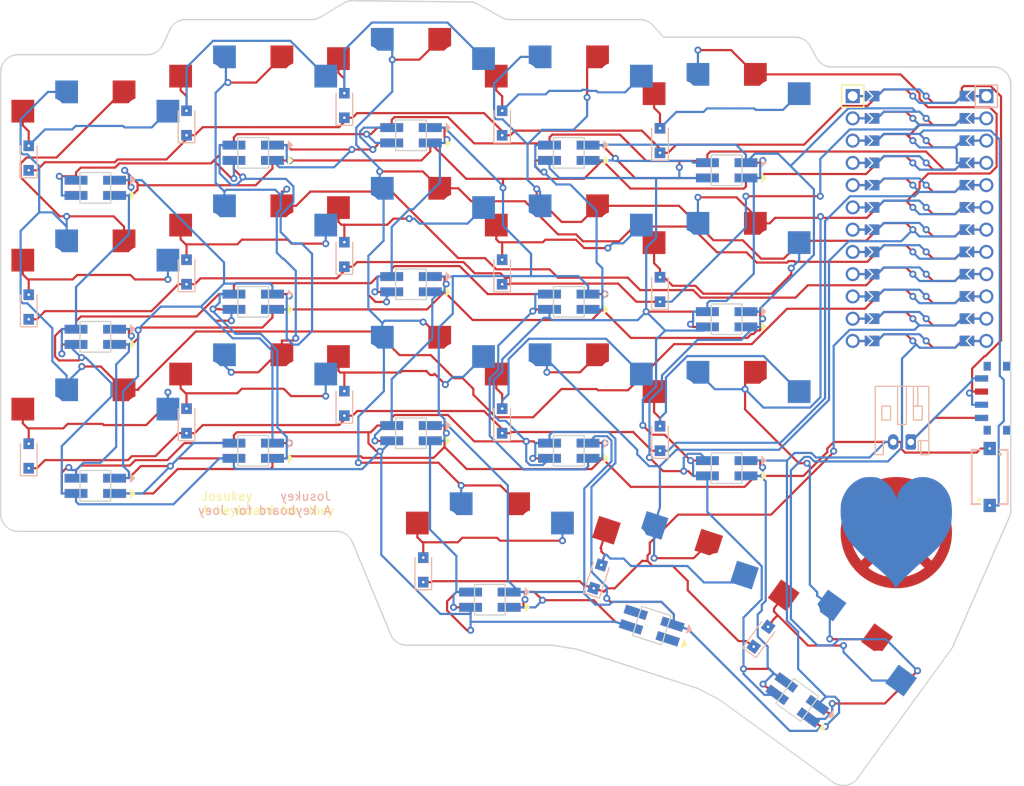
<source format=kicad_pcb>
(kicad_pcb (version 20221018) (generator pcbnew)
  (title_block (title "josukey") (rev "v1.0.0") (company "Unknown"))
  (layers (0 "F.Cu" signal) (31 "B.Cu" signal) (34 "B.Paste" user) (35 "F.Paste" user) (36 "B.SilkS" user "B.Silkscreen") (37 "F.SilkS" user "F.Silkscreen") (38 "B.Mask" user) (39 "F.Mask" user) (44 "Edge.Cuts" user))
  (net 0 "")
  (net 1 "rgb_main_pinky_bottom")
  (net 2 "rgb_main_pinky_home")
  (net 3 "VCC")
  (net 4 "GND")
  (net 5 "rgb_main_pinky_top")
  (net 6 "rgb_main_ring_bottom")
  (net 7 "rgb_main_ring_home")
  (net 8 "rgb_main_ring_top")
  (net 9 "rgb_main_middle_bottom")
  (net 10 "rgb_main_middle_home")
  (net 11 "rgb_main_middle_top")
  (net 12 "rgb_main_index_bottom")
  (net 13 "rgb_thumb_home_home")
  (net 14 "rgb_main_index_home")
  (net 15 "rgb_main_index_top")
  (net 16 "rgb_main_inner_bottom")
  (net 17 "rgb_main_inner_home")
  (net 18 "rgb_main_inner_top")
  (net 19 "rgb_thumb_inner_home")
  (net 20 "P9")
  (net 21 "main_pinky_bottom")
  (net 22 "P2")
  (net 23 "main_pinky_home")
  (net 24 "P0")
  (net 25 "main_pinky_top")
  (net 26 "P1")
  (net 27 "main_ring_bottom")
  (net 28 "main_ring_home")
  (net 29 "main_ring_top")
  (net 30 "main_middle_bottom")
  (net 31 "main_middle_home")
  (net 32 "main_middle_top")
  (net 33 "main_index_bottom")
  (net 34 "main_index_home")
  (net 35 "main_index_top")
  (net 36 "main_inner_bottom")
  (net 37 "main_inner_home")
  (net 38 "main_inner_top")
  (net 39 "thumb_inner_home")
  (net 40 "P8")
  (net 41 "thumb_home_home")
  (net 42 "thumb_outer_home")
  (net 43 "P7")
  (net 44 "P6")
  (net 45 "P5")
  (net 46 "P4")
  (net 47 "P3")
  (net 48 "RAW")
  (net 49 "RST")
  (net 50 "P21")
  (net 51 "P20")
  (net 52 "P19")
  (net 53 "P18")
  (net 54 "P15")
  (net 55 "P14")
  (net 56 "P16")
  (net 57 "P10")
  (net 58 "pos")
  (footprint "WS2812B" (layer "F.Cu") (at 72 -31)
    (fp_text reference "LED15" hide)
    (fp_text value "" hide)
    (fp_line (start -1.75 -1.75) (end -1.75 1.75) (stroke (width 0.15)) (layer "Edge.Cuts"))
    (fp_line (start -1.75 1.75) (end 1.75 1.75) (stroke (width 0.15)) (layer "Edge.Cuts"))
    (fp_line (start 1.75 -1.75) (end -1.75 -1.75) (stroke (width 0.15)) (layer "Edge.Cuts"))
    (fp_line (start 1.75 1.75) (end 1.75 -1.75) (stroke (width 0.15)) (layer "Edge.Cuts"))
  )
  (footprint "WS2812B" (layer "F.Cu") (at 0 -29)
    (fp_text reference "LED3" hide)
    (fp_text value "" hide)
    (fp_line (start -1.75 -1.75) (end -1.75 1.75) (stroke (width 0.15)) (layer "Edge.Cuts"))
    (fp_line (start -1.75 1.75) (end 1.75 1.75) (stroke (width 0.15)) (layer "Edge.Cuts"))
    (fp_line (start 1.75 -1.75) (end -1.75 -1.75) (stroke (width 0.15)) (layer "Edge.Cuts"))
    (fp_line (start 1.75 1.75) (end 1.75 -1.75) (stroke (width 0.15)) (layer "Edge.Cuts"))
  )
  (footprint "Diode_SMD:Nexperia_CFP3_SOD-123W" (layer "F.Cu") (at 28.4 -4.4 90)
    (fp_text reference "D7" hide)
    (fp_text value "Nexperia_CFP3_SOD-123W" hide)
  )
  (footprint "Button_Switch_SMD:SW_SPDT_PCM12" (layer "F.Cu") (at 102.5 -5 90)
    (fp_text reference "T1" hide)
    (fp_text value "" hide)
  )
  (footprint "Diode_SMD:Nexperia_CFP3_SOD-123W" (layer "F.Cu") (at -7.6 -32.4 90)
    (fp_text reference "D3" hide)
    (fp_text value "Nexperia_CFP3_SOD-123W" hide)
  )
  (footprint "PG1350" (layer "F.Cu") (at 36 -6)
    (fp_text reference "S7" hide)
    (fp_text value "" hide)
  )
  (footprint "PG1350" (layer "F.Cu") (at 18 -21)
    (fp_text reference "S5" hide)
    (fp_text value "" hide)
  )
  (footprint "PG1350" (layer "F.Cu") (at 72 -36)
    (fp_text reference "S15" hide)
    (fp_text value "" hide)
  )
  (footprint "WS2812B" (layer "F.Cu") (at 80.0611 29.4451 -36)
    (fp_text reference "LED18" hide)
    (fp_text value "" hide)
    (fp_line (start -1.75 -1.75) (end -1.75 1.75) (stroke (width 0.15)) (layer "Edge.Cuts"))
    (fp_line (start -1.75 1.75) (end 1.75 1.75) (stroke (width 0.15)) (layer "Edge.Cuts"))
    (fp_line (start 1.75 -1.75) (end -1.75 -1.75) (stroke (width 0.15)) (layer "Edge.Cuts"))
    (fp_line (start 1.75 1.75) (end 1.75 -1.75) (stroke (width 0.15)) (layer "Edge.Cuts"))
  )
  (footprint "WS2812B" (layer "F.Cu") (at 63.4549 20.9553 -18)
    (fp_text reference "LED17" hide)
    (fp_text value "" hide)
    (fp_line (start -1.75 -1.75) (end -1.75 1.75) (stroke (width 0.15)) (layer "Edge.Cuts"))
    (fp_line (start -1.75 1.75) (end 1.75 1.75) (stroke (width 0.15)) (layer "Edge.Cuts"))
    (fp_line (start 1.75 -1.75) (end -1.75 -1.75) (stroke (width 0.15)) (layer "Edge.Cuts"))
    (fp_line (start 1.75 1.75) (end 1.75 -1.75) (stroke (width 0.15)) (layer "Edge.Cuts"))
  )
  (footprint "PG1350" (layer "F.Cu") (at 54 -21)
    (fp_text reference "S11" hide)
    (fp_text value "" hide)
  )
  (footprint "WS2812B" (layer "F.Cu") (at 72 -14)
    (fp_text reference "LED14" hide)
    (fp_text value "" hide)
    (fp_line (start -1.75 -1.75) (end -1.75 1.75) (stroke (width 0.15)) (layer "Edge.Cuts"))
    (fp_line (start -1.75 1.75) (end 1.75 1.75) (stroke (width 0.15)) (layer "Edge.Cuts"))
    (fp_line (start 1.75 -1.75) (end -1.75 -1.75) (stroke (width 0.15)) (layer "Edge.Cuts"))
    (fp_line (start 1.75 1.75) (end 1.75 -1.75) (stroke (width 0.15)) (layer "Edge.Cuts"))
  )
  (footprint "WS2812B" (layer "F.Cu") (at 18 -16)
    (fp_text reference "LED5" hide)
    (fp_text value "" hide)
    (fp_line (start -1.75 -1.75) (end -1.75 1.75) (stroke (width 0.15)) (layer "Edge.Cuts"))
    (fp_line (start -1.75 1.75) (end 1.75 1.75) (stroke (width 0.15)) (layer "Edge.Cuts"))
    (fp_line (start 1.75 -1.75) (end -1.75 -1.75) (stroke (width 0.15)) (layer "Edge.Cuts"))
    (fp_line (start 1.75 1.75) (end 1.75 -1.75) (stroke (width 0.15)) (layer "Edge.Cuts"))
  )
  (footprint "Diode_SMD:Nexperia_CFP3_SOD-123W" (layer "F.Cu") (at 46.4 -19.4 90)
    (fp_text reference "D11" hide)
    (fp_text value "Nexperia_CFP3_SOD-123W" hide)
  )
  (footprint "PG1350" (layer "F.Cu") (at 0 0)
    (fp_text reference "S1" hide)
    (fp_text value "" hide)
  )
  (footprint "PG1350" (layer "F.Cu") (at 72 -19)
    (fp_text reference "S14" hide)
    (fp_text value "" hide)
  )
  (footprint "Diode_SMD:Nexperia_CFP3_SOD-123W" (layer "F.Cu") (at 64.4 -34.4 90)
    (fp_text reference "D15" hide)
    (fp_text value "Nexperia_CFP3_SOD-123W" hide)
  )
  (footprint "WS2812B" (layer "F.Cu") (at 54 1)
    (fp_text reference "LED10" hide)
    (fp_text value "" hide)
    (fp_line (start -1.75 -1.75) (end -1.75 1.75) (stroke (width 0.15)) (layer "Edge.Cuts"))
    (fp_line (start -1.75 1.75) (end 1.75 1.75) (stroke (width 0.15)) (layer "Edge.Cuts"))
    (fp_line (start 1.75 -1.75) (end -1.75 -1.75) (stroke (width 0.15)) (layer "Edge.Cuts"))
    (fp_line (start 1.75 1.75) (end 1.75 -1.75) (stroke (width 0.15)) (layer "Edge.Cuts"))
  )
  (footprint "PG1350" (layer "F.Cu") (at 18 -4)
    (fp_text reference "S4" hide)
    (fp_text value "" hide)
  )
  (footprint "PG1350" (layer "F.Cu") (at 0 -34)
    (fp_text reference "S3" hide)
    (fp_text value "" hide)
  )
  (footprint "WS2812B" (layer "F.Cu") (at 54 -33)
    (fp_text reference "LED12" hide)
    (fp_text value "" hide)
    (fp_line (start -1.75 -1.75) (end -1.75 1.75) (stroke (width 0.15)) (layer "Edge.Cuts"))
    (fp_line (start -1.75 1.75) (end 1.75 1.75) (stroke (width 0.15)) (layer "Edge.Cuts"))
    (fp_line (start 1.75 -1.75) (end -1.75 -1.75) (stroke (width 0.15)) (layer "Edge.Cuts"))
    (fp_line (start 1.75 1.75) (end 1.75 -1.75) (stroke (width 0.15)) (layer "Edge.Cuts"))
  )
  (footprint "Diode_SMD:Nexperia_CFP3_SOD-123W" (layer "F.Cu") (at -7.6 -15.4 90)
    (fp_text reference "D2" hide)
    (fp_text value "Nexperia_CFP3_SOD-123W" hide)
  )
  (footprint "PG1350" (layer "F.Cu") (at 54 -38)
    (fp_text reference "S12" hide)
    (fp_text value "" hide)
  )
  (footprint "Diode_SMD:Nexperia_CFP3_SOD-123W" (layer "F.Cu") (at 28.4 -21.4 90)
    (fp_text reference "D8" hide)
    (fp_text value "Nexperia_CFP3_SOD-123W" hide)
  )
  (footprint "Diode_SMD:Nexperia_CFP3_SOD-123W" (layer "F.Cu") (at 64.4 -0.4 90)
    (fp_text reference "D13" hide)
    (fp_text value "Nexperia_CFP3_SOD-123W" hide)
  )
  (footprint "WS2812B" (layer "F.Cu") (at 45 18)
    (fp_text reference "LED16" hide)
    (fp_text value "" hide)
    (fp_line (start -1.75 -1.75) (end -1.75 1.75) (stroke (width 0.15)) (layer "Edge.Cuts"))
    (fp_line (start -1.75 1.75) (end 1.75 1.75) (stroke (width 0.15)) (layer "Edge.Cuts"))
    (fp_line (start 1.75 -1.75) (end -1.75 -1.75) (stroke (width 0.15)) (layer "Edge.Cuts"))
    (fp_line (start 1.75 1.75) (end 1.75 -1.75) (stroke (width 0.15)) (layer "Edge.Cuts"))
  )
  (footprint "PG1350" (layer "F.Cu") (at 83 25.4 -36)
    (fp_text reference "S18" hide)
    (fp_text value "" hide)
  )
  (footprint "WS2812B" (layer "F.Cu") (at 36 -18)
    (fp_text reference "LED8" hide)
    (fp_text value "" hide)
    (fp_line (start -1.75 -1.75) (end -1.75 1.75) (stroke (width 0.15)) (layer "Edge.Cuts"))
    (fp_line (start -1.75 1.75) (end 1.75 1.75) (stroke (width 0.15)) (layer "Edge.Cuts"))
    (fp_line (start 1.75 -1.75) (end -1.75 -1.75) (stroke (width 0.15)) (layer "Edge.Cuts"))
    (fp_line (start 1.75 1.75) (end 1.75 -1.75) (stroke (width 0.15)) (layer "Edge.Cuts"))
  )
  (footprint "WS2812B" (layer "F.Cu") (at 18 1)
    (fp_text reference "LED4" hide)
    (fp_text value "" hide)
    (fp_line (start -1.75 -1.75) (end -1.75 1.75) (stroke (width 0.15)) (layer "Edge.Cuts"))
    (fp_line (start -1.75 1.75) (end 1.75 1.75) (stroke (width 0.15)) (layer "Edge.Cuts"))
    (fp_line (start 1.75 -1.75) (end -1.75 -1.75) (stroke (width 0.15)) (layer "Edge.Cuts"))
    (fp_line (start 1.75 1.75) (end 1.75 -1.75) (stroke (width 0.15)) (layer "Edge.Cuts"))
  )
  (footprint "WS2812B" (layer "F.Cu") (at 72 3)
    (fp_text reference "LED13" hide)
    (fp_text value "" hide)
    (fp_line (start -1.75 -1.75) (end -1.75 1.75) (stroke (width 0.15)) (layer "Edge.Cuts"))
    (fp_line (start -1.75 1.75) (end 1.75 1.75) (stroke (width 0.15)) (layer "Edge.Cuts"))
    (fp_line (start 1.75 -1.75) (end -1.75 -1.75) (stroke (width 0.15)) (layer "Edge.Cuts"))
    (fp_line (start 1.75 1.75) (end 1.75 -1.75) (stroke (width 0.15)) (layer "Edge.Cuts"))
  )
  (footprint "Diode_SMD:Nexperia_CFP3_SOD-123W" (layer "F.Cu") (at 10.4 -19.4 90)
    (fp_text reference "D5" hide)
    (fp_text value "Nexperia_CFP3_SOD-123W" hide)
  )
  (footprint "WS2812B" (layer "F.Cu") (at 54 -16)
    (fp_text reference "LED11" hide)
    (fp_text value "" hide)
    (fp_line (start -1.75 -1.75) (end -1.75 1.75) (stroke (width 0.15)) (layer "Edge.Cuts"))
    (fp_line (start -1.75 1.75) (end 1.75 1.75) (stroke (width 0.15)) (layer "Edge.Cuts"))
    (fp_line (start 1.75 -1.75) (end -1.75 -1.75) (stroke (width 0.15)) (layer "Edge.Cuts"))
    (fp_line (start 1.75 1.75) (end 1.75 -1.75) (stroke (width 0.15)) (layer "Edge.Cuts"))
  )
  (footprint "PG1350" (layer "F.Cu") (at 36 -40)
    (fp_text reference "S9" hide)
    (fp_text value "" hide)
  )
  (footprint "PG1350" (layer "F.Cu") (at 54 -4)
    (fp_text reference "S10" hide)
    (fp_text value "" hide)
  )
  (footprint "434121025816" (layer "F.Cu") (at 102 4 90)
    (fp_text reference "S19" hide)
    (fp_text value "" hide)
  )
  (footprint "PG1350" (layer "F.Cu") (at 45 13)
    (fp_text reference "S16" hide)
    (fp_text value "" hide)
  )
  (footprint "WS2812B" (layer "F.Cu") (at 36 -35)
    (fp_text reference "LED9" hide)
    (fp_text value "" hide)
    (fp_line (start -1.75 -1.75) (end -1.75 1.75) (stroke (width 0.15)) (layer "Edge.Cuts"))
    (fp_line (start -1.75 1.75) (end 1.75 1.75) (stroke (width 0.15)) (layer "Edge.Cuts"))
    (fp_line (start 1.75 -1.75) (end -1.75 -1.75) (stroke (width 0.15)) (layer "Edge.Cuts"))
    (fp_line (start 1.75 1.75) (end 1.75 -1.75) (stroke (width 0.15)) (layer "Edge.Cuts"))
  )
  (footprint "Diode_SMD:Nexperia_CFP3_SOD-123W" (layer "F.Cu") (at 28.4 -38.4 90)
    (fp_text reference "D9" hide)
    (fp_text value "Nexperia_CFP3_SOD-123W" hide)
  )
  (footprint "PG1350" (layer "F.Cu") (at 0 -17)
    (fp_text reference "S2" hide)
    (fp_text value "" hide)
  )
  (footprint "Diode_SMD:Nexperia_CFP3_SOD-123W" (layer "F.Cu") (at 10.4 -2.4 90)
    (fp_text reference "D4" hide)
    (fp_text value "Nexperia_CFP3_SOD-123W" hide)
  )
  (footprint "WS2812B" (layer "F.Cu") (at 18 -33)
    (fp_text reference "LED6" hide)
    (fp_text value "" hide)
    (fp_line (start -1.75 -1.75) (end -1.75 1.75) (stroke (width 0.15)) (layer "Edge.Cuts"))
    (fp_line (start -1.75 1.75) (end 1.75 1.75) (stroke (width 0.15)) (layer "Edge.Cuts"))
    (fp_line (start 1.75 -1.75) (end -1.75 -1.75) (stroke (width 0.15)) (layer "Edge.Cuts"))
    (fp_line (start 1.75 1.75) (end 1.75 -1.75) (stroke (width 0.15)) (layer "Edge.Cuts"))
  )
  (footprint "Diode_SMD:Nexperia_CFP3_SOD-123W" (layer "F.Cu") (at -7.6 1.6 90)
    (fp_text reference "D1" hide)
    (fp_text value "Nexperia_CFP3_SOD-123W" hide)
  )
  (footprint "PG1350" (layer "F.Cu") (at 18 -38)
    (fp_text reference "S6" hide)
    (fp_text value "" hide)
  )
  (footprint "Diode_SMD:Nexperia_CFP3_SOD-123W" (layer "F.Cu") (at 64.4 -17.4 90)
    (fp_text reference "D14" hide)
    (fp_text value "Nexperia_CFP3_SOD-123W" hide)
  )
  (footprint "Diode_SMD:Nexperia_CFP3_SOD-123W" (layer "F.Cu") (at 46.4 -2.4 90)
    (fp_text reference "D10" hide)
    (fp_text value "Nexperia_CFP3_SOD-123W" hide)
  )
  (footprint "Diode_SMD:Nexperia_CFP3_SOD-123W" (layer "F.Cu") (at 75.911 22.2273 54)
    (fp_text reference "D18" hide)
    (fp_text value "Nexperia_CFP3_SOD-123W" hide)
  )
  (footprint "PG1350" (layer "F.Cu") (at 72 -2)
    (fp_text reference "S13" hide)
    (fp_text value "" hide)
  )
  (footprint "Diode_SMD:Nexperia_CFP3_SOD-123W" (layer "F.Cu") (at 37.4 14.6 90)
    (fp_text reference "D16" hide)
    (fp_text value "Nexperia_CFP3_SOD-123W" hide)
  )
  (footprint "WS2812B" (layer "F.Cu") (at 0 5)
    (fp_text reference "LED1" hide)
    (fp_text value "" hide)
    (fp_line (start -1.75 -1.75) (end -1.75 1.75) (stroke (width 0.15)) (layer "Edge.Cuts"))
    (fp_line (start -1.75 1.75) (end 1.75 1.75) (stroke (width 0.15)) (layer "Edge.Cuts"))
    (fp_line (start 1.75 -1.75) (end -1.75 -1.75) (stroke (width 0.15)) (layer "Edge.Cuts"))
    (fp_line (start 1.75 1.75) (end 1.75 -1.75) (stroke (width 0.15)) (layer "Edge.Cuts"))
  )
  (footprint "Connector_JST:JST_PH_S2B-PH-K_1x02_P2.00mm_Horizontal" (layer "F.Cu") (at 93 0 180)
    (fp_text reference "_1" hide)
    (fp_text value "" hide)
  )
  (footprint "Diode_SMD:Nexperia_CFP3_SOD-123W" (layer "F.Cu") (at 57.2775 15.3732 72)
    (fp_text reference "D17" hide)
    (fp_text value "Nexperia_CFP3_SOD-123W" hide)
  )
  (footprint "PG1350" (layer "F.Cu") (at 36 -23)
    (fp_text reference "S8" hide)
    (fp_text value "" hide)
  )
  (footprint "PG1350" (layer "F.Cu") (at 65 16.2 -18)
    (fp_text reference "S17" hide)
    (fp_text value "" hide)
  )
  (footprint "WS2812B" (layer "F.Cu") (at 0 -12)
    (fp_text reference "LED2" hide)
    (fp_text value "" hide)
    (fp_line (start -1.75 -1.75) (end -1.75 1.75) (stroke (width 0.15)) (layer "Edge.Cuts"))
    (fp_line (start -1.75 1.75) (end 1.75 1.75) (stroke (width 0.15)) (layer "Edge.Cuts"))
    (fp_line (start 1.75 -1.75) (end -1.75 -1.75) (stroke (width 0.15)) (layer "Edge.Cuts"))
    (fp_line (start 1.75 1.75) (end 1.75 -1.75) (stroke (width 0.15)) (layer "Edge.Cuts"))
  )
  (footprint "ProMicro" (layer "F.Cu") (at 94 -25.5 -90)
    (fp_text reference "MCU1" hide)
    (fp_text value "")
  )
  (footprint "Diode_SMD:Nexperia_CFP3_SOD-123W" (layer "F.Cu") (at 10.4 -36.4 90)
    (fp_text reference "D6" hide)
    (fp_text value "Nexperia_CFP3_SOD-123W" hide)
  )
  (footprint "WS2812B" (layer "F.Cu") (at 36 -1)
    (fp_text reference "LED7" hide)
    (fp_text value "" hide)
    (fp_line (start -1.75 -1.75) (end -1.75 1.75) (stroke (width 0.15)) (layer "Edge.Cuts"))
    (fp_line (start -1.75 1.75) (end 1.75 1.75) (stroke (width 0.15)) (layer "Edge.Cuts"))
    (fp_line (start 1.75 -1.75) (end -1.75 -1.75) (stroke (width 0.15)) (layer "Edge.Cuts"))
    (fp_line (start 1.75 1.75) (end 1.75 -1.75) (stroke (width 0.15)) (layer "Edge.Cuts"))
  )
  (footprint "Diode_SMD:Nexperia_CFP3_SOD-123W" (layer "F.Cu") (at 46.4 -36.4 90)
    (fp_text reference "D12" hide)
    (fp_text value "Nexperia_CFP3_SOD-123W" hide)
  )
  (gr_poly (pts (xy 91.676144 4.008282) (xy 91.99808 4.032862) (xy 92.315402 4.073336) (xy 92.627708 4.1293) (xy 92.934594 4.200354) (xy 93.235658 4.286092) (xy 93.530498 4.386112) (xy 93.81871 4.500012) (xy 94.099892 4.62739) (xy 94.37364 4.76784) (xy 94.639552 4.920962) (xy 94.897224 5.086352) (xy 95.146256 5.263608) (xy 95.38624 5.452324) (xy 95.616778 5.652102) (xy 95.837464 5.862534) (xy 96.047898 6.083222) (xy 96.247674 6.313758) (xy 96.436392 6.553744) (xy 96.613646 6.802774) (xy 96.779036 7.060446) (xy 96.932158 7.326358) (xy 97.07261 7.600106) (xy 97.199986 7.881288) (xy 97.313886 8.1695) (xy 97.413908 8.46434) (xy 97.499646 8.765404) (xy 97.570698 9.072292) (xy 97.626662 9.384598) (xy 97.667136 9.701918) (xy 97.691716 10.023854) (xy 97.699998 10.35) (xy 97.691716 10.676144) (xy 97.667136 10.99808) (xy 97.626662 11.315402) (xy 97.570698 11.627708) (xy 97.499646 11.934594) (xy 97.413908 12.235658) (xy 97.313886 12.530498) (xy 97.199986 12.81871) (xy 97.07261 13.099892) (xy 96.932158 13.37364) (xy 96.779036 13.639552) (xy 96.613646 13.897224) (xy 96.436392 14.146256) (xy 96.247674 14.38624) (xy 96.047898 14.616778) (xy 95.837464 14.837464) (xy 95.616778 15.047898) (xy 95.38624 15.247674) (xy 95.146256 15.436392) (xy 94.897224 15.613646) (xy 94.639552 15.779036) (xy 94.37364 15.932158) (xy 94.099892 16.07261) (xy 93.81871 16.199986) (xy 93.530498 16.313886) (xy 93.235658 16.413908) (xy 92.934594 16.499646) (xy 92.627708 16.570698) (xy 92.315402 16.626662) (xy 91.99808 16.667136) (xy 91.676144 16.691716) (xy 91.35 16.699998) (xy 91.023854 16.691716) (xy 90.701918 16.667136) (xy 90.384598 16.626662) (xy 90.072292 16.570698) (xy 89.765406 16.499646) (xy 89.46434 16.413908) (xy 89.1695 16.313886) (xy 88.881288 16.199986) (xy 88.600106 16.07261) (xy 88.326358 15.932158) (xy 88.060448 15.779036) (xy 87.802774 15.613646) (xy 87.553744 15.436392) (xy 87.313758 15.247674) (xy 87.083222 15.047898) (xy 86.862534 14.837464) (xy 86.652102 14.616778) (xy 86.452324 14.38624) (xy 86.430876 14.358964) (xy 88.15013 14.358964) (xy 88.293552 14.46931) (xy 88.440472 14.574258) (xy 88.590736 14.67375) (xy 88.74419 14.767716) (xy 88.900672 14.856096) (xy 89.060032 14.938824) (xy 89.22211 15.015836) (xy 89.386752 15.087068) (xy 89.5538 15.152454) (xy 89.7231 15.211932) (xy 89.894496 15.265436) (xy 90.067832 15.312904) (xy 90.24295 15.354268) (xy 90.419694 15.389468) (xy 90.59791 15.418438) (xy 90.777442 15.441112) (xy 90.777442 11.732712) (xy 91.922558 11.732712) (xy 91.92256 15.44111) (xy 92.102086 15.418422) (xy 92.280298 15.38944) (xy 92.45704 15.35423) (xy 92.632154 15.312856) (xy 92.805486 15.265382) (xy 92.976878 15.211874) (xy 93.146176 15.152394) (xy 93.313224 15.087006) (xy 93.477864 15.015776) (xy 93.639942 14.938768) (xy 93.799302 14.856046) (xy 93.955788 14.767674) (xy 94.109244 14.673714) (xy 94.259514 14.574234) (xy 94.406442 14.469296) (xy 94.54987 14.358966) (xy 91.922558 11.732712) (xy 90.777442 11.732712) (xy 88.15013 14.358964) (xy 86.430876 14.358964) (xy 86.263608 14.146256) (xy 86.086352 13.897224) (xy 85.920962 13.639552) (xy 85.76784 13.37364) (xy 85.62739 13.099892) (xy 85.500012 12.81871) (xy 85.386112 12.530498) (xy 85.286092 12.235658) (xy 85.200354 11.934594) (xy 85.1293 11.627708) (xy 85.073336 11.315402) (xy 85.032862 10.99808) (xy 85.008282 10.676144) (xy 85 10.35) (xy 86.145116 10.35) (xy 86.150768 10.578906) (xy 86.167466 10.80422) (xy 86.194816 11.025882) (xy 86.23243 11.243836) (xy 86.279914 11.458022) (xy 86.336882 11.668384) (xy 86.40294 11.874862) (xy 86.477698 12.077398) (xy 86.560766 12.275934) (xy 86.651752 12.470412) (xy 86.750268 12.660776) (xy 86.85592 12.846964) (xy 86.96832 13.02892) (xy 87.087074 13.206584) (xy 87.211796 13.379902) (xy 87.342092 13.548812) (xy 90.777442 10.113462) (xy 90.777442 5.259416) (xy 91.922558 5.259416) (xy 91.922558 10.113462) (xy 95.358966 13.54987) (xy 95.489338 13.380862) (xy 95.61409 13.207446) (xy 95.732838 13.029684) (xy 95.845196 12.847634) (xy 95.95078 12.661354) (xy 96.049204 12.470904) (xy 96.140082 12.276342) (xy 96.22303 12.077728) (xy 96.297662 11.875122) (xy 96.363592 11.66858) (xy 96.420438 11.458162) (xy 96.46781 11.243928) (xy 96.505326 11.025934) (xy 96.532602 10.804244) (xy 96.549248 10.578912) (xy 96.554882 10.35) (xy 96.548966 10.100612) (xy 96.531392 9.854752) (xy 96.502436 9.612648) (xy 96.462362 9.374528) (xy 96.411442 9.140626) (xy 96.349946 8.911168) (xy 96.278144 8.686388) (xy 96.196306 8.466514) (xy 96.104702 8.251776) (xy 96.003598 8.042402) (xy 95.89327 7.838626) (xy 95.773982 7.640676) (xy 95.646006 7.448784) (xy 95.509614 7.263176) (xy 95.365072 7.084084) (xy 95.212652 6.91174) (xy 95.052624 6.74637) (xy 94.885254 6.588208) (xy 94.710818 6.437482) (xy 94.52958 6.294424) (xy 94.341814 6.15926) (xy 94.147786 6.032224) (xy 93.94777 5.913544) (xy 93.742032 5.80345) (xy 93.530844 5.702172) (xy 93.314474 5.609942) (xy 93.093192 5.526988) (xy 92.86727 5.45354) (xy 92.636976 5.38983) (xy 92.402578 5.336086) (xy 92.16435 5.292538) (xy 91.922558 5.259416) (xy 90.777442 5.259416) (xy 90.777442 5.259946) (xy 90.53565 5.293018) (xy 90.29742 5.33652) (xy 90.063024 5.390222) (xy 89.83273 5.453894) (xy 89.606808 5.527306) (xy 89.385526 5.610226) (xy 89.169156 5.702424) (xy 88.957968 5.803672) (xy 88.75223 5.91374) (xy 88.552212 6.032396) (xy 88.358186 6.15941) (xy 88.17042 6.294552) (xy 87.989182 6.437594) (xy 87.814744 6.588302) (xy 87.647376 6.74645) (xy 87.487348 6.911806) (xy 87.334928 7.084138) (xy 87.190386 7.26322) (xy 87.053992 7.448818) (xy 86.926018 7.640704) (xy 86.80673 7.838648) (xy 86.6964 8.04242) (xy 86.595298 8.251786) (xy 86.503694 8.466522) (xy 86.421854 8.686394) (xy 86.350052 8.911172) (xy 86.288558 9.140628) (xy 86.237638 9.37453) (xy 86.197564 9.612648) (xy 86.168606 9.854752) (xy 86.151034 10.100612) (xy 86.145116 10.35) (xy 85 10.35) (xy 85.008282 10.023854) (xy 85.032862 9.701918) (xy 85.073336 9.384598) (xy 85.1293 9.072292) (xy 85.200354 8.765406) (xy 85.286092 8.46434) (xy 85.386112 8.1695) (xy 85.500012 7.881288) (xy 85.62739 7.600106) (xy 85.76784 7.326358) (xy 85.920962 7.060448) (xy 86.086352 6.802774) (xy 86.263608 6.553744) (xy 86.452324 6.313758) (xy 86.652102 6.083222) (xy 86.862534 5.862534) (xy 87.083222 5.652102) (xy 87.313758 5.452324) (xy 87.553744 5.263608) (xy 87.802774 5.086352) (xy 88.060448 4.920962) (xy 88.326358 4.76784) (xy 88.600106 4.62739) (xy 88.881288 4.500012) (xy 89.1695 4.386112) (xy 89.46434 4.286092) (xy 89.765406 4.200354) (xy 90.072292 4.1293) (xy 90.384598 4.073336) (xy 90.701918 4.032862) (xy 91.023854 4.008282) (xy 91.35 4)) (fill solid) (layer "F.Cu"))
  (gr_poly (pts (xy 94.621218 4.010352) (xy 94.840884 4.036616) (xy 95.059178 4.078716) (xy 95.275232 4.136642) (xy 95.48818 4.210384) (xy 95.69716 4.299932) (xy 95.901304 4.405278) (xy 96.09975 4.526412) (xy 96.291628 4.663326) (xy 96.476076 4.816006) (xy 96.652228 4.984446) (xy 96.81922 5.168634) (xy 96.976184 5.368562) (xy 97.122256 5.584222) (xy 97.256572 5.8156) (xy 97.378266 6.062692) (xy 97.447312 6.235454) (xy 97.508162 6.42855) (xy 97.560754 6.639366) (xy 97.60503 6.865288) (xy 97.640928 7.103706) (xy 97.668388 7.352008) (xy 97.687348 7.60758) (xy 97.69775 7.86781) (xy 97.699532 8.130088) (xy 97.692634 8.3918) (xy 97.676996 8.650332) (xy 97.652556 8.903076) (xy 97.619254 9.147416) (xy 97.577032 9.380742) (xy 97.525826 9.60044) (xy 97.465578 9.8039) (xy 97.37623 10.053956) (xy 97.27656 10.297774) (xy 97.16552 10.536622) (xy 97.042064 10.771778) (xy 96.905144 11.004516) (xy 96.753714 11.23611) (xy 96.58673 11.467834) (xy 96.403144 11.700962) (xy 96.201908 11.936768) (xy 95.981978 12.17653) (xy 95.742308 12.421518) (xy 95.481848 12.673008) (xy 95.199554 12.932274) (xy 94.89438 13.20059) (xy 94.565278 13.479232) (xy 94.211204 13.769474) (xy 93.968898 13.969524) (xy 93.724872 14.179298) (xy 93.240562 14.617) (xy 92.776072 15.060558) (xy 92.349198 15.487942) (xy 91.977738 15.877128) (xy 91.679488 16.206088) (xy 91.472248 16.452796) (xy 91.408316 16.538422) (xy 91.373812 16.595224) (xy 91.354266 16.637538) (xy 91.338844 16.668876) (xy 91.332284 16.680446) (xy 91.326282 16.689296) (xy 91.320682 16.69543) (xy 91.317982 16.697482) (xy 91.315322 16.698858) (xy 91.312686 16.69956) (xy 91.31005 16.699588) (xy 91.307396 16.698942) (xy 91.304704 16.697624) (xy 91.299128 16.692978) (xy 91.293166 16.685656) (xy 91.286658 16.675664) (xy 91.279448 16.663012) (xy 91.26229 16.629752) (xy 91.240432 16.585938) (xy 91.212612 16.531632) (xy 91.177572 16.46689) (xy 91.15695 16.430626) (xy 91.13405 16.391776) (xy 91.108714 16.350348) (xy 91.080786 16.30635) (xy 91.050106 16.259788) (xy 91.01652 16.21067) (xy 90.979866 16.159006) (xy 90.93999 16.1048) (xy 90.896732 16.048062) (xy 90.849938 15.9888) (xy 90.793984 15.921234) (xy 90.72923 15.846838) (xy 90.576432 15.680584) (xy 90.397752 15.496114) (xy 90.199394 15.299494) (xy 89.987566 15.096798) (xy 89.768478 14.894094) (xy 89.548336 14.697456) (xy 89.333346 14.512954) (xy 88.326812 13.663766) (xy 87.970182 13.357648) (xy 87.681882 13.104246) (xy 87.439844 12.88386) (xy 87.221996 12.676786) (xy 87.006268 12.463326) (xy 86.770592 12.223778) (xy 86.545754 11.984782) (xy 86.337392 11.744988) (xy 86.145236 11.503738) (xy 85.96902 11.260372) (xy 85.808474 11.014234) (xy 85.66333 10.764658) (xy 85.533318 10.51099) (xy 85.418174 10.252566) (xy 85.317626 9.98873) (xy 85.23141 9.71882) (xy 85.159252 9.442178) (xy 85.100888 9.158142) (xy 85.05605 8.866056) (xy 85.024468 8.565256) (xy 85.005874 8.255086) (xy 85 7.934884) (xy 85.002994 7.640412) (xy 85.012046 7.386576) (xy 85.01925 7.272356) (xy 85.028454 7.165246) (xy 85.03982 7.064232) (xy 85.053512 6.968294) (xy 85.06969 6.876418) (xy 85.088516 6.787588) (xy 85.110154 6.700788) (xy 85.134764 6.615) (xy 85.162508 6.52921) (xy 85.19355 6.4424) (xy 85.26617 6.261658) (xy 85.336034 6.105458) (xy 85.409872 5.954382) (xy 85.487652 5.808472) (xy 85.569342 5.667768) (xy 85.654912 5.53231) (xy 85.744328 5.402138) (xy 85.83756 5.277294) (xy 85.934574 5.157816) (xy 86.035342 5.043746) (xy 86.139828 4.935124) (xy 86.248002 4.83199) (xy 86.359834 4.734384) (xy 86.47529 4.642346) (xy 86.594338 4.555918) (xy 86.716948 4.47514) (xy 86.843088 4.40005) (xy 87.014168 4.304728) (xy 87.094074 4.262292) (xy 87.171816 4.223268) (xy 87.248584 4.1876) (xy 87.32557 4.155238) (xy 87.403966 4.126126) (xy 87.484966 4.10021) (xy 87.569762 4.07744) (xy 87.659544 4.05776) (xy 87.755506 4.041118) (xy 87.85884 4.027458) (xy 87.970736 4.01673) (xy 88.09239 4.008876) (xy 88.224992 4.003848) (xy 88.369734 4.001588) (xy 88.520234 4.001954) (xy 88.656584 4.005118) (xy 88.780226 4.011196) (xy 88.8926 4.020306) (xy 88.995144 4.032568) (xy 89.089298 4.048096) (xy 89.176506 4.06701) (xy 89.258204 4.08943) (xy 89.335834 4.115468) (xy 89.410838 4.145248) (xy 89.484654 4.178884) (xy 89.558722 4.216496) (xy 89.634482 4.2582) (xy 89.713376 4.304114) (xy 89.886324 4.409046) (xy 89.999614 4.482868) (xy 90.112564 4.565588) (xy 90.22443 4.656256) (xy 90.334462 4.753922) (xy 90.441916 4.857638) (xy 90.546042 4.966454) (xy 90.646094 5.07942) (xy 90.741326 5.195586) (xy 90.830988 5.314004) (xy 90.914334 5.433722) (xy 90.990618 5.553794) (xy 91.05909 5.673266) (xy 91.119006 5.791192) (xy 91.169616 5.906622) (xy 91.210174 6.018604) (xy 91.239934 6.126192) (xy 91.319308 6.472266) (xy 91.5151 5.996016) (xy 91.62574 5.751606) (xy 91.749714 5.523196) (xy 91.88616 5.310774) (xy 92.03421 5.11433) (xy 92.193 4.933858) (xy 92.361664 4.769346) (xy 92.539338 4.620784) (xy 92.725154 4.488164) (xy 92.91825 4.371476) (xy 93.11776 4.270708) (xy 93.322818 4.185854) (xy 93.532558 4.116904) (xy 93.746116 4.063844) (xy 93.962626 4.02667) (xy 94.181222 4.00537) (xy 94.401042 3.999934)) (fill solid) (layer "B.Cu"))
  (gr_line (start 64.8 -46.2) (end 79.795837 -46.2) (stroke (width 0.15)) (layer "Edge.Cuts"))
  (gr_line (start 81.563413 -45.135775) (end 82.236587 -43.864225) (stroke (width 0.15)) (layer "Edge.Cuts"))
  (gr_line (start -8.8 -44.2) (end 5.906829 -44.2) (stroke (width 0.15)) (layer "Edge.Cuts"))
  (gr_line (start 7.730672 -45.379271) (end 8.469328 -47.020729) (stroke (width 0.15)) (layer "Edge.Cuts"))
  (gr_arc (start -8.8 10.2) (mid -10.214214 9.614214) (end -10.8 8.2) (stroke (width 0.15)) (layer "Edge.Cuts"))
  (gr_arc (start 102.4 -42.8) (mid 103.814214 -42.214214) (end 104.4 -40.8) (stroke (width 0.15)) (layer "Edge.Cuts"))
  (gr_arc (start 54.856381 23.651379) (mid 54.999147 23.68103) (end 55.139373 23.721003) (stroke (width 0.15)) (layer "Edge.Cuts"))
  (gr_arc (start 104.4 7.783066) (mid 104.357909 8.191225) (end 104.233406 8.582204) (stroke (width 0.15)) (layer "Edge.Cuts"))
  (gr_line (start 54.856381 23.651379) (end 52.366329 23.228263) (stroke (width 0.15)) (layer "Edge.Cuts"))
  (gr_line (start 68.537242 28.074234) (end 55.139373 23.721003) (stroke (width 0.15)) (layer "Edge.Cuts"))
  (gr_line (start 84.12394 38.824484) (end 71.299622 29.507071) (stroke (width 0.15)) (layer "Edge.Cuts"))
  (gr_arc (start 79.795837 -46.2) (mid 80.82745 -45.91341) (end 81.563413 -45.135775) (stroke (width 0.15)) (layer "Edge.Cuts"))
  (gr_arc (start 62.109274 -48.2) (mid 62.922951 -48.027) (end 63.595863 -47.53793) (stroke (width 0.15)) (layer "Edge.Cuts"))
  (gr_line (start 63.595863 -47.537929) (end 64.8 -46.2) (stroke (width 0.15)) (layer "Edge.Cuts"))
  (gr_arc (start 7.730672 -45.379271) (mid 6.992771 -44.520498) (end 5.906829 -44.2) (stroke (width 0.15)) (layer "Edge.Cuts"))
  (gr_arc (start 42.694362 -50.205969) (mid 43.183854 -50.13917) (end 43.642038 -49.954423) (stroke (width 0.15)) (layer "Edge.Cuts"))
  (gr_arc (start -10.8 -42.2) (mid -10.214214 -43.614214) (end -8.8 -44.2) (stroke (width 0.15)) (layer "Edge.Cuts"))
  (gr_arc (start 25.676323 -48.487117) (mid 25.179668 -48.273116) (end 24.643835 -48.2) (stroke (width 0.15)) (layer "Edge.Cuts"))
  (gr_line (start 33.687919 21.967213) (end 29.312081 11.432787) (stroke (width 0.15)) (layer "Edge.Cuts"))
  (gr_arc (start 8.469328 -47.020729) (mid 9.207229 -47.879502) (end 10.293171 -48.2) (stroke (width 0.15)) (layer "Edge.Cuts"))
  (gr_line (start 10.293171 -48.2) (end 24.643835 -48.2) (stroke (width 0.15)) (layer "Edge.Cuts"))
  (gr_line (start 84.004163 -42.8) (end 102.4 -42.8) (stroke (width 0.15)) (layer "Edge.Cuts"))
  (gr_line (start 25.676323 -48.487117) (end 28.312767 -50.076307) (stroke (width 0.15)) (layer "Edge.Cuts"))
  (gr_line (start -8.8 10.2) (end 27.465087 10.2) (stroke (width 0.15)) (layer "Edge.Cuts"))
  (gr_arc (start 68.537242 28.074235) (mid 68.692955 28.132083) (end 68.843331 28.202652) (stroke (width 0.15)) (layer "Edge.Cuts"))
  (gr_line (start -10.8 8.2) (end -10.8 -42.2) (stroke (width 0.15)) (layer "Edge.Cuts"))
  (gr_line (start 104.233406 8.582204) (end 97.819951 23.296146) (stroke (width 0.15)) (layer "Edge.Cuts"))
  (gr_arc (start 84.004163 -42.8) (mid 82.97255 -43.08659) (end 82.236587 -43.864225) (stroke (width 0.15)) (layer "Edge.Cuts"))
  (gr_line (start 47.318252 -48.2) (end 62.109275 -48.2) (stroke (width 0.15)) (layer "Edge.Cuts"))
  (gr_line (start 43.642038 -49.954423) (end 46.346966 -48.451685) (stroke (width 0.15)) (layer "Edge.Cuts"))
  (gr_arc (start 71.048175 29.351409) (mid 71.17678 29.424586) (end 71.299622 29.507071) (stroke (width 0.15)) (layer "Edge.Cuts"))
  (gr_line (start 97.604579 23.672579) (end 86.917544 38.38202) (stroke (width 0.15)) (layer "Edge.Cuts"))
  (gr_line (start 52.031287 23.2) (end 35.534913 23.2) (stroke (width 0.15)) (layer "Edge.Cuts"))
  (gr_arc (start 27.465087 10.199999) (mid 28.575397 10.536505) (end 29.312081 11.432787) (stroke (width 0.15)) (layer "Edge.Cuts"))
  (gr_arc (start 35.534913 23.200001) (mid 34.424603 22.863495) (end 33.687919 21.967213) (stroke (width 0.15)) (layer "Edge.Cuts"))
  (gr_line (start 104.4 -40.8) (end 104.4 7.783066) (stroke (width 0.15)) (layer "Edge.Cuts"))
  (gr_arc (start 47.318252 -48.2) (mid 46.816569 -48.263944) (end 46.346966 -48.451685) (stroke (width 0.15)) (layer "Edge.Cuts"))
  (gr_line (start 71.048174 29.351409) (end 68.843331 28.202652) (stroke (width 0.15)) (layer "Edge.Cuts"))
  (gr_arc (start 52.031287 23.2) (mid 52.199403 23.207078) (end 52.366329 23.228263) (stroke (width 0.15)) (layer "Edge.Cuts"))
  (gr_line (start 29.368864 -50.363284) (end 42.694361 -50.205969) (stroke (width 0.15)) (layer "Edge.Cuts"))
  (gr_arc (start 28.312767 -50.076306) (mid 28.820805 -50.293436) (end 29.368864 -50.363284) (stroke (width 0.15)) (layer "Edge.Cuts"))
  (gr_arc (start 97.819951 23.296146) (mid 97.722498 23.490217) (end 97.604579 23.672579) (stroke (width 0.15)) (layer "Edge.Cuts"))
  (gr_arc (start 86.917544 38.382021) (mid 85.612379 39.181826) (end 84.12394 38.824483) (stroke (width 0.15)) (layer "Edge.Cuts"))
  (gr_text "Josukey\nA keyboard for Joey" (at 27 7) (layer "B.SilkS") (effects (font (size 1 1)) (justify left mirror)))
  (gr_text "Josukey\nA keyboard for Joey" (at 12 7) (layer "F.SilkS") (effects (font (size 1 1)) (justify left)))
  (segment (start 5.1974 2.7527) (end 3.8251 4.125) (width 0.25) (layer "F.Cu") (net 1))
  (segment (start 8.5613 2.7527) (end 5.1974 2.7527) (width 0.25) (layer "F.Cu") (net 1))
  (segment (start 15.8 1.875) (end 14.1749 1.875) (width 0.25) (layer "F.Cu") (net 1))
  (segment (start 2.2 4.125) (end 3.8251 4.125) (width 0.25) (layer "F.Cu") (net 1))
  (segment (start 9.439 1.875) (end 8.5613 2.7527) (width 0.25) (layer "F.Cu") (net 1))
  (segment (start 14.1749 1.875) (end 9.439 1.875) (width 0.25) (layer "F.Cu") (net 1))
  (via (at 8.5613 2.7527) (size 0.8) (drill 0.4) (layers "F.Cu" "B.Cu") (net 1))
  (segment (start 5.439 5.875) (end 8.5613 2.7527) (width 0.25) (layer "B.Cu") (net 1))
  (segment (start 15.8 0.125) (end 11.189 0.125) (width 0.25) (layer "B.Cu") (net 1))
  (segment (start 3.8251 5.875) (end 5.439 5.875) (width 0.25) (layer "B.Cu") (net 1))
  (segment (start 11.189 0.125) (end 8.5613 2.7527) (width 0.25) (layer "B.Cu") (net 1))
  (segment (start 2.2 5.875) (end 3.8251 5.875) (width 0.25) (layer "B.Cu") (net 1))
  (segment (start -3.8251 3.4891) (end -3.2484 2.9124) (width 0.25) (layer "F.Cu") (net 2))
  (segment (start -3.8251 5.875) (end -3.8251 3.4891) (width 0.25) (layer "F.Cu") (net 2))
  (segment (start -2.2 5.875) (end -3.8251 5.875) (width 0.25) (layer "F.Cu") (net 2))
  (segment (start 2.2 -12.875) (end 3.8251 -12.875) (width 0.25) (layer "F.Cu") (net 2))
  (segment (start 3.8251 -12.3856) (end 4.1097 -12.101) (width 0.25) (layer "F.Cu") (net 2))
  (segment (start -3.2484 2.9124) (end -3.032 2.9124) (width 0.25) (layer "F.Cu") (net 2))
  (segment (start 3.8251 -12.875) (end 3.8251 -12.3856) (width 0.25) (layer "F.Cu") (net 2))
  (via (at 4.1097 -12.101) (size 0.8) (drill 0.4) (layers "F.Cu" "B.Cu") (net 2))
  (via (at -3.032 2.9124) (size 0.8) (drill 0.4) (layers "F.Cu" "B.Cu") (net 2))
  (segment (start 2.3755 0.5667) (end 2.3755 -8.8503) (width 0.25) (layer "B.Cu") (net 2))
  (segment (start -2.7434 3.201) (end -3.032 2.9124) (width 0.25) (layer "B.Cu") (net 2))
  (segment (start 2.2 -11.125) (end 3.8251 -11.125) (width 0.25) (layer "B.Cu") (net 2))
  (segment (start -2.2 4.125) (end -2.2 3.201) (width 0.25) (layer "B.Cu") (net 2))
  (segment (start -2.2 3.201) (end -1.3774 2.3784) (width 0.25) (layer "B.Cu") (net 2))
  (segment (start 3.8251 -11.125) (end 4.1097 -11.4096) (width 0.25) (layer "B.Cu") (net 2))
  (segment (start -2.2 3.201) (end -2.7434 3.201) (width 0.25) (layer "B.Cu") (net 2))
  (segment (start 4.1097 -11.4096) (end 4.1097 -12.101) (width 0.25) (layer "B.Cu") (net 2))
  (segment (start 0.5638 2.3784) (end 2.3755 0.5667) (width 0.25) (layer "B.Cu") (net 2))
  (segment (start -1.3774 2.3784) (end 0.5638 2.3784) (width 0.25) (layer "B.Cu") (net 2))
  (segment (start 2.3755 -8.8503) (end 3.8251 -10.2999) (width 0.25) (layer "B.Cu") (net 2))
  (segment (start 3.8251 -10.2999) (end 3.8251 -11.125) (width 0.25) (layer "B.Cu") (net 2))
  (segment (start 13.1936 -31.7918) (end 13.5066 -32.1048) (width 0.25) (layer "F.Cu") (net 3))
  (segment (start 40.214 -37.0751) (end 34.1154 -37.0751) (width 0.25) (layer "F.Cu") (net 3))
  (segment (start 69.8 2.125) (end 68.1749 2.125) (width 0.25) (layer "F.Cu") (net 3))
  (segment (start 96.794 -31.084) (end 98.06 -31.084) (width 0.25) (layer "F.Cu") (net 3))
  (segment (start 15.8 -34.7717) (end 15.8 -33.875) (width 0.25) (layer "F.Cu") (net 3))
  (segment (start 13.5066 -32.1048) (end 15.5419 -30.0695) (width 0.25) (layer "F.Cu") (net 3))
  (segment (start 15.8 -16.875) (end 14.0941 -16.875) (width 0.25) (layer "F.Cu") (net 3))
  (segment (start -2.2 -30.3234) (end -4.1084 -30.3234) (width 0.25) (layer "F.Cu") (net 3))
  (segment (start 31.1453 -1.1079) (end 31.1453 0.1542) (width 0.25) (layer "F.Cu") (net 3))
  (segment (start 77.3751 26.412) (end 76.8593 25.8962) (width 0.25) (layer "F.Cu") (net 3))
  (segment (start 33.8 -18.875) (end 33.8 -19.7597) (width 0.25) (layer "F.Cu") (net 3))
  (segment (start 15.5158 -13.8382) (end 13.671 -13.8382) (width 0.25) (layer "F.Cu") (net 3))
  (segment (start 8.2137 2.0749) (end 4.5728 2.0749) (width 0.25) (layer "F.Cu") (net 3))
  (segment (start 40.214 -3.0751) (end 34.1154 -3.0751) (width 0.25) (layer "F.Cu") (net 3))
  (segment (start 16.0652 -18.1233) (end 15.8 -17.8581) (width 0.25) (layer "F.Cu") (net 3))
  (segment (start 33.8 -2.7597) (end 33.8 -1.875) (width 0.25) (layer "F.Cu") (net 3))
  (segment (start 2.7276 -31.7918) (end 13.1936 -31.7918) (width 0.25) (layer "F.Cu") (net 3))
  (segment (start 32.1749 -18.875) (end 31.4232 -18.1233) (width 0.25) (layer "F.Cu") (net 3))
  (segment (start 66.6043 -32.0748) (end 62.8274 -32.0748) (width 0.25) (layer "F.Cu") (net 3))
  (segment (start 15.8 -17.8581) (end 15.8 -16.875) (width 0.25) (layer "F.Cu") (net 3))
  (segment (start 44.7523 -16.875) (end 51.8 -16.875) (width 0.25) (layer "F.Cu") (net 3))
  (segment (start 33.8 -36.7597) (end 33.8 -35.875) (width 0.25) (layer "F.Cu") (net 3))
  (segment (start 41.5522 -20.0751) (end 44.7523 -16.875) (width 0.25) (layer "F.Cu") (net 3))
  (segment (start 12.3642 -15.1451) (end 11.5365 -14.3174) (width 0.25) (layer "F.Cu") (net 3))
  (segment (start 33.8 -18.875) (end 32.1749 -18.875) (width 0.25) (layer "F.Cu") (net 3))
  (segment (start 94.7359 -33.1421) (end 70.1548 -33.1421) (width 0.25) (layer "F.Cu") (net 3))
  (segment (start -4.5942 -12.1059) (end -4.5942 -9.7558) (width 0.25) (layer "F.Cu") (net 3))
  (segment (start -1.8996 -9.3022) (end -1.5708 -9.631) (width 0.25) (layer "F.Cu") (net 3))
  (segment (start -3.8251 -12.875) (end -4.5942 -12.1059) (width 0.25) (layer "F.Cu") (net 3))
  (segment (start -1.6621 -31.3096) (end 2.2454 -31.3096) (width 0.25) (layer "F.Cu") (net 3))
  (segment (start -2.2 -30.7717) (end -1.6621 -31.3096) (width 0.25) (layer "F.Cu") (net 3))
  (segment (start 62.445 -1.8921) (end 63.5132 -0.8239) (width 0.25) (layer "F.Cu") (net 3))
  (segment (start 69.8 -32.7873) (end 69.8 -32.0748) (width 0.25) (layer "F.Cu") (net 3))
  (segment (start 16.1362 -1.1079) (end 15.8 -0.7717) (width 0.25) (layer "F.Cu") (net 3))
  (segment (start 68.1749 2.125) (end 67.8848 2.125) (width 0.25) (layer "F.Cu") (net 3))
  (segment (start 31.1453 -1.1079) (end 16.1362 -1.1079) (width 0.25) (layer "F.Cu") (net 3))
  (segment (start 63.5132 -0.8239) (end 64.9359 -0.8239) (width 0.25) (layer "F.Cu") (net 3))
  (segment (start -2.2 -30.3234) (end -2.2 -30.7717) (width 0.25) (layer "F.Cu") (net 3))
  (segment (start 41.1749 17.125) (end 40.1163 18.1836) (width 0.25) (layer "F.Cu") (net 3))
  (segment (start 69.8 -32.0748) (end 69.8 -31.875) (width 0.25) (layer "F.Cu") (net 3))
  (segment (start -2.2 -13.7717) (end -2.2 -12.875) (width 0.25) (layer "F.Cu") (net 3))
  (segment (start 98.06 -31.084) (end 98.826 -31.85) (width 0.25) (layer "F.Cu") (net 3))
  (segment (start 51.8 -34.0748) (end 51.8 -33.875) (width 0.25) (layer "F.Cu") (net 3))
  (segment (start 52.1154 -35.0751) (end 51.8 -34.7597) (width 0.25) (layer "F.Cu") (net 3))
  (segment (start 15.5419 -30.0695) (end 15.8 -30.0695) (width 0.25) (layer "F.Cu") (net 3))
  (segment (start 13.5066 -32.1048) (end 14.1749 -32.7731) (width 0.25) (layer "F.Cu") (net 3))
  (segment (start 96.794 -31.084) (end 94.7359 -33.1421) (width 0.25) (layer "F.Cu") (net 3))
  (segment (start 34.1154 -3.0751) (end 33.8 -2.7597) (width 0.25) (layer "F.Cu") (net 3))
  (segment (start 15.8 -0.7717) (end 15.8 0.125) (width 0.25) (layer "F.Cu") (net 3))
  (segment (start 59.8271 -35.0751) (end 52.1154 -35.0751) (width 0.25) (layer "F.Cu") (net 3))
  (segment (start 31.1328 -18.1233) (end 16.0652 -18.1233) (width 0.25) (layer "F.Cu") (net 3))
  (segment (start 51.8 -34.7597) (end 51.8 -34.0748) (width 0.25) (layer "F.Cu") (net 3))
  (segment (start 64.9359 -0.8239) (end 67.8848 2.125) (width 0.25) (layer "F.Cu") (net 3))
  (segment (start 42.3711 21.4893) (end 42.8 21.4893) (width 0.25) (layer "F.Cu") (net 3))
  (segment (start 31.4279 -35.128) (end 30.936 -35.128) (width 0.25) (layer "F.Cu") (net 3))
  (segment (start 40.1163 18.1836) (end 40.1163 19.2345) (width 0.25) (layer "F.Cu") (net 3))
  (segment (start 66.6043 -32.0748) (end 66.6043 -31.3495) (width 0.25) (layer "F.Cu") (net 3))
  (segment (start 40.1163 19.2345) (end 42.3711 21.4893) (width 0.25) (layer "F.Cu") (net 3))
  (segment (start 76.8593 25.8962) (end 73.9205 25.8962) (width 0.25) (layer "F.Cu") (net 3))
  (segment (start 14.0941 -16.875) (end 12.3642 -15.1451) (width 0.25) (layer "F.Cu") (net 3))
  (segment (start 95.528 -31.084) (end 96.794 -31.084) (width 0.25) (layer "F.Cu") (net 3))
  (segment (start 51.8 -34.0748) (end 43.2143 -34.0748) (width 0.25) (layer "F.Cu") (net 3))
  (segment (start -4.1406 -9.3022) (end -1.8996 -9.3022) (width 0.25) (layer "F.Cu") (net 3))
  (segment (start 51.8 0.125) (end 50.1749 0.125) (width 0.25) (layer "F.Cu") (net 3))
  (segment (start 49.9828 -0.0671) (end 49.1423 -0.0671) (width 0.25) (layer "F.Cu") (net 3))
  (segment (start 4.5728 2.0749) (end 3.9573 2.6904) (width 0.25) (layer "F.Cu") (net 3))
  (segment (start 11.5365 -14.3174) (end -1.6543 -14.3174) (width 0.25) (layer "F.Cu") (net 3))
  (segment (start -4.5942 -9.7558) (end -4.1406 -9.3022) (width 0.25) (layer "F.Cu") (net 3))
  (segment (start 70.1548 -33.1421) (end 69.8 -32.7873) (width 0.25) (layer "F.Cu") (net 3))
  (segment (start 34.1154 -20.0751) (end 41.5522 -20.0751) (width 0.25) (layer "F.Cu") (net 3))
  (segment (start 3.9573 2.6904) (end -1.6621 2.6904) (width 0.25) (layer "F.Cu") (net 3))
  (segment (start 31.4232 -18.1233) (end 31.1328 -18.1233) (width 0.25) (layer "F.Cu") (net 3))
  (segment (start 33.8 -35.875) (end 32.1749 -35.875) (width 0.25) (layer "F.Cu") (net 3))
  (segment (start -2.2 -30.3234) (end -2.2 -29.875) (width 0.25) (layer "F.Cu") (net 3))
  (segment (start 33.8 -19.7597) (end 34.1154 -20.0751) (width 0.25) (layer "F.Cu") (net 3))
  (segment (start -2.2 -12.875) (end -3.8251 -12.875) (width 0.25) (layer "F.Cu") (net 3))
  (segment (start 50.1749 0.125) (end 49.9828 -0.0671) (width 0.25) (layer "F.Cu") (net 3))
  (segment (start 69.8 -14.875) (end 62.826 -14.875) (width 0.25) (layer "F.Cu") (net 3))
  (segment (start 43.2143 -34.0748) (end 40.214 -37.0751) (width 0.25) (layer "F.Cu") (net 3))
  (segment (start 78.7956 27.4441) (end 77.3751 26.412) (width 0.25) (layer "F.Cu") (net 3))
  (segment (start 94.762 -31.85) (end 95.528 -31.084) (width 0.25) (layer "F.Cu") (net 3))
  (segment (start 43.222 -0.0671) (end 40.214 -3.0751) (width 0.25) (layer "F.Cu") (net 3))
  (segment (start -1.6621 2.6904) (end -2.2 3.2283) (width 0.25) (layer "F.Cu") (net 3))
  (segment (start 31.1328 -16.8041) (end 31.9557 -15.9812) (width 0.25) (layer "F.Cu") (net 3))
  (segment (start 32.1749 -1.875) (end 31.4078 -1.1079) (width 0.25) (layer "F.Cu") (net 3))
  (segment (start 32.1749 -35.875) (end 31.4279 -35.128) (width 0.25) (layer "F.Cu") (net 3))
  (segment (start 14.1749 0.125) (end 10.1636 0.125) (width 0.25) (layer "F.Cu") (net 3))
  (segment (start 49.1423 -0.0671) (end 43.222 -0.0671) (width 0.25) (layer "F.Cu") (net 3))
  (segment (start 16.1563 -35.128) (end 15.8 -34.7717) (width 0.25) (layer "F.Cu") (net 3))
  (segment (start 2.2454 -31.3096) (end 2.7276 -31.7918) (width 0.25) (layer "F.Cu") (net 3))
  (segment (start 33.8 -1.875) (end 32.1749 -1.875) (width 0.25) (layer "F.Cu") (net 3))
  (segment (start -2.2 3.2283) (end -2.2 4.125) (width 0.25) (layer "F.Cu") (net 3))
  (segment (start 31.4078 -1.1079) (end 31.1453 -1.1079) (width 0.25) (layer "F.Cu") (net 3))
  (segment (start 10.1636 0.125) (end 8.2137 2.0749) (width 0.25) (layer "F.Cu") (net 3))
  (segment (start 31.1328 -18.1233) (end 31.1328 -16.8041) (width 0.25) (layer "F.Cu") (net 3))
  (segment (start 15.8 0.125) (end 14.1749 0.125) (width 0.25) (layer "F.Cu") (net 3))
  (segment (start 15.8 -33.875) (end 14.1749 -33.875) (width 0.25) (layer "F.Cu") (net 3))
  (segment (start 62.8274 -32.0748) (end 59.8271 -35.0751) (width 0.25) (layer "F.Cu") (net 3))
  (segment (start 42.8 17.125) (end 41.1749 17.125) (width 0.25) (layer "F.Cu") (net 3))
  (segment (start 30.936 -35.128) (end 16.1563 -35.128) (width 0.25) (layer "F.Cu") (net 3))
  (segment (start 69.8 -32.0748) (end 66.6043 -32.0748) (width 0.25) (layer "F.Cu") (net 3))
  (segment (start 13.671 -13.8382) (end 12.3642 -15.1451) (width 0.25) (layer "F.Cu") (net 3))
  (segment (start 14.1749 -32.7731) (end 14.1749 -33.875) (width 0.25) (layer "F.Cu") (net 3))
  (segment (start 31.1453 0.1542) (end 32.0536 1.0625) (width 0.25) (layer "F.Cu") (net 3))
  (segment (start 31.9557 -15.9812) (end 33.2123 -15.9812) (width 0.25) (layer "F.Cu") (net 3))
  (segment (start -1.6543 -14.3174) (end -2.2 -13.7717) (width 0.25) (layer "F.Cu") (net 3))
  (segment (start 32.0536 1.0625) (end 32.4563 1.0625) (width 0.25) (layer "F.Cu") (net 3))
  (segment (start 34.1154 -37.0751) (end 33.8 -36.7597) (width 0.25) (layer "F.Cu") (net 3))
  (via (at 67.8848 2.125) (size 0.8) (drill 0.4) (layers "F.Cu" "B.Cu") (net 3))
  (via (at 32.4563 1.0625) (size 0.8) (drill 0.4) (layers "F.Cu" "B.Cu") (net 3))
  (via (at 62.826 -14.875) (size 0.8) (drill 0.4) (layers "F.Cu" "B.Cu") (net 3))
  (via (at 42.8 21.4893) (size 0.8) (drill 0.4) (layers "F.Cu" "B.Cu") (net 3))
  (via (at 94.762 -31.85) (size 0.8) (drill 0.4) (layers "F.Cu" "B.Cu") (net 3))
  (via (at 15.5158 -13.8382) (size 0.8) (drill 0.4) (layers "F.Cu" "B.Cu") (net 3))
  (via (at 73.9205 25.8962) (size 0.8) (drill 0.4) (layers "F.Cu" "B.Cu") (net 3))
  (via (at 66.6043 -31.3495) (size 0.8) (drill 0.4) (layers "F.Cu" "B.Cu") (net 3))
  (via (at 15.8 -30.0695) (size 0.8) (drill 0.4) (layers "F.Cu" "B.Cu") (net 3))
  (via (at 33.2123 -15.9812) (size 0.8) (drill 0.4) (layers "F.Cu" "B.Cu") (net 3))
  (via (at -4.1084 -30.3234) (size 0.8) (drill 0.4) (layers "F.Cu" "B.Cu") (net 3))
  (via (at 30.936 -35.128) (size 0.8) (drill 0.4) (layers "F.Cu" "B.Cu") (net 3))
  (via (at 49.1423 -0.0671) (size 0.8) (drill 0.4) (layers "F.Cu" "B.Cu") (net 3))
  (via (at -1.5708 -9.631) (size 0.8) (drill 0.4) (layers "F.Cu" "B.Cu") (net 3))
  (via (at 62.445 -1.8921) (size 0.8) (drill 0.4) (layers "F.Cu" "B.Cu") (net 3))
  (segment (start 1.836 -6.6951) (end -1.0999 -9.631) (width 0.25) (layer "B.Cu") (net 3))
  (segment (start 64.9886 -12.7124) (end 63.95 -11.6738) (width 0.25) (layer "B.Cu") (net 3))
  (segment (start 62.826 -14.875) (end 64.9886 -12.7124) (width 0.25) (layer "B.Cu") (net 3))
  (segment (start -2.625 -10.6507) (end -2.625 -11.125) (width 0.25) (layer "B.Cu") (net 3))
  (segment (start 33.8 -34.125) (end 32.1749 -34.125) (width 0.25) (layer "B.Cu") (net 3))
  (segment (start 30.4162 3.1026) (end 32.4563 1.0625) (width 0.25) (layer "B.Cu") (net 3))
  (segment (start -1.5708 -9.631) (end -1.6053 -9.631) (width 0.25) (layer "B.Cu") (net 3))
  (segment (start 32.4563 1.0625) (end 32.6125 1.0625) (width 0.25) (layer "B.Cu") (net 3))
  (segment (start 51.8 1.875) (end 51.0308 2.6442) (width 0.25) (layer "B.Cu") (net 3))
  (segment (start 45.4294 -3.0597) (end 45.4294 -7.0706) (width 0.25) (layer "B.Cu") (net 3))
  (segment (start 68.1749 2.4151) (end 67.8848 2.125) (width 0.25) (layer "B.Cu") (net 3))
  (segment (start 15.8 2.8424) (end 16.0602 3.1026) (width 0.25) (layer "B.Cu") (net 3))
  (segment (start 39.3487 19.6268) (end 32.6125 12.8906) (width 0.25) (layer "B.Cu") (net 3))
  (segment (start 62.445 -4.845) (end 62.445 -1.8921) (width 0.25) (layer "B.Cu") (net 3))
  (segment (start 49.5849 2.6442) (end 49.1423 2.2016) (width 0.25) (layer "B.Cu") (net 3))
  (segment (start 59.2916 20.5227) (end 42.8 20.5227) (width 0.25) (layer "B.Cu") (net 3))
  (segment (start 1.836 -5.1903) (end 1.836 -6.6951) (width 0.25) (layer "B.Cu") (net 3))
  (segment (start 32.6125 12.8906) (end 32.6125 1.0625) (width 0.25) (layer "B.Cu") (net 3))
  (segment (start 63.9535 -30.125) (end 63.9535 -23.2973) (width 0.25) (layer "B.Cu") (net 3))
  (segment (start 64.9886 -12.7124) (end 69.3874 -12.7124) (width 0.25) (layer "B.Cu") (net 3))
  (segment (start 16.0602 3.1026) (end 30.4162 3.1026) (width 0.25) (layer "B.Cu") (net 3))
  (segment (start 51.0308 2.6442) (end 49.5849 2.6442) (width 0.25) (layer "B.Cu") (net 3))
  (segment (start 33.8 -17.125) (end 33.2123 -16.5373) (width 0.25) (layer "B.Cu") (net 3))
  (segment (start 93.996 -32.616) (end 89.94 -32.616) (width 0.25) (layer "B.Cu") (net 3))
  (segment (start -1.6053 -9.631) (end -2.625 -10.6507) (width 0.25) (layer "B.Cu") (net 3))
  (segment (start 66.6043 -31.3495) (end 66.6043 -30.125) (width 0.25) (layer "B.Cu") (net 3))
  (segment (start 42.8 20.5227) (end 42.8 21.4893) (width 0.25) (layer "B.Cu") (net 3))
  (segment (start 46.4 -9.421) (end 51.1514 -14.1724) (width 0.25) (layer "B.Cu") (net 3))
  (segment (start 76.3126 28.8599) (end 73.9205 26.4678) (width 0.25) (layer "B.Cu") (net 3))
  (segment (start 61.8497 -13.8987) (end 52.0737 -13.8987) (width 0.25) (layer "B.Cu") (net 3))
  (segment (start 14.1443 1.875) (end 8.9056 7.1137) (width 0.25) (layer "B.Cu") (net 3))
  (segment (start 46.4 -8.0412) (end 46.4 -9.421) (width 0.25) (layer "B.Cu") (net 3))
  (segment (start 32.1749 -34.125) (end 31.939 -34.125) (width 0.25) (layer "B.Cu") (net 3))
  (segment (start -2.2 -11.125) (end -2.625 -11.125) (width 0.25) (layer "B.Cu") (net 3))
  (segment (start -1.0999 -9.631) (end -1.5708 -9.631) (width 0.25) (layer "B.Cu") (net 3))
  (segment (start 32.6125 1.0625) (end 33.8 -0.125) (width 0.25) (layer "B.Cu") (net 3))
  (segment (start -2.2 5.875) (end -3.8251 5.875) (width 0.25) (layer "B.Cu") (net 3))
  (segment (start 42.8 19.6268) (end 42.8 20.5227) (width 0.25) (layer "B.Cu") (net 3))
  (segment (start 52.0737 -13.8987) (end 51.8 -14.1724) (width 0.25) (layer "B.Cu") (net 3))
  (segment (start 51.8 -31.2369) (end 51.8 -32.125) (width 0.25) (layer "B.Cu") (net 3))
  (segment (start -1.8987 7.1137) (end -2.2 6.8124) (width 0.25) (layer "B.Cu") (net 3))
  (segment (start 69.3874 -12.7124) (end 69.8 -13.125) (width 0.25) (layer "B.Cu") (net 3))
  (segment (start 33.2123 -16.5373) (end 33.2123 -15.9812) (width 0.25) (layer "B.Cu") (net 3))
  (segment (start 15.8 1.875) (end 15.8 2.8424) (width 0.25) (layer "B.Cu") (net 3))
  (segment (start 15.8 -15.125) (end 15.5158 -14.8408) (width 0.25) (layer "B.Cu") (net 3))
  (segment (start 69.8 -30.125) (end 66.6043 -30.125) (width 0.25) (layer "B.Cu") (net 3))
  (segment (start 63.9535 -30.125) (end 52.9119 -30.125) (width 0.25) (layer "B.Cu") (net 3))
  (segment (start 63.9535 -23.2973) (end 62.826 -22.1698) (width 0.25) (layer "B.Cu") (net 3))
  (segment (start 62.826 -22.1698) (end 62.826 -14.875) (width 0.25) (layer "B.Cu") (net 3))
  (segment (start 46.7885 -2.4209) (end 46.0682 -2.4209) (width 0.25) (layer "B.Cu") (net 3))
  (segment (start 59.2916 20.5226) (end 59.2916 20.5227) (width 0.25) (layer "B.Cu") (net 3))
  (segment (start 76.0019 17.9573) (end 73.9205 20.0387) (width 0.25) (layer "B.Cu") (net 3))
  (segment (start 42.8 19.6268) (end 42.8 18.875) (width 0.25) (layer "B.Cu") (net 3))
  (segment (start 42.8 19.6268) (end 39.3487 19.6268) (width 0.25) (layer "B.Cu") (net 3))
  (segment (start 94.762 -31.85) (end 93.996 -32.616) (width 0.25) (layer "B.Cu") (net 3))
  (segment (start 46.0682 -2.4209) (end 45.4294 -3.0597) (width 0.25) (layer "B.Cu") (net 3))
  (segment (start 62.826 -14.875) (end 61.8497 -13.8987) (width 0.25) (layer "B.Cu") (net 3))
  (segment (start 52.9119 -30.125) (end 51.8 -31.2369) (width 0.25) (layer "B.Cu") (net 3))
  (segment (start 15.8 1.875) (end 14.1443 1.875) (width 0.25) (layer "B.Cu") (net 3))
  (segment (start 69.8 3.875) (end 68.1749 3.875) (width 0.25) (layer "B.Cu") (net 3))
  (segment (start 15.5158 -14.8408) (end 15.5158 -13.8382) (width 0.25) (layer "B.Cu") (net 3))
  (segment (start 61.0922 21.1076) (end 59.2916 20.5226) (width 0.25) (layer "B.Cu") (net 3))
  (segment (start 63.95 -6.35) (end 62.445 -4.845) (width 0.25) (layer "B.Cu") (net 3))
  (segment (start 89.94 -32.616) (end 89.174 -31.85) (width 0.25) (layer "B.Cu") (net 3))
  (segment (start 49.1423 -0.0671) (end 46.7885 -2.4209) (width 0.25) (layer "B.Cu") (net 3))
  (segment (start 45.4294 -7.0706) (end 46.4 -8.0412) (width 0.25) (layer "B.Cu") (net 3))
  (segment (start -2.2 -28.125) (end -3.8251 -28.125) (width 0.25) (layer "B.Cu") (net 3))
  (segment (start 76.0019 14.1831) (end 76.0019 17.9573) (width 0.25) (layer "B.Cu") (net 3))
  (segment (start -3.8251 -30.0401) (end -4.1084 -30.3234) (width 0.25) (layer "B.Cu") (net 3))
  (segment (start -3.8251 0.4708) (end 1.836 -5.1903) (width 0.25) (layer "B.Cu") (net 3))
  (segment (start 73.9205 26.4678) (end 73.9205 25.8962) (width 0.25) (layer "B.Cu") (net 3))
  (segment (start 77.767 28.8599) (end 76.3126 28.8599) (width 0.25) (layer "B.Cu") (net 3))
  (segment (start 68.1749 3.875) (end 68.1749 2.4151) (width 0.25) (layer "B.Cu") (net 3))
  (segment (start -3.8251 -28.125) (end -3.8251 -30.0401) (width 0.25) (layer "B.Cu") (net 3))
  (segment (start -2.2 6.8124) (end -2.2 5.875) (width 0.25) (layer "B.Cu") (net 3))
  (segment (start 66.6043 -30.125) (end 63.9535 -30.125) (width 0.25) (layer "B.Cu") (net 3))
  (segment (start 73.9205 20.0387) (end 73.9205 25.8962) (width 0.25) (layer "B.Cu") (net 3))
  (segment (start 49.1423 2.2016) (end 49.1423 -0.0671) (width 0.25) (layer "B.Cu") (net 3))
  (segment (start 31.939 -34.125) (end 30.936 -35.128) (width 0.25) (layer "B.Cu") (net 3))
  (segment (start 63.95 -11.6738) (end 63.95 -6.35) (width 0.25) (layer "B.Cu") (net 3))
  (segment (start 15.8 -32.125) (end 15.8 -30.0695) (width 0.25) (layer "B.Cu") (net 3))
  (segment (start 69.8 3.875) (end 69.8 7.9812) (width 0.25) (layer "B.Cu") (net 3))
  (segment (start 51.8 -14.1724) (end 51.8 -15.125) (width 0.25) (layer "B.Cu") (net 3))
  (segment (start -3.8251 5.875) (end -3.8251 0.4708) (width 0.25) (layer "B.Cu") (net 3))
  (segment (start 51.1514 -14.1724) (end 51.8 -14.1724) (width 0.25) (layer "B.Cu") (net 3))
  (segment (start 8.9056 7.1137) (end -1.8987 7.1137) (width 0.25) (layer "B.Cu") (net 3))
  (segment (start 69.8 7.9812) (end 76.0019 14.1831) (width 0.25) (layer "B.Cu") (net 3))
  (segment (start 93.229 -31.841) (end 92.4661 -32.6038) (width 0.25) (layer "F.Cu") (net 4))
  (segment (start 75.2958 3.875) (end 75.8251 3.875) (width 0.25) (layer "F.Cu") (net 4))
  (segment (start 81.3266 31.4461) (end 82.7471 32.4782) (width 0.25) (layer "F.Cu") (net 4))
  (segment (start 18.2912 -29.2975) (end 20.2 -31.2063) (width 0.25) (layer "F.Cu") (net 4))
  (segment (start 4.8201 -29.2975) (end 4.8201 -29.5225) (width 0.25) (layer "F.Cu") (net 4))
  (segment (start 75.2958 3.875) (end 74.0461 5.1247) (width 0.25) (layer "F.Cu") (net 4))
  (segment (start 48.8251 18.1702) (end 49.0062 17.9891) (width 0.25) (layer "F.Cu") (net 4))
  (segment (start 61.0748 5.1247) (end 57.8251 1.875) (width 0.25) (layer "F.Cu") (net 4))
  (segment (start 89.9341 -35.1438) (end 89.3461 -34.5558) (width 0.25) (layer "F.Cu") (net 4))
  (segment (start 20.2 -32.125) (end 21.8251 -32.125) (width 0.25) (layer "F.Cu") (net 4))
  (segment (start 4.1593 -11.125) (end 4.8837 -11.8494) (width 0.25) (layer "F.Cu") (net 4))
  (segment (start 74.3709 -11.8758) (end 61.0743 -11.8758) (width 0.25) (layer "F.Cu") (net 4))
  (segment (start 89.1681 -31.8378) (end 87.9103 -30.58) (width 0.25) (layer "F.Cu") (net 4))
  (segment (start 75.071 -12.3259) (end 74.821 -12.3259) (width 0.25) (layer "F.Cu") (net 4))
  (segment (start 83.4815 1.1428) (end 80.7493 3.875) (width 0.25) (layer "F.Cu") (net 4))
  (segment (start 83.4815 0.7466) (end 83.4815 1.1428) (width 0.25) (layer "F.Cu") (net 4))
  (segment (start 20.2 2.854) (end 19.9688 3.0852) (width 0.25) (layer "F.Cu") (net 4))
  (segment (start 91.4626 0) (end 91.9251 0) (width 0.25) (layer "F.Cu") (net 4))
  (segment (start 38.2 -34.125) (end 42.2927 -30.0323) (width 0.25) (layer "F.Cu") (net 4))
  (segment (start 89.9341 -32.6038) (end 89.5511 -32.2208) (width 0.25) (layer "F.Cu") (net 4))
  (segment (start 100.9749 0.75) (end 100.5123 1.2126) (width 0.25) (layer "F.Cu") (net 4))
  (segment (start 80.7493 3.875) (end 75.8251 3.875) (width 0.25) (layer "F.Cu") (net 4))
  (segment (start 20.2 1.875) (end 20.2 2.854) (width 0.25) (layer "F.Cu") (net 4))
  (segment (start 4.1497 -28.125) (end 4.8201 -28.7954) (width 0.25) (layer "F.Cu") (net 4))
  (segment (start 89.3461 -34.5558) (end 89.1681 -34.3778) (width 0.25) (layer "F.Cu") (net 4))
  (segment (start 91.4626 0) (end 91 0) (width 0.25) (layer "F.Cu") (net 4))
  (segment (start 93.238 -34.39) (end 93.229 -34.381) (width 0.25) (layer "F.Cu") (net 4))
  (segment (start 37.8251 -15.125) (end 39.8251 -17.125) (width 0.25) (layer "F.Cu") (net 4))
  (segment (start 93.2321 -31.8378) (end 93.229 -31.841) (width 0.25) (layer "F.Cu") (net 4))
  (segment (start 39.8251 -0.125) (end 39.8251 0.568) (width 0.25) (layer "F.Cu") (net 4))
  (segment (start 92.3459 1.2126) (end 91.9251 0.7918) (width 0.25) (layer "F.Cu") (net 4))
  (segment (start 74.2 3.875) (end 75.2958 3.875) (width 0.25) (layer "F.Cu") (net 4))
  (segment (start 75.4673 -12.7222) (end 75.071 -12.3259) (width 0.25) (layer "F.Cu") (net 4))
  (segment (start 20.2 -14.2063) (end 20.2 -15.125) (width 0.25) (layer "F.Cu") (net 4))
  (segment (start 4.8201 -28.7954) (end 4.8201 -29.2975) (width 0.25) (layer "F.Cu") (net 4))
  (segment (start 61.0743 -11.8758) (end 57.8251 -15.125) (width 0.25) (layer "F.Cu") (net 4))
  (segment (start 89.3461 -34.5558) (end 89.3398 -34.5558) (width 0.25) (layer "F.Cu") (net 4))
  (segment (start 6.6044 5.875) (end 2.2 5.875) (width 0.25) (layer "F.Cu") (net 4))
  (segment (start 92.4661 -32.6038) (end 89.9341 -32.6038) (width 0.25) (layer "F.Cu") (net 4))
  (segment (start 19.0492 -13.0555) (end 20.2 -14.2063) (width 0.25) (layer "F.Cu") (net 4))
  (segment (start 20.2 -31.2063) (end 20.2 -32.125) (width 0.25) (layer "F.Cu") (net 4))
  (segment (start 61.0328 -28.9173) (end 73.9654 -28.9173) (width 0.25) (layer "F.Cu") (net 4))
  (segment (start 91.9251 0.7918) (end 91.9251 0) (width 0.25) (layer "F.Cu") (net 4))
  (segment (start 94.0368 -36.2048) (end 92.721 -34.889) (width 0.25) (layer "F.Cu") (net 4))
  (segment (start 95.4872 -36.2048) (end 95.528 -36.164) (width 0.25) (layer "F.Cu") (net 4))
  (segment (start 74.821 -12.3259) (end 74.3709 -11.8758) (width 0.25) (layer "F.Cu") (net 4))
  (segment (start 87.9103 -30.58) (end 76.2801 -30.58) (width 0.25) (layer "F.Cu") (net 4))
  (segment (start 74.2 -29.1519) (end 74.2 -30.125) (width 0.25) (layer "F.Cu") (net 4))
  (segment (start 46.4938 -30.0323) (end 46.4938 -28.9976) (width 0.25) (layer "F.Cu") (net 4))
  (segment (start 22.0586 1.6415) (end 21.8251 1.875) (width 0.25) (layer "F.Cu") (net 4))
  (segment (start 76.2801 -30.58) (end 75.8251 -30.125) (width 0.25) (layer "F.Cu") (net 4))
  (segment (start 39.8251 0.568) (end 42.3491 3.092) (width 0.25) (layer "F.Cu") (net 4))
  (segment (start 82.7471 32.4782) (end 83.2499 32.4782) (width 0.25) (layer "F.Cu") (net 4))
  (segment (start 43.03 -13.9201) (end 39.8251 -17.125) (width 0.25) (layer "F.Cu") (net 4))
  (segment (start 75.8251 -13.125) (end 75.8251 -12.7953) (width 0.25) (layer "F.Cu") (net 4))
  (segment (start 56.2 1.875) (end 57.8251 1.875) (width 0.25) (layer "F.Cu") (net 4))
  (segment (start 46.4938 -30.0323) (end 55.7324 -30.0323) (width 0.25) (layer "F.Cu") (net 4))
  (segment (start 39.8251 0.568) (end 38.5765 1.8166) (width 0.25) (layer "F.Cu") (net 4))
  (segment (start 92.4661 -35.1438) (end 89.9341 -35.1438) (width 0.25) (layer "F.Cu") (net 4))
  (segment (start 100.5123 1.2126) (end 92.3459 1.2126) (width 0.25) (layer "F.Cu") (net 4))
  (segment (start 93.229 -34.381) (end 92.721 -34.889) (width 0.25) (layer "F.Cu") (net 4))
  (segment (start 42.3491 3.092) (end 56.6081 3.092) (width 0.25) (layer "F.Cu") (net 4))
  (segment (start 73.9654 -28.9173) (end 74.2 -29.1519) (width 0.25) (layer "F.Cu") (net 4))
  (segment (start 55.7324 -30.0323) (end 57.8251 -32.125) (width 0.25) (layer "F.Cu") (net 4))
  (segment (start 2.2 -11.125) (end 4.1593 -11.125) (width 0.25) (layer "F.Cu") (net 4))
  (segment (start 89.5511 -32.2208) (end 89.5448 -32.2208) (width 0.25) (layer "F.Cu") (net 4))
  (segment (start 57.8251 -15.125) (end 56.6202 -13.9201) (width 0.25) (layer "F.Cu") (net 4))
  (segment (start 42.2927 -30.0323) (end 46.4938 -30.0323) (width 0.25) (layer "F.Cu") (net 4))
  (segment (start 22.1475 -32.0991) (end 21.851 -32.0991) (width 0.25) (layer "F.Cu") (net 4))
  (segment (start 38.2 -0.125) (end 39.8251 -0.125) (width 0.25) (layer "F.Cu") (net 4))
  (segment (start 38.2 -17.125) (end 39.8251 -17.125) (width 0.25) (layer "F.Cu") (net 4))
  (segment (start 47.2 18.875) (end 48.8251 18.875) (width 0.25) (layer "F.Cu") (net 4))
  (segment (start 74.2 -13.125) (end 75.8251 -13.125) (width 0.25) (layer "F.Cu") (net 4))
  (segment (start 93.2321 -34.3778) (end 93.229 -34.381) (width 0.25) (layer "F.Cu") (net 4))
  (segment (start 19.9688 3.0852) (end 9.3942 3.0852) (width 0.25) (layer "F.Cu") (net 4))
  (segment (start 38.2 -34.125) (end 38.2 -33.1436) (width 0.25) (layer "F.Cu") (net 4))
  (segment (start 20.2 -15.125) (end 37.8251 -15.125) (width 0.25) (layer "F.Cu") (net 4))
  (segment (start 102 0.75) (end 100.9749 0.75) (width 0.25) (layer "F.Cu") (net 4))
  (segment (start 95.528 -36.164) (end 98.06 -36.164) (width 0.25) (layer "F.Cu") (net 4))
  (segment (start 94.762 -36.93) (end 95.4872 -36.2048) (width 0.25) (layer "F.Cu") (net 4))
  (segment (start 2.2 -28.125) (end 4.1497 -28.125) (width 0.25) (layer "F.Cu") (net 4))
  (segment (start 4.8201 -29.5225) (end 3.3445 -30.9981) (width 0.25) (layer "F.Cu") (net 4))
  (segment (start 91 0) (end 90.0749 0) (width 0.25) (layer "F.Cu") (net 4))
  (segment (start 38.5765 1.8166) (end 30.4713 1.8166) (width 0.25) (layer "F.Cu") (net 4))
  (segment (start 56.6202 -13.9201) (end 43.03 -13.9201) (width 0.25) (layer "F.Cu") (net 4))
  (segment (start 38.2 -33.1436) (end 37.1814 -32.125) (width 0.25) (layer "F.Cu") (net 4))
  (segment (start 56.2 -32.125) (end 57.8251 -32.125) (width 0.25) (layer "F.Cu") (net 4))
  (segment (start 74.0461 5.1247) (end 61.0748 5.1247) (width 0.25) (layer "F.Cu") (net 4))
  (segment (start 21.851 -32.0991) (end 21.8251 -32.125) (width 0.25) (layer "F.Cu") (net 4))
  (segment (start 30.4713 1.8166) (end 30.2962 1.6415) (width 0.25) (layer "F.Cu") (net 4))
  (segment (start 57.8251 -32.125) (end 61.0328 -28.9173) (width 0.25) (layer "F.Cu") (net 4))
  (segment (start 5.1762 -13.0555) (end 19.0492 -13.0555) (width 0.25) (layer "F.Cu") (net 4))
  (segment (start 89.5448 -32.2208) (end 89.174 -31.85) (width 0.25) (layer "F.Cu") (net 4))
  (segment (start 95.4872 -36.2048) (end 94.0368 -36.2048) (width 0.25) (layer "F.Cu") (net 4))
  (segment (start 4.8201 -29.2975) (end 18.2912 -29.2975) (width 0.25) (layer "F.Cu") (net 4))
  (segment (start 93.238 -31.85) (end 93.229 -31.841) (width 0.25) (layer "F.Cu") (net 4))
  (segment (start 74.2 -30.125) (end 75.8251 -30.125) (width 0.25) (layer "F.Cu") (net 4))
  (segment (start 37.1814 -32.125) (end 21.8251 -32.125) (width 0.25) (layer "F.Cu") (net 4))
  (segment (start 84.2281 0) (end 83.4815 0.7466) (width 0.25) (layer "F.Cu") (net 4))
  (segment (start 75.8251 -12.7953) (end 75.752 -12.7222) (width 0.25) (layer "F.Cu") (net 4))
  (segment (start 92.721 -34.889) (end 92.4661 -35.1438) (width 0.25) (layer "F.Cu") (net 4))
  (segment (start 9.3942 3.0852) (end 6.6044 5.875) (width 0.25) (layer "F.Cu") (net 4))
  (segment (start 98.06 -36.164) (end 98.826 -36.93) (width 0.25) (layer "F.Cu") (net 4))
  (segment (start 89.5511 -32.2208) (end 89.1681 -31.8378) (width 0.25) (layer "F.Cu") (net 4))
  (segment (start 4.8837 -12.763) (end 5.1762 -13.0555) (width 0.25) (layer "F.Cu") (net 4))
  (segment (start 48.8251 18.875) (end 48.8251 18.1702) (width 0.25) (layer "F.Cu") (net 4))
  (segment (start 56.2 -15.125) (end 57.8251 -15.125) (width 0.25) (layer "F.Cu") (net 4))
  (segment (start 89.3398 -34.5558) (end 89.174 -34.39) (width 0.25) (layer "F.Cu") (net 4))
  (segment (start 30.2962 1.6415) (end 22.0586 1.6415) (width 0.25) (layer "F.Cu") (net 4))
  (segment (start 56.6081 3.092) (end 57.8251 1.875) (width 0.25) (layer "F.Cu") (net 4))
  (segment (start 20.2 1.875) (end 21.8251 1.875) (width 0.25) (layer "F.Cu") (net 4))
  (segment (start 4.8837 -11.8494) (end 4.8837 -12.763) (width 0.25) (layer "F.Cu") (net 4))
  (segment (start 90.0749 0) (end 84.2281 0) (width 0.25) (layer "F.Cu") (net 4))
  (segment (start 75.752 -12.7222) (end 75.4673 -12.7222) (width 0.25) (layer "F.Cu") (net 4))
  (via (at 94.762 -36.93) (size 0.8) (drill 0.4) (layers "F.Cu" "B.Cu") (net 4))
  (via (at 93.238 -31.85) (size 0.8) (drill 0.4) (layers "F.Cu" "B.Cu") (net 4))
  (via (at 49.0062 17.9891) (size 0.8) (drill 0.4) (layers "F.Cu" "B.Cu") (net 4))
  (via (at 4.8837 -12.763) (size 0.8) (drill 0.4) (layers "F.Cu" "B.Cu") (net 4))
  (via (at 93.238 -34.39) (size 0.8) (drill 0.4) (layers "F.Cu" "B.Cu") (net 4))
  (via (at 3.3445 -30.9981) (size 0.8) (drill 0.4) (layers "F.Cu" "B.Cu") (net 4))
  (via (at 83.2499 32.4782) (size 0.8) (drill 0.4) (layers "F.Cu" "B.Cu") (net 4))
  (via (at 22.1475 -32.0991) (size 0.8) (drill 0.4) (layers "F.Cu" "B.Cu") (net 4))
  (via (at 46.4938 -28.9976) (size 0.8) (drill 0.4) (layers "F.Cu" "B.Cu") (net 4))
  (segment (start 55.7636 17.125) (end 55.7636 17.3061) (width 0.25) (layer "B.Cu") (net 4))
  (segment (start 38.2 -18.875) (end 39.8251 -18.875) (width 0.25) (layer "B.Cu") (net 4))
  (segment (start 39.1649 -3.2571) (end 39.1649 -13.0446) (width 0.25) (layer "B.Cu") (net 4))
  (segment (start 83.3151 29.0704) (end 82.3552 30.0303) (width 0.25) (layer "B.Cu") (net 4))
  (segment (start 58.865 2.2174) (end 55.7636 5.3188) (width 0.25) (layer "B.Cu") (net 4))
  (segment (start 58.6307 18.5731) (end 58.9629 18.2409) (width 0.25) (layer "B.Cu") (net 4))
  (segment (start 77.8734 -32.9021) (end 75.2271 -32.9021) (width 0.25) (layer "B.Cu") (net 4))
  (segment (start 3.7244 -12.875) (end 4.8655 -12.875) (width 0.25) (layer "B.Cu") (net 4))
  (segment (start 40.7658 -14.6455) (end 40.7658 -18.875) (width 0.25) (layer "B.Cu") (net 4))
  (segment (start 57.8251 -33.875) (end 57.8753 -33.9252) (width 0.25) (layer "B.Cu") (net 4))
  (segment (start 46.4938 -29.2063) (end 46.4938 -28.9976) (width 0.25) (layer "B.Cu") (net 4))
  (segment (start 98.2509 -31.85) (end 98.2509 -33.415) (width 0.25) (layer "B.Cu") (net 4))
  (segment (start 98.826 -31.8437) (end 98.826 -31.85) (width 0.25) (layer "B.Cu") (net 4))
  (segment (start 18.7351 -11.8272) (end 15.6624 -11.8272) (width 0.25) (layer "B.Cu") (net 4))
  (segment (start 84.8218 29.5525) (end 84.3397 29.0704) (width 0.25) (layer "B.Cu") (net 4))
  (segment (start 12.0465 -15.4431) (end 7.4518 -15.4431) (width 0.25) (layer "B.Cu") (net 4))
  (segment (start 93.1871 -38.074) (end 85.8774 -38.074) (width 0.25) (layer "B.Cu") (net 4))
  (segment (start 3.8251 3.4031) (end 3.1649 2.7429) (width 0.25) (layer "B.Cu") (net 4))
  (segment (start 93.2321 -31.8441) (end 93.2321 -31.8378) (width 0.25) (layer "B.Cu") (net 4))
  (segment (start 88.3028 1.7721) (end 82.1772 1.7721) (width 0.25) (layer "B.Cu") (net 4))
  (segment (start 56.2 -17.7991) (end 55.0739 -18.9252) (width 0.25) (layer "B.Cu") (net 4))
  (segment (start 78.8782 20.4041) (end 80.1536 21.6795) (width 0.25) (layer "B.Cu") (net 4))
  (segment (start 15.6624 -11.8272) (end 12.0465 -15.4431) (width 0.25) (layer "B.Cu") (net 4))
  (segment (start 49.0062 17.3061) (end 49.0062 17.9891) (width 0.25) (layer "B.Cu") (net 4))
  (segment (start 56.9802 -0.6552) (end 58.371 -0.6552) (width 0.25) (layer "B.Cu") (net 4))
  (segment (start 98.8201 -31.8378) (end 98.826 -31.8437) (width 0.25) (layer "B.Cu") (net 4))
  (segment (start 2.2 -12.875) (end 3.7244 -12.875) (width 0.25) (layer "B.Cu") (net 4))
  (segment (start 14.6786 -18.0752) (end 19.9239 -18.0752) (width 0.25) (layer "B.Cu") (net 4))
  (segment (start 49.6906 -18.9252) (end 40.816 -18.9252) (width 0.25) (layer "B.Cu") (net 4))
  (segment (start 98.0541 -33.6118) (end 98.8201 -34.3778) (width 0.25) (layer "B.Cu") (net 4))
  (segment (start 80.1536 25.9089) (end 83.3151 29.0704) (width 0.25) (layer "B.Cu") (net 4))
  (segment (start 74.2 2.125) (end 75.8251 2.125) (width 0.25) (layer "B.Cu") (net 4))
  (segment (start 89.94 -37.696) (end 89.174 -36.93) (width 0.25) (layer "B.Cu") (net 4))
  (segment (start 40.2099 -1.875) (end 47.044 4.9591) (width 0.25) (layer "B.Cu") (net 4))
  (segment (start 94.762 -36.93) (end 93.996 -37.696) (width 0.25) (layer "B.Cu") (net 4))
  (segment (start 55.7636 5.3188) (end 55.7636 17.125) (width 0.25) (layer "B.Cu") (net 4))
  (segment (start 81.9539 -28.8216) (end 79.2895 -31.4861) (width 0.25) (layer "B.Cu") (net 4))
  (segment (start 56.2 -33.875) (end 57.8251 -33.875) (width 0.25) (layer "B.Cu") (net 4))
  (segment (start 75.2271 -32.9021) (end 74.2 -31.875) (width 0.25) (layer "B.Cu") (net 4))
  (segment (start 74.2 -14.875) (end 75.8251 -14.875) (width 0.25) (layer "B.Cu") (net 4))
  (segment (start 78.8782 2.125) (end 75.8251 2.125) (width 0.25) (layer "B.Cu") (net 4))
  (segment (start 47.044 4.9591) (end 47.044 15.8083) (width 0.25) (layer "B.Cu") (net 4))
  (segment (start 64.5628 18.2409) (end 65.9852 19.6633) (width 0.25) (layer "B.Cu") (net 4))
  (segment (start 20.2 -17.7991) (end 20.2 -16.875) (width 0.25) (layer "B.Cu") (net 4))
  (segment (start 39.8251 -35.875) (end 46.4938 -29.2063) (width 0.25) (layer "B.Cu") (net 4))
  (segment (start 81.9539 -21.3577) (end 81.9539 -28.8216) (width 0.25) (layer "B.Cu") (net 4))
  (segment (start 55.7636 17.3061) (end 57.0306 18.5731) (width 0.25) (layer "B.Cu") (net 4))
  (segment (start 46.4938 -24.6751) (end 49.6906 -21.4783) (width 0.25) (layer "B.Cu") (net 4))
  (segment (start 58.371 -0.6552) (end 58.865 -0.1612) (width 0.25) (layer "B.Cu") (net 4))
  (segment (start 65.8176 20.803) (end 67.6182 21.388) (width 0.25) (layer "B.Cu") (net 4))
  (segment (start 38.2 -35.875) (end 39.8251 -35.875) (width 0.25) (layer "B.Cu") (net 4))
  (segment (start 14.6786 -20.4847) (end 14.6786 -18.0752) (width 0.25) (layer "B.Cu") (net 4))
  (segment (start 78.8782 2.125) (end 78.8782 20.4041) (width 0.25) (layer "B.Cu") (net 4))
  (segment (start 79.2025 32.9723) (end 82.2542 32.9723) (width 0.25) (layer "B.Cu") (net 4))
  (segment (start 81.6577 1.2526) (end 79.7506 1.2526) (width 0.25) (layer "B.Cu") (net 4))
  (segment (start 93.996 -37.696) (end 93.5651 -37.696) (width 0.25) (layer "B.Cu") (net 4))
  (segment (start 82.2542 32.9723) (end 82.7183 32.5082) (width 0.25) (layer "B.Cu") (net 4))
  (segment (start 98.8201 -34.3778) (end 98.826 -34.3837) (width 0.25) (layer "B.Cu") (net 4))
  (segment (start 39.1649 -13.0446) (end 40.7658 -14.6455) (width 0.25) (layer "B.Cu") (net 4))
  (segment (start 4.8837 -12.875) (end 4.8837 -12.763) (width 0.25) (layer "B.Cu") (net 4))
  (segment (start 75.8251 -15.2289) (end 81.9539 -21.3577) (width 0.25) (layer "B.Cu") (net 4))
  (segment (start 73.0621 -33.9252) (end 74.2 -32.7873) (width 0.25) (layer "B.Cu") (net 4))
  (segment (start 2.2 4.125) (end 3.8251 4.125) (width 0.25) (layer "B.Cu") (net 4))
  (segment (start 93.5651 -37.696) (end 89.94 -37.696) (width 0.25) (layer "B.Cu") (net 4))
  (segment (start 48.8251 17.125) (end 55.7636 17.125) (width 0.25) (layer "B.Cu") (net 4))
  (segment (start 4.8655 -12.875) (end 4.8837 -12.875) (width 0.25) (layer "B.Cu") (net 4))
  (segment (start 2.2 -29.875) (end 3.8251 -29.875) (width 0.25) (layer "B.Cu") (net 4))
  (segment (start 5.2883 -29.875) (end 14.6786 -20.4847) (width 0.25) (layer "B.Cu") (net 4))
  (segment (start 48.3607 17.125) (end 48.8251 17.125) (width 0.25) (layer "B.Cu") (net 4))
  (segment (start 3.1649 -5.7895) (end 4.8655 -7.4901) (width 0.25) (layer "B.Cu") (net 4))
  (segment (start 48.8251 17.125) (end 49.0062 17.3061) (width 0.25) (layer "B.Cu") (net 4))
  (segment (start 57.8753 -33.9252) (end 73.0621 -33.9252) (width 0.25) (layer "B.Cu") (net 4))
  (segment (start 93.2321 -31.8378) (end 93.9981 -31.0718) (width 0.25) (layer "B.Cu") (net 4))
  (segment (start 39.8251 -1.875) (end 40.2099 -1.875) (width 0.25) (layer "B.Cu") (net 4))
  (segment (start 3.8251 -30.5175) (end 3.8251 -29.875) (width 0.25) (layer "B.Cu") (net 4))
  (segment (start 93.238 -34.39) (end 93.2321 -34.3841) (width 0.25) (layer "B.Cu") (net 4))
  (segment (start 79.2895 -31.4861) (end 77.8734 -32.9021) (width 0.25) (layer "B.Cu") (net 4))
  (segment (start 46.4938 -28.9976) (end 46.4938 -24.6751) (width 0.25) (layer "B.Cu") (net 4))
  (segment (start 3.3445 -30.9981) (end 3.8251 -30.5175) (width 0.25) (layer "B.Cu") (net 4))
  (segment (start 75.8251 -14.875) (end 75.8251 -15.2289) (width 0.25) (layer "B.Cu") (net 4))
  (segment (start 98.826 -31.85) (end 98.2509 -31.85) (width 0.25) (layer "B.Cu") (net 4))
  (segment (start 7.4518 -15.4431) (end 4.8837 -12.875) (width 0.25) (layer "B.Cu") (net 4))
  (segment (start 38.2 -1.875) (end 39.8251 -1.875) (width 0.25) (layer "B.Cu") (net 4))
  (segment (start 98.826 -34.3837) (end 98.826 -34.39) (width 0.25) (layer "B.Cu") (net 4))
  (segment (start 3.1649 2.7429) (end 3.1649 -5.7895) (width 0.25) (layer "B.Cu") (net 4))
  (segment (start 65.9852 20.6354) (end 65.8176 20.803) (width 0.25) (layer "B.Cu") (net 4))
  (segment (start 40.7658 -18.875) (end 39.8251 -18.875) (width 0.25) (layer "B.Cu") (net 4))
  (segment (start 98.0541 -31.0718) (end 98.8201 -31.8378) (width 0.25) (layer "B.Cu") (net 4))
  (segment (start 84.3397 29.0704) (end 83.3151 29.0704) (width 0.25) (layer "B.Cu") (net 4))
  (segment (start 3.8251 -29.875) (end 5.2883 -29.875) (width 0.25) (layer "B.Cu") (net 4))
  (segment (start 80.1536 21.6795) (end 80.1536 25.9089) (width 0.25) (layer "B.Cu") (net 4))
  (segment (start 47.2 17.125) (end 48.3607 17.125) (width 0.25) (layer "B.Cu") (net 4))
  (segment (start 55.0739 -18.9252) (end 49.6906 -18.9252) (width 0.25) (layer "B.Cu") (net 4))
  (segment (start 19.9239 -18.0752) (end 20.2 -17.7991) (width 0.25) (layer "B.Cu") (net 4))
  (segment (start 84.8218 30.9063) (end 84.8218 29.5525) (width 0.25) (layer "B.Cu") (net 4))
  (segment (start 83.2499 32.4782) (end 84.8218 30.9063) (width 0.25) (layer "B.Cu") (net 4))
  (segment (start 79.7506 1.2526) (end 78.8782 2.125) (width 0.25) (layer "B.Cu") (net 4))
  (segment (start 20.2 -33.875) (end 21.8251 -33.875) (width 0.25) (layer "B.Cu") (net 4))
  (segment (start 93.2321 -34.3841) (end 93.2321 -34.3778) (width 0.25) (layer "B.Cu") (net 4))
  (segment (start 65.9852 19.6633) (end 65.9852 20.6354) (width 0.25) (layer "B.Cu") (net 4))
  (segment (start 58.865 -0.1612) (end 58.865 2.2174) (width 0.25) (layer "B.Cu") (net 4))
  (segment (start 98.2509 -33.415) (end 98.0541 -33.6118) (width 0.25) (layer "B.Cu") (net 4))
  (segment (start 56.2 -16.875) (end 56.2 -17.7991) (width 0.25) (layer "B.Cu") (net 4))
  (segment (start 21.8251 -32.4215) (end 22.1475 -32.0991) (width 0.25) (layer "B.Cu") (net 4))
  (segment (start 56.2 0.125) (end 56.9802 -0.6552) (width 0.25) (layer "B.Cu") (net 4))
  (segment (start 82.7183 32.5082) (end 83.2199 32.5082) (width 0.25) (layer "B.Cu") (net 4))
  (segment (start 39.8251 -1.875) (end 39.8251 -2.5969) (width 0.25) (layer "B.Cu") (net 4))
  (segment (start 74.2 -32.7873) (end 74.2 -31.875) (width 0.25) (layer "B.Cu") (net 4))
  (segment (start 4.8655 -7.4901) (end 4.8655 -12.875) (width 0.25) (layer "B.Cu") (net 4))
  (segment (start 12.0465 -15.4431) (end 14.6786 -18.0752) (width 0.25) (layer "B.Cu") (net 4))
  (segment (start 47.044 15.8083) (end 48.3607 17.125) (width 0.25) (layer "B.Cu") (net 4))
  (segment (start 93.238 -31.85) (end 93.2321 -31.8441) (width 0.25) (layer "B.Cu") (net 4))
  (segment (start 3.8251 4.125) (end 3.8251 3.4031) (width 0.25) (layer "B.Cu") (net 4))
  (segment (start 21.8251 -33.875) (end 21.8251 -32.4215) (width 0.25) (layer "B.Cu") (net 4))
  (segment (start 82.1772 1.7721) (end 81.6577 1.2526) (width 0.25) (layer "B.Cu") (net 4))
  (segment (start 20.2 0.125) (end 20.2 -10.3623) (width 0.25) (layer "B.Cu") (net 4))
  (segment (start 85.8774 -38.074) (end 79.2895 -31.4861) (width 0.25) (layer "B.Cu") (net 4))
  (segment (start 83.2199 32.5082) (end 83.2499 32.4782) (width 0.25) (layer "B.Cu") (net 4))
  (segment (start 93.5651 -37.696) (end 93.1871 -38.074) (width 0.25) (layer "B.Cu") (net 4))
  (segment (start 57.0306 18.5731) (end 58.6307 18.5731) (width 0.25) (layer "B.Cu") (net 4))
  (segment (start 20.2 -10.3623) (end 18.7351 -11.8272) (width 0.25) (layer "B.Cu") (net 4))
  (segment (start 49.6906 -21.4783) (end 49.6906 -18.9252) (width 0.25) (layer "B.Cu") (net 4))
  (segment (start 93.2321 -34.3778) (end 93.9981 -33.6118) (width 0.25) (layer "B.Cu") (net 4))
  (segment (start 93.9981 -31.0718) (end 98.0541 -31.0718) (width 0.25) (layer "B.Cu") (net 4))
  (segment (start 93.9981 -33.6118) (end 98.0541 -33.6118) (width 0.25) (layer "B.Cu") (net 4))
  (segment (start 40.816 -18.9252) (end 40.7658 -18.875) (width 0.25) (layer "B.Cu") (net 4))
  (segment (start 90.0749 0) (end 88.3028 1.7721) (width 0.25) (layer "B.Cu") (net 4))
  (segment (start 58.9629 18.2409) (end 64.5628 18.2409) (width 0.25) (layer "B.Cu") (net 4))
  (segment (start 67.6182 21.388) (end 79.2025 32.9723) (width 0.25) (layer "B.Cu") (net 4))
  (segment (start 39.8251 -2.5969) (end 39.1649 -3.2571) (width 0.25) (layer "B.Cu") (net 4))
  (segment (start 91 0) (end 90.0749 0) (width 0.25) (layer "B.Cu") (net 4))
  (segment (start 3.8251 -29.875) (end 3.8251 -29.3288) (width 0.25) (layer "F.Cu") (net 5))
  (segment (start -2.2 -11.125) (end -3.8251 -11.125) (width 0.25) (layer "F.Cu") (net 5))
  (segment (start 2.2 -29.875) (end 3.8251 -29.875) (width 0.25) (layer "F.Cu") (net 5))
  (segment (start 3.8251 -29.3288) (end 4.0741 -29.0798) (width 0.25) (layer "F.Cu") (net 5))
  (segment (start -3.8251 -10.0581) (end -3.8251 -11.125) (width 0.25) (layer "F.Cu") (net 5))
  (via (at -3.8251 -10.0581) (size 0.8) (drill 0.4) (layers "F.Cu" "B.Cu") (net 5))
  (via (at 4.0741 -29.0798) (size 0.8) (drill 0.4) (layers "F.Cu" "B.Cu") (net 5))
  (segment (start -2.2 -12.875) (end -2.2 -17.693) (width 0.25) (layer "B.Cu") (net 5))
  (segment (start 3.8251 -28.125) (end 4.0741 -28.374) (width 0.25) (layer "B.Cu") (net 5))
  (segment (start 3.8251 -23.7181) (end 3.8251 -28.125) (width 0.25) (layer "B.Cu") (net 5))
  (segment (start 2.2 -28.125) (end 3.8251 -28.125) (width 0.25) (layer "B.Cu") (net 5))
  (segment (start -2.2 -12.875) (end -3.8251 -12.875) (width 0.25) (layer "B.Cu") (net 5))
  (segment (start 4.0741 -28.374) (end 4.0741 -29.0798) (width 0.25) (layer "B.Cu") (net 5))
  (segment (start -3.8251 -12.875) (end -3.8251 -10.0581) (width 0.25) (layer "B.Cu") (net 5))
  (segment (start -2.2 -17.693) (end 3.8251 -23.7181) (width 0.25) (layer "B.Cu") (net 5))
  (segment (start 14.1312 -15.1687) (end 14.1749 -15.125) (width 0.25) (layer "F.Cu") (net 6))
  (segment (start 15.8 -15.125) (end 14.1749 -15.125) (width 0.25) (layer "F.Cu") (net 6))
  (segment (start 20.2 0.125) (end 21.8251 0.125) (width 0.25) (layer "F.Cu") (net 6))
  (segment (start 21.8251 0.125) (end 22.1152 0.125) (width 0.25) (layer "F.Cu") (net 6))
  (segment (start 13.4248 -15.1687) (end 14.1312 -15.1687) (width 0.25) (layer "F.Cu") (net 6))
  (via (at 13.4248 -15.1687) (size 0.8) (drill 0.4) (layers "F.Cu" "B.Cu") (net 6))
  (via (at 22.1152 0.125) (size 0.8) (drill 0.4) (layers "F.Cu" "B.Cu") (net 6))
  (segment (start 21.8251 0.125) (end 22.1152 0.125) (width 0.25) (layer "B.Cu") (net 6))
  (segment (start 14.1749 -16.875) (end 14.1749 -15.9188) (width 0.25) (layer "B.Cu") (net 6))
  (segment (start 20.764 -10.4349) (end 20.764 -1.6497) (width 0.25) (layer "B.Cu") (net 6))
  (segment (start 13.4248 -15.1687) (end 13.4248 -14.9038) (width 0.25) (layer "B.Cu") (net 6))
  (segment (start 18.8557 -12.3432) (end 20.764 -10.4349) (width 0.25) (layer "B.Cu") (net 6))
  (segment (start 15.8 -16.875) (end 14.1749 -16.875) (width 0.25) (layer "B.Cu") (net 6))
  (segment (start 14.1749 -15.9188) (end 13.4248 -15.1687) (width 0.25) (layer "B.Cu") (net 6))
  (segment (start 21.8251 -0.5886) (end 21.8251 0.125) (width 0.25) (layer "B.Cu") (net 6))
  (segment (start 21.8251 1.875) (end 21.8251 0.125) (width 0.25) (layer "B.Cu") (net 6))
  (segment (start 20.2 1.875) (end 21.8251 1.875) (width 0.25) (layer "B.Cu") (net 6))
  (segment (start 20.764 -1.6497) (end 21.8251 -0.5886) (width 0.25) (layer "B.Cu") (net 6))
  (segment (start 15.9854 -12.3432) (end 18.8557 -12.3432) (width 0.25) (layer "B.Cu") (net 6))
  (segment (start 13.4248 -14.9038) (end 15.9854 -12.3432) (width 0.25) (layer "B.Cu") (net 6))
  (segment (start 20.2 -16.875) (end 21.8251 -16.875) (width 0.25) (layer "F.Cu") (net 7))
  (segment (start 16.814 -30.2376) (end 16.6947 -30.2376) (width 0.25) (layer "F.Cu") (net 7))
  (segment (start 16.6947 -30.2376) (end 15.8 -31.1323) (width 0.25) (layer "F.Cu") (net 7))
  (segment (start 22.0322 -16.6679) (end 21.8251 -16.875) (width 0.25) (layer "F.Cu") (net 7))
  (segment (start 15.8 -31.1323) (end 15.8 -32.125) (width 0.25) (layer "F.Cu") (net 7))
  (segment (start 22.1089 -16.6679) (end 22.0322 -16.6679) (width 0.25) (layer "F.Cu") (net 7))
  (via (at 16.814 -30.2376) (size 0.8) (drill 0.4) (layers "F.Cu" "B.Cu") (net 7))
  (via (at 22.1089 -16.6679) (size 0.8) (drill 0.4) (layers "F.Cu" "B.Cu") (net 7))
  (segment (start 14.1749 -30.6498) (end 15.4804 -29.3443) (width 0.25) (layer "B.Cu") (net 7))
  (segment (start 21.8251 -16.3841) (end 21.8251 -15.125) (width 0.25) (layer "B.Cu") (net 7))
  (segment (start 14.1749 -33.875) (end 14.1749 -30.6498) (width 0.25) (layer "B.Cu") (net 7))
  (segment (start 20.2 -15.125) (end 21.8251 -15.125) (width 0.25) (layer "B.Cu") (net 7))
  (segment (start 15.8 -33.875) (end 14.1749 -33.875) (width 0.25) (layer "B.Cu") (net 7))
  (segment (start 23.5188 -22.666) (end 24.7171 -21.4677) (width 0.25) (layer "B.Cu") (net 7))
  (segment (start 22.5932 -27.359) (end 21.1398 -25.9056) (width 0.25) (layer "B.Cu") (net 7))
  (segment (start 22.5932 -29.1569) (end 22.5932 -27.359) (width 0.25) (layer "B.Cu") (net 7))
  (segment (start 16.814 -30.0287) (end 16.814 -30.2376) (width 0.25) (layer "B.Cu") (net 7))
  (segment (start 21.1398 -25.9056) (end 21.1398 -23.953) (width 0.25) (layer "B.Cu") (net 7))
  (segment (start 22.4268 -22.666) (end 23.5188 -22.666) (width 0.25) (layer "B.Cu") (net 7))
  (segment (start 15.4804 -29.3443) (end 16.1296 -29.3443) (width 0.25) (layer "B.Cu") (net 7))
  (segment (start 23.1581 -11.1061) (end 22.5464 -11.1061) (width 0.25) (layer "B.Cu") (net 7))
  (segment (start 21.1398 -23.953) (end 22.4268 -22.666) (width 0.25) (layer "B.Cu") (net 7))
  (segment (start 16.814 -30.0287) (end 21.7214 -30.0287) (width 0.25) (layer "B.Cu") (net 7))
  (segment (start 24.7171 -12.6651) (end 23.1581 -11.1061) (width 0.25) (layer "B.Cu") (net 7))
  (segment (start 21.7214 -30.0287) (end 22.5932 -29.1569) (width 0.25) (layer "B.Cu") (net 7))
  (segment (start 22.5464 -11.1061) (end 21.8251 -11.8274) (width 0.25) (layer "B.Cu") (net 7))
  (segment (start 22.1089 -16.6679) (end 21.8251 -16.3841) (width 0.25) (layer "B.Cu") (net 7))
  (segment (start 21.8251 -11.8274) (end 21.8251 -15.125) (width 0.25) (layer "B.Cu") (net 7))
  (segment (start 16.1296 -29.3443) (end 16.814 -30.0287) (width 0.25) (layer "B.Cu") (net 7))
  (segment (start 24.7171 -21.4677) (end 24.7171 -12.6651) (width 0.25) (layer "B.Cu") (net 7))
  (segment (start 32.1749 -33.8973) (end 31.6517 -33.3741) (width 0.25) (layer "F.Cu") (net 8))
  (segment (start 21.8251 -33.875) (end 22.326 -33.3741) (width 0.25) (layer "F.Cu") (net 8))
  (segment (start 22.326 -33.3741) (end 29.2559 -33.3741) (width 0.25) (layer "F.Cu") (net 8))
  (segment (start 29.2559 -33.3741) (end 31.6517 -33.3741) (width 0.25) (layer "F.Cu") (net 8))
  (segment (start 33.8 -34.125) (end 32.1749 -34.125) (width 0.25) (layer "F.Cu") (net 8))
  (segment (start 32.1749 -34.125) (end 32.1749 -33.8973) (width 0.25) (layer "F.Cu") (net 8))
  (segment (start 20.2 -33.875) (end 21.8251 -33.875) (width 0.25) (layer "F.Cu") (net 8))
  (via (at 29.2559 -33.3741) (size 0.8) (drill 0.4) (layers "F.Cu" "B.Cu") (net 8))
  (via (at 31.6517 -33.3741) (size 0.8) (drill 0.4) (layers "F.Cu" "B.Cu") (net 8))
  (segment (start 20.9787 -31.3463) (end 27.2281 -31.3463) (width 0.25) (layer "B.Cu") (net 8))
  (segment (start 30.2058 -34.82) (end 31.6517 -33.3741) (width 0.25) (layer "B.Cu") (net 8))
  (segment (start 27.2281 -31.3463) (end 29.2559 -33.3741) (width 0.25) (layer "B.Cu") (net 8))
  (segment (start 33.8 -35.875) (end 30.6403 -35.875) (width 0.25) (layer "B.Cu") (net 8))
  (segment (start 30.2058 -35.4405) (end 30.2058 -34.82) (width 0.25) (layer "B.Cu") (net 8))
  (segment (start 30.6403 -35.875) (end 30.2058 -35.4405) (width 0.25) (layer "B.Cu") (net 8))
  (segment (start 20.2 -32.125) (end 20.9787 -31.3463) (width 0.25) (layer "B.Cu") (net 8))
  (segment (start 40.0341 -1.0066) (end 39.8251 -1.2156) (width 0.25) (layer "F.Cu") (net 9))
  (segment (start 38.2 -1.875) (end 39.8251 -1.875) (width 0.25) (layer "F.Cu") (net 9))
  (segment (start 40.8494 18.875) (end 42.8 18.875) (width 0.25) (layer "F.Cu") (net 9))
  (segment (start 39.8251 -1.2156) (end 39.8251 -1.875) (width 0.25) (layer "F.Cu") (net 9))
  (via (at 40.8494 18.875) (size 0.8) (drill 0.4) (layers "F.Cu" "B.Cu") (net 9))
  (via (at 40.0341 -1.0066) (size 0.8) (drill 0.4) (layers "F.Cu" "B.Cu") (net 9))
  (segment (start 41.1749 17.125) (end 40.8494 17.4505) (width 0.25) (layer "B.Cu") (net 9))
  (segment (start 38.2 -0.125) (end 39.8251 -0.125) (width 0.25) (layer "B.Cu") (net 9))
  (segment (start 38.1688 -0.0938) (end 38.2 -0.125) (width 0.25) (layer "B.Cu") (net 9))
  (segment (start 42.8 17.125) (end 41.1749 17.125) (width 0.25) (layer "B.Cu") (net 9))
  (segment (start 39.8251 -0.125) (end 39.8251 -0.7976) (width 0.25) (layer "B.Cu") (net 9))
  (segment (start 41.1749 13.0061) (end 38.1688 10) (width 0.25) (layer "B.Cu") (net 9))
  (segment (start 40.8494 17.4505) (end 40.8494 18.875) (width 0.25) (layer "B.Cu") (net 9))
  (segment (start 38.1688 10) (end 38.1688 -0.0938) (width 0.25) (layer "B.Cu") (net 9))
  (segment (start 41.1749 17.125) (end 41.1749 13.0061) (width 0.25) (layer "B.Cu") (net 9))
  (segment (start 39.8251 -0.7976) (end 40.0341 -1.0066) (width 0.25) (layer "B.Cu") (net 9))
  (segment (start 32.1749 -0.125) (end 31.8922 -0.125) (width 0.25) (layer "F.Cu") (net 10))
  (segment (start 39.8251 -18.2178) (end 40.0143 -18.0286) (width 0.25) (layer "F.Cu") (net 10))
  (segment (start 33.8 -0.125) (end 32.1749 -0.125) (width 0.25) (layer "F.Cu") (net 10))
  (segment (start 38.2 -18.875) (end 39.8251 -18.875) (width 0.25) (layer "F.Cu") (net 10))
  (segment (start 39.8251 -18.875) (end 39.8251 -18.2178) (width 0.25) (layer "F.Cu") (net 10))
  (via (at 40.0143 -18.0286) (size 0.8) (drill 0.4) (layers "F.Cu" "B.Cu") (net 10))
  (via (at 31.8922 -0.125) (size 0.8) (drill 0.4) (layers "F.Cu" "B.Cu") (net 10))
  (segment (start 38.4293 -16.2585) (end 38.4293 -11.7922) (width 0.25) (layer "B.Cu") (net 10))
  (segment (start 33.8 -7.1629) (end 33.8 -1.875) (width 0.25) (layer "B.Cu") (net 10))
  (segment (start 39.2958 -17.125) (end 38.4293 -16.2585) (width 0.25) (layer "B.Cu") (net 10))
  (segment (start 31.8922 -0.7797) (end 31.8922 -0.125) (width 0.25) (layer "B.Cu") (net 10))
  (segment (start 33.8 -1.875) (end 32.9875 -1.875) (width 0.25) (layer "B.Cu") (net 10))
  (segment (start 38.4293 -11.7922) (end 33.8 -7.1629) (width 0.25) (layer "B.Cu") (net 10))
  (segment (start 39.2958 -17.125) (end 39.8251 -17.125) (width 0.25) (layer "B.Cu") (net 10))
  (segment (start 38.2 -17.125) (end 39.2958 -17.125) (width 0.25) (layer "B.Cu") (net 10))
  (segment (start 39.8251 -17.125) (end 39.8251 -17.8394) (width 0.25) (layer "B.Cu") (net 10))
  (segment (start 39.8251 -17.8394) (end 40.0143 -18.0286) (width 0.25) (layer "B.Cu") (net 10))
  (segment (start 32.9875 -1.875) (end 31.8922 -0.7797) (width 0.25) (layer "B.Cu") (net 10))
  (segment (start 32.1749 -17.125) (end 31.8797 -17.125) (width 0.25) (layer "F.Cu") (net 11))
  (segment (start 33.8 -17.125) (end 32.1749 -17.125) (width 0.25) (layer "F.Cu") (net 11))
  (segment (start 39.8251 -35.875) (end 39.8251 -34.7898) (width 0.25) (layer "F.Cu") (net 11))
  (segment (start 39.8251 -34.7898) (end 40.1059 -34.509) (width 0.25) (layer "F.Cu") (net 11))
  (segment (start 38.2 -35.875) (end 39.8251 -35.875) (width 0.25) (layer "F.Cu") (net 11))
  (via (at 40.1059 -34.509) (size 0.8) (drill 0.4) (layers "F.Cu" "B.Cu") (net 11))
  (via (at 31.8797 -17.125) (size 0.8) (drill 0.4) (layers "F.Cu" "B.Cu") (net 11))
  (segment (start 36.2331 -26.5404) (end 35.7985 -26.5404) (width 0.25) (layer "B.Cu") (net 11))
  (segment (start 40.1059 -34.4058) (end 40.1059 -34.509) (width 0.25) (layer "B.Cu") (net 11))
  (segment (start 32.1749 -17.4202) (end 31.8797 -17.125) (width 0.25) (layer "B.Cu") (net 11))
  (segment (start 35.7985 -26.5404) (end 33.8 -24.5419) (width 0.25) (layer "B.Cu") (net 11))
  (segment (start 39.2958 -34.125) (end 39.2958 -29.6031) (width 0.25) (layer "B.Cu") (net 11))
  (segment (start 33.8 -24.5419) (end 33.8 -18.875) (width 0.25) (layer "B.Cu") (net 11))
  (segment (start 39.2958 -29.6031) (end 36.2331 -26.5404) (width 0.25) (layer "B.Cu") (net 11))
  (segment (start 33.8 -18.875) (end 32.1749 -18.875) (width 0.25) (layer "B.Cu") (net 11))
  (segment (start 38.2 -34.125) (end 39.2958 -34.125) (width 0.25) (layer "B.Cu") (net 11))
  (segment (start 39.2958 -34.125) (end 39.8251 -34.125) (width 0.25) (layer "B.Cu") (net 11))
  (segment (start 39.8251 -34.125) (end 40.1059 -34.4058) (width 0.25) (layer "B.Cu") (net 11))
  (segment (start 32.1749 -18.875) (end 32.1749 -17.4202) (width 0.25) (layer "B.Cu") (net 11))
  (segment (start 49.9805 -14.9306) (end 50.1749 -15.125) (width 0.25) (layer "F.Cu") (net 12))
  (segment (start 49.8968 -14.9306) (end 49.9805 -14.9306) (width 0.25) (layer "F.Cu") (net 12))
  (segment (start 51.8 -15.125) (end 50.1749 -15.125) (width 0.25) (layer "F.Cu") (net 12))
  (segment (start 56.2 0.125) (end 58.1075 0.125) (width 0.25) (layer "F.Cu") (net 12))
  (via (at 49.8968 -14.9306) (size 0.8) (drill 0.4) (layers "F.Cu" "B.Cu") (net 12))
  (via (at 58.1075 0.125) (size 0.8) (drill 0.4) (layers "F.Cu" "B.Cu") (net 12))
  (segment (start 50.1749 -16.875) (end 50.1749 -15.2087) (width 0.25) (layer "B.Cu") (net 12))
  (segment (start 51.8 -16.875) (end 50.1749 -16.875) (width 0.25) (layer "B.Cu") (net 12))
  (segment (start 44.9793 -0.6986) (end 48.8163 3.1384) (width 0.25) (layer "B.Cu") (net 12))
  (segment (start 55.8379 3.1384) (end 56.2 2.7763) (width 0.25) (layer "B.Cu") (net 12))
  (segment (start 57.8251 1.875) (end 57.8251 0.4074) (width 0.25) (layer "B.Cu") (net 12))
  (segment (start 56.2 1.875) (end 57.8251 1.875) (width 0.25) (layer "B.Cu") (net 12))
  (segment (start 49.8968 -14.9306) (end 45.9498 -10.9836) (width 0.25) (layer "B.Cu") (net 12))
  (segment (start 44.9793 -7.2574) (end 44.9793 -0.6986) (width 0.25) (layer "B.Cu") (net 12))
  (segment (start 57.8251 0.4074) (end 58.1075 0.125) (width 0.25) (layer "B.Cu") (net 12))
  (segment (start 45.9498 -10.9836) (end 45.9498 -8.2279) (width 0.25) (layer "B.Cu") (net 12))
  (segment (start 45.9498 -8.2279) (end 44.9793 -7.2574) (width 0.25) (layer "B.Cu") (net 12))
  (segment (start 50.1749 -15.2087) (end 49.8968 -14.9306) (width 0.25) (layer "B.Cu") (net 12))
  (segment (start 56.2 2.7763) (end 56.2 1.875) (width 0.25) (layer "B.Cu") (net 12))
  (segment (start 48.8163 3.1384) (end 55.8379 3.1384) (width 0.25) (layer "B.Cu") (net 12))
  (segment (start 65.9852 20.6354) (end 65.9852 19.6749) (width 0.25) (layer "F.Cu") (net 13))
  (segment (start 65.9852 19.6749) (end 64.5512 18.2409) (width 0.25) (layer "F.Cu") (net 13))
  (segment (start 51.8 1.875) (end 50.1749 1.875) (width 0.25) (layer "F.Cu") (net 13))
  (segment (start 50.1749 1.875) (end 49.8901 1.875) (width 0.25) (layer "F.Cu") (net 13))
  (segment (start 65.8176 20.803) (end 65.9852 20.6354) (width 0.25) (layer "F.Cu") (net 13))
  (segment (start 58.7232 18.2409) (end 58.3303 17.848) (width 0.25) (layer "F.Cu") (net 13))
  (segment (start 64.5512 18.2409) (end 58.7232 18.2409) (width 0.25) (layer "F.Cu") (net 13))
  (via (at 49.8901 1.875) (size 0.8) (drill 0.4) (layers "F.Cu" "B.Cu") (net 13))
  (via (at 58.3303 17.848) (size 0.8) (drill 0.4) (layers "F.Cu" "B.Cu") (net 13))
  (segment (start 59.3151 2.4039) (end 59.3151 -0.3477) (width 0.25) (layer "B.Cu") (net 13))
  (segment (start 50.1749 1.5902) (end 49.8901 1.875) (width 0.25) (layer "B.Cu") (net 13))
  (segment (start 52.1548 -1.1421) (end 51.8 -0.7873) (width 0.25) (layer "B.Cu") (net 13))
  (segment (start 58.3303 16.5579) (end 56.5771 14.8047) (width 0.25) (layer "B.Cu") (net 13))
  (segment (start 51.8 0.125) (end 50.1749 0.125) (width 0.25) (layer "B.Cu") (net 13))
  (segment (start 50.1749 0.125) (end 50.1749 1.5902) (width 0.25) (layer "B.Cu") (net 13))
  (segment (start 58.5207 -1.1421) (end 52.1548 -1.1421) (width 0.25) (layer "B.Cu") (net 13))
  (segment (start 56.5771 5.1419) (end 59.3151 2.4039) (width 0.25) (layer "B.Cu") (net 13))
  (segment (start 56.5771 14.8047) (end 56.5771 5.1419) (width 0.25) (layer "B.Cu") (net 13))
  (segment (start 51.8 -0.7873) (end 51.8 0.125) (width 0.25) (layer "B.Cu") (net 13))
  (segment (start 59.3151 -0.3477) (end 58.5207 -1.1421) (width 0.25) (layer "B.Cu") (net 13))
  (segment (start 58.3303 17.848) (end 58.3303 16.5579) (width 0.25) (layer "B.Cu") (net 13))
  (segment (start 50.1749 -31.4241) (end 50.7942 -30.8048) (width 0.25) (layer "F.Cu") (net 14))
  (segment (start 51.8 -32.125) (end 50.1749 -32.125) (width 0.25) (layer "F.Cu") (net 14))
  (segment (start 57.8251 -16.875) (end 58.1009 -16.875) (width 0.25) (layer "F.Cu") (net 14))
  (segment (start 50.7942 -30.8048) (end 51.1659 -30.8048) (width 0.25) (layer "F.Cu") (net 14))
  (segment (start 50.1749 -32.125) (end 50.1749 -31.4241) (width 0.25) (layer "F.Cu") (net 14))
  (segment (start 56.2 -16.875) (end 57.8251 -16.875) (width 0.25) (layer "F.Cu") (net 14))
  (via (at 58.1009 -16.875) (size 0.8) (drill 0.4) (layers "F.Cu" "B.Cu") (net 14))
  (via (at 51.1659 -30.8048) (size 0.8) (drill 0.4) (layers "F.Cu" "B.Cu") (net 14))
  (segment (start 50.1749 -33.875) (end 50.1749 -31.4656) (width 0.25) (layer "B.Cu") (net 14))
  (segment (start 57.8251 -16.875) (end 57.8251 -19.824) (width 0.25) (layer "B.Cu") (net 14))
  (segment (start 57.8251 -15.125) (end 57.8251 -16.875) (width 0.25) (layer "B.Cu") (net 14))
  (segment (start 50.8357 -30.8048) (end 51.1659 -30.8048) (width 0.25) (layer "B.Cu") (net 14))
  (segment (start 54.1596 -29.3843) (end 52.5864 -29.3843) (width 0.25) (layer "B.Cu") (net 14))
  (segment (start 52.5864 -29.3843) (end 51.1659 -30.8048) (width 0.25) (layer "B.Cu") (net 14))
  (segment (start 50.1749 -31.4656) (end 50.8357 -30.8048) (width 0.25) (layer "B.Cu") (net 14))
  (segment (start 51.8 -33.875) (end 50.1749 -33.875) (width 0.25) (layer "B.Cu") (net 14))
  (segment (start 57.1667 -20.4824) (end 57.1667 -26.3772) (width 0.25) (layer "B.Cu") (net 14))
  (segment (start 57.1667 -26.3772) (end 54.1596 -29.3843) (width 0.25) (layer "B.Cu") (net 14))
  (segment (start 57.8251 -16.875) (end 58.1009 -16.875) (width 0.25) (layer "B.Cu") (net 14))
  (segment (start 57.8251 -19.824) (end 57.1667 -20.4824) (width 0.25) (layer "B.Cu") (net 14))
  (segment (start 56.2 -15.125) (end 57.8251 -15.125) (width 0.25) (layer "B.Cu") (net 14))
  (segment (start 56.2 -33.875) (end 57.8251 -33.875) (width 0.25) (layer "F.Cu") (net 15))
  (segment (start 69.8 -30.125) (end 61.5526 -30.125) (width 0.25) (layer "F.Cu") (net 15))
  (segment (start 57.8251 -33.8525) (end 57.8251 -33.875) (width 0.25) (layer "F.Cu") (net 15))
  (segment (start 61.5526 -30.125) (end 59.3093 -32.3683) (width 0.25) (layer "F.Cu") (net 15))
  (segment (start 59.3093 -32.3683) (end 57.8251 -33.8525) (width 0.25) (layer "F.Cu") (net 15))
  (via (at 59.3093 -32.3683) (size 0.8) (drill 0.4) (layers "F.Cu" "B.Cu") (net 15))
  (segment (start 59.3093 -32.125) (end 57.8251 -32.125) (width 0.25) (layer "B.Cu") (net 15))
  (segment (start 59.3597 -32.0746) (end 59.3093 -32.125) (width 0.25) (layer "B.Cu") (net 15))
  (segment (start 56.2 -32.125) (end 57.8251 -32.125) (width 0.25) (layer "B.Cu") (net 15))
  (segment (start 68.1749 -31.875) (end 67.9753 -32.0746) (width 0.25) (layer "B.Cu") (net 15))
  (segment (start 59.3093 -32.125) (end 59.3093 -32.3683) (width 0.25) (layer "B.Cu") (net 15))
  (segment (start 69.8 -31.875) (end 68.1749 -31.875) (width 0.25) (layer "B.Cu") (net 15))
  (segment (start 67.9753 -32.0746) (end 59.3597 -32.0746) (width 0.25) (layer "B.Cu") (net 15))
  (segment (start 75.8251 2.615) (end 75.8251 2.125) (width 0.25) (layer "F.Cu") (net 16))
  (segment (start 76.1499 27.6313) (end 76.3464 27.8278) (width 0.25) (layer "F.Cu") (net 16))
  (segment (start 74.2 2.125) (end 75.8251 2.125) (width 0.25) (layer "F.Cu") (net 16))
  (segment (start 76.1009 2.8908) (end 75.8251 2.615) (width 0.25) (layer "F.Cu") (net 16))
  (segment (start 77.767 28.8599) (end 76.3464 27.8278) (width 0.25) (layer "F.Cu") (net 16))
  (via (at 76.1499 27.6313) (size 0.8) (drill 0.4) (layers "F.Cu" "B.Cu") (net 16))
  (via (at 76.1009 2.8908) (size 0.8) (drill 0.4) (layers "F.Cu" "B.Cu") (net 16))
  (segment (start 78.7956 27.4441) (end 77.3751 26.412) (width 0.25) (layer "B.Cu") (net 16))
  (segment (start 76.4599 4.5098) (end 76.4599 18.1359) (width 0.25) (layer "B.Cu") (net 16))
  (segment (start 75.5431 22.2052) (end 76.6759 23.338) (width 0.25) (layer "B.Cu") (net 16))
  (segment (start 76.4599 18.1359) (end 76.0099 18.5859) (width 0.25) (layer "B.Cu") (net 16))
  (segment (start 76.0099 19.2225) (end 75.5431 19.6893) (width 0.25) (layer "B.Cu") (net 16))
  (segment (start 75.8251 3.875) (end 76.1009 3.5992) (width 0.25) (layer "B.Cu") (net 16))
  (segment (start 76.0099 18.5859) (end 76.0099 19.2225) (width 0.25) (layer "B.Cu") (net 16))
  (segment (start 76.1009 3.5992) (end 76.1009 2.8908) (width 0.25) (layer "B.Cu") (net 16))
  (segment (start 75.5431 19.6893) (end 75.5431 22.2052) (width 0.25) (layer "B.Cu") (net 16))
  (segment (start 77.3722 26.409) (end 76.1499 27.6313) (width 0.25) (layer "B.Cu") (net 16))
  (segment (start 77.3722 26.409) (end 77.3751 26.412) (width 0.25) (layer "B.Cu") (net 16))
  (segment (start 74.2 3.875) (end 75.8251 3.875) (width 0.25) (layer "B.Cu") (net 16))
  (segment (start 75.8251 3.875) (end 76.4599 4.5098) (width 0.25) (layer "B.Cu") (net 16))
  (segment (start 76.6759 25.7127) (end 77.3722 26.409) (width 0.25) (layer "B.Cu") (net 16))
  (segment (start 76.6759 23.338) (end 76.6759 25.7127) (width 0.25) (layer "B.Cu") (net 16))
  (segment (start 74.2 -14.875) (end 75.8251 -14.875) (width 0.25) (layer "F.Cu") (net 17))
  (segment (start 68.1749 3.875) (end 67.6287 3.3288) (width 0.25) (layer "F.Cu") (net 17))
  (segment (start 75.8251 -14.3483) (end 75.8251 -14.875) (width 0.25) (layer "F.Cu") (net 17))
  (segment (start 64.748 3.3288) (end 67.1058 3.3288) (width 0.25) (layer "F.Cu") (net 17))
  (segment (start 69.8 3.875) (end 68.1749 3.875) (width 0.25) (layer "F.Cu") (net 17))
  (segment (start 63.1958 1.7766) (end 64.748 3.3288) (width 0.25) (layer "F.Cu") (net 17))
  (segment (start 67.6287 3.3288) (end 67.1058 3.3288) (width 0.25) (layer "F.Cu") (net 17))
  (segment (start 76.1071 -14.0663) (end 75.8251 -14.3483) (width 0.25) (layer "F.Cu") (net 17))
  (via (at 76.1071 -14.0663) (size 0.8) (drill 0.4) (layers "F.Cu" "B.Cu") (net 17))
  (via (at 63.1958 1.7766) (size 0.8) (drill 0.4) (layers "F.Cu" "B.Cu") (net 17))
  (via (at 67.1058 3.3288) (size 0.8) (drill 0.4) (layers "F.Cu" "B.Cu") (net 17))
  (segment (start 68.6745 -11.6498) (end 73.6624 -11.6498) (width 0.25) (layer "B.Cu") (net 17))
  (segment (start 75.1376 -13.125) (end 75.8251 -13.125) (width 0.25) (layer "B.Cu") (net 17))
  (segment (start 73.6624 -11.6498) (end 75.1376 -13.125) (width 0.25) (layer "B.Cu") (net 17))
  (segment (start 64.6251 -6.1633) (end 64.6251 -7.6004) (width 0.25) (layer "B.Cu") (net 17))
  (segment (start 75.8251 -13.7843) (end 76.1071 -14.0663) (width 0.25) (layer "B.Cu") (net 17))
  (segment (start 74.2 -13.125) (end 75.1376 -13.125) (width 0.25) (layer "B.Cu") (net 17))
  (segment (start 64.6251 -7.6004) (end 68.6745 -11.6498) (width 0.25) (layer "B.Cu") (net 17))
  (segment (start 63.1958 -4.734) (end 64.6251 -6.1633) (width 0.25) (layer "B.Cu") (net 17))
  (segment (start 67.5782 1.3499) (end 67.1058 1.8223) (width 0.25) (layer "B.Cu") (net 17))
  (segment (start 75.8251 -13.125) (end 75.8251 -13.7843) (width 0.25) (layer "B.Cu") (net 17))
  (segment (start 63.1958 1.7766) (end 63.1958 -4.734) (width 0.25) (layer "B.Cu") (net 17))
  (segment (start 67.1058 1.8223) (end 67.1058 3.3288) (width 0.25) (layer "B.Cu") (net 17))
  (segment (start 69.0249 1.3499) (end 67.5782 1.3499) (width 0.25) (layer "B.Cu") (net 17))
  (segment (start 69.8 2.125) (end 69.0249 1.3499) (width 0.25) (layer "B.Cu") (net 17))
  (segment (start 68.1749 -13.144) (end 68.1749 -13.125) (width 0.25) (layer "F.Cu") (net 18))
  (segment (start 67.8814 -13.4375) (end 68.1749 -13.144) (width 0.25) (layer "F.Cu") (net 18))
  (segment (start 69.8 -13.125) (end 68.1749 -13.125) (width 0.25) (layer "F.Cu") (net 18))
  (segment (start 75.8771 -31.875) (end 76.123 -32.1209) (width 0.25) (layer "F.Cu") (net 18))
  (segment (start 74.2 -31.875) (end 75.8251 -31.875) (width 0.25) (layer "F.Cu") (net 18))
  (segment (start 75.8251 -31.875) (end 75.8771 -31.875) (width 0.25) (layer "F.Cu") (net 18))
  (via (at 67.8814 -13.4375) (size 0.8) (drill 0.4) (layers "F.Cu" "B.Cu") (net 18))
  (via (at 76.123 -32.1209) (size 0.8) (drill 0.4) (layers "F.Cu" "B.Cu") (net 18))
  (segment (start 75.8251 -30.125) (end 75.8251 -31.823) (width 0.25) (layer "B.Cu") (net 18))
  (segment (start 69.8 -15.8331) (end 69.8 -14.875) (width 0.25) (layer "B.Cu") (net 18))
  (segment (start 69.8 -14.875) (end 68.1749 -14.875) (width 0.25) (layer "B.Cu") (net 18))
  (segment (start 75.2958 -30.125) (end 75.098 -29.9272) (width 0.25) (layer "B.Cu") (net 18))
  (segment (start 75.2958 -30.125) (end 75.8251 -30.125) (width 0.25) (layer "B.Cu") (net 18))
  (segment (start 71.9793 -16.0948) (end 70.0617 -16.0948) (width 0.25) (layer "B.Cu") (net 18))
  (segment (start 74.2 -30.125) (end 75.2958 -30.125) (width 0.25) (layer "B.Cu") (net 18))
  (segment (start 68.1749 -13.731) (end 67.8814 -13.4375) (width 0.25) (layer "B.Cu") (net 18))
  (segment (start 75.098 -29.9272) (end 75.098 -19.2135) (width 0.25) (layer "B.Cu") (net 18))
  (segment (start 75.098 -19.2135) (end 71.9793 -16.0948) (width 0.25) (layer "B.Cu") (net 18))
  (segment (start 70.0617 -16.0948) (end 69.8 -15.8331) (width 0.25) (layer "B.Cu") (net 18))
  (segment (start 68.1749 -14.875) (end 68.1749 -13.731) (width 0.25) (layer "B.Cu") (net 18))
  (segment (start 75.8251 -31.823) (end 76.123 -32.1209) (width 0.25) (layer "B.Cu") (net 18))
  (segment (start 51.0014 18.0592) (end 50.0672 17.125) (width 0.25) (layer "F.Cu") (net 19))
  (segment (start 59.2916 20.5226) (end 56.8282 18.0592) (width 0.25) (layer "F.Cu") (net 19))
  (segment (start 47.2 17.125) (end 48.8251 17.125) (width 0.25) (layer "F.Cu") (net 19))
  (segment (start 56.8282 18.0592) (end 51.0014 18.0592) (width 0.25) (layer "F.Cu") (net 19))
  (segment (start 61.0922 21.1076) (end 59.2916 20.5226) (width 0.25) (layer "F.Cu") (net 19))
  (segment (start 50.0672 17.125) (end 48.8251 17.125) (width 0.25) (layer "F.Cu") (net 19))
  (via (at 51.0014 18.0592) (size 0.8) (drill 0.4) (layers "F.Cu" "B.Cu") (net 19))
  (segment (start 47.2 18.875) (end 50.1856 18.875) (width 0.25) (layer "B.Cu") (net 19))
  (segment (start 50.1856 18.875) (end 51.0014 18.0592) (width 0.25) (layer "B.Cu") (net 19))
  (segment (start 90.0402 29.8471) (end 84.0403 29.8471) (width 0.25) (layer "F.Cu") (net 20))
  (segment (start 93.238 -11.53) (end 93.229 -11.521) (width 0.25) (layer "F.Cu") (net 20))
  (segment (start 89.9341 -12.2838) (end 89.3461 -11.6958) (width 0.25) (layer "F.Cu") (net 20))
  (segment (start 93.7707 26.1166) (end 90.0402 29.8471) (width 0.25) (layer "F.Cu") (net 20))
  (segment (start 92.4661 -12.2838) (end 89.9341 -12.2838) (width 0.25) (layer "F.Cu") (net 20))
  (segment (start 93.229 -11.521) (end 92.4661 -12.2838) (width 0.25) (layer "F.Cu") (net 20))
  (segment (start 89.3461 -11.6958) (end 89.1681 -11.5178) (width 0.25) (layer "F.Cu") (net 20))
  (segment (start 93.2321 -11.5178) (end 93.229 -11.521) (width 0.25) (layer "F.Cu") (net 20))
  (segment (start 83.7758 31.0624) (end 84.0403 30.7979) (width 0.25) (layer "F.Cu") (net 20))
  (segment (start 89.3398 -11.6958) (end 89.174 -11.53) (width 0.25) (layer "F.Cu") (net 20))
  (segment (start 89.3461 -11.6958) (end 89.3398 -11.6958) (width 0.25) (layer "F.Cu") (net 20))
  (segment (start 82.3552 30.0303) (end 83.7758 31.0624) (width 0.25) (layer "F.Cu") (net 20))
  (segment (start 84.0403 30.7979) (end 84.0403 29.8471) (width 0.25) (layer "F.Cu") (net 20))
  (via (at 84.0403 29.8471) (size 0.8) (drill 0.4) (layers "F.Cu" "B.Cu") (net 20))
  (via (at 93.238 -11.53) (size 0.8) (drill 0.4) (layers "F.Cu" "B.Cu") (net 20))
  (via (at 93.7707 26.1166) (size 0.8) (drill 0.4) (layers "F.Cu" "B.Cu") (net 20))
  (segment (start 79.3283 3.2436) (end 79.3283 20.1976) (width 0.25) (layer "B.Cu") (net 20))
  (segment (start 84.8154 22.5113) (end 90.1654 22.5113) (width 0.25) (layer "B.Cu") (net 20))
  (segment (start 84.1173 23.2094) (end 84.8154 22.5113) (width 0.25) (layer "B.Cu") (net 20))
  (segment (start 93.238 -11.53) (end 93.2321 -11.5241) (width 0.25) (layer "B.Cu") (net 20))
  (segment (start 98.0541 -10.7518) (end 98.8201 -11.5178) (width 0.25) (layer "B.Cu") (net 20))
  (segment (start 98.826 -11.5237) (end 98.826 -11.53) (width 0.25) (layer "B.Cu") (net 20))
  (segment (start 80.8692 1.7027) (end 79.3283 3.2436) (width 0.25) (layer "B.Cu") (net 20))
  (segment (start 81.3266 31.4461) (end 81.481 31.6005) (width 0.25) (layer "B.Cu") (net 20))
  (segment (start 93.9981 -10.7518) (end 98.0541 -10.7518) (width 0.25) (layer "B.Cu") (net 20))
  (segment (start 93.6151 -11.1348) (end 93.9981 -10.7518) (width 0.25) (layer "B.Cu") (net 20))
  (segment (start 90.3895 2.2222) (end 81.9907 2.2222) (width 0.25) (layer "B.Cu") (net 20))
  (segment (start 90.1654 22.5113) (end 93.7707 26.1166) (width 0.25) (layer "B.Cu") (net 20))
  (segment (start 81.4712 1.7027) (end 80.8692 1.7027) (width 0.25) (layer "B.Cu") (net 20))
  (segment (start 79.3283 20.1976) (end 82.3401 23.2094) (width 0.25) (layer "B.Cu") (net 20))
  (segment (start 91.9995 -9.5192) (end 91.9995 0.6122) (width 0.25) (layer "B.Cu") (net 20))
  (segment (start 91.9995 0.6122) (end 90.3895 2.2222) (width 0.25) (layer "B.Cu") (net 20))
  (segment (start 93.2321 -11.5241) (end 93.2321 -11.5178) (width 0.25) (layer "B.Cu") (net 20))
  (segment (start 83.2374 31.6005) (end 84.0403 30.7976) (width 0.25) (layer "B.Cu") (net 20))
  (segment (start 81.9907 2.2222) (end 81.4712 1.7027) (width 0.25) (layer "B.Cu") (net 20))
  (segment (start 84.0403 30.7976) (end 84.0403 29.8471) (width 0.25) (layer "B.Cu") (net 20))
  (segment (start 93.6151 -11.1348) (end 91.9995 -9.5192) (width 0.25) (layer "B.Cu") (net 20))
  (segment (start 81.481 31.6005) (end 83.2374 31.6005) (width 0.25) (layer "B.Cu") (net 20))
  (segment (start 82.3401 23.2094) (end 84.1173 23.2094) (width 0.25) (layer "B.Cu") (net 20))
  (segment (start 98.8201 -11.5178) (end 98.826 -11.5237) (width 0.25) (layer "B.Cu") (net 20))
  (segment (start 93.2321 -11.5178) (end 93.6151 -11.1348) (width 0.25) (layer "B.Cu") (net 20))
  (segment (start -7.6 -1.5505) (end -7.6 0.2) (width 0.25) (layer "F.Cu") (net 21))
  (segment (start -7.7006 -1.5505) (end -7.6 -1.5505) (width 0.25) (layer "F.Cu") (net 21))
  (segment (start -3.664 -1.5505) (end -3.1484 -2.0661) (width 0.25) (layer "F.Cu") (net 21))
  (segment (start 8.275 -4.4059) (end 8.275 -5.6787) (width 0.25) (layer "F.Cu") (net 21))
  (segment (start -3.1484 -2.0661) (end 0.8185 -2.0661) (width 0.25) (layer "F.Cu") (net 21))
  (segment (start 5.7939 -1.9248) (end 8.275 -4.4059) (width 0.25) (layer "F.Cu") (net 21))
  (segment (start -8.275 -2.1249) (end -7.7006 -1.5505) (width 0.25) (layer "F.Cu") (net 21))
  (segment (start -7.6 -1.5505) (end -3.664 -1.5505) (width 0.25) (layer "F.Cu") (net 21))
  (segment (start 0.9598 -1.9248) (end 5.7939 -1.9248) (width 0.25) (layer "F.Cu") (net 21))
  (segment (start 0.8185 -2.0661) (end 0.9598 -1.9248) (width 0.25) (layer "F.Cu") (net 21))
  (segment (start -8.275 -3.75) (end -8.275 -2.1249) (width 0.25) (layer "F.Cu") (net 21))
  (via (at 8.275 -5.6787) (size 0.8) (drill 0.4) (layers "F.Cu" "B.Cu") (net 21))
  (segment (start 8.275 -3.75) (end 8.275 -5.6787) (width 0.25) (layer "B.Cu") (net 21))
  (segment (start 29.3251 -3) (end 29.8529 -3.5278) (width 0.25) (layer "F.Cu") (net 22))
  (segment (start 9.4749 -1) (end 6.8501 1.6248) (width 0.25) (layer "F.Cu") (net 22))
  (segment (start 89.9341 -30.0638) (end 89.3461 -29.4758) (width 0.25) (layer "F.Cu") (net 22))
  (segment (start 89.3461 -29.4758) (end 89.1681 -29.2978) (width 0.25) (layer "F.Cu") (net 22))
  (segment (start -5.7498 2.0749) (end -6.6749 3) (width 0.25) (layer "F.Cu") (net 22))
  (segment (start 29.8529 -3.5278) (end 44.3348 -3.5278) (width 0.25) (layer "F.Cu") (net 22))
  (segment (start 63.4749 1) (end 61.3429 -1.132) (width 0.25) (layer "F.Cu") (net 22))
  (segment (start 93.2321 -29.2978) (end 93.229 -29.301) (width 0.25) (layer "F.Cu") (net 22))
  (segment (start 93.238 -29.31) (end 93.229 -29.301) (width 0.25) (layer "F.Cu") (net 22))
  (segment (start 10.8626 -1) (end 10.4 -1) (width 0.25) (layer "F.Cu") (net 22))
  (segment (start 93.229 -29.301) (end 92.4661 -30.0638) (width 0.25) (layer "F.Cu") (net 22))
  (segment (start 10.4 -1) (end 9.4749 -1) (width 0.25) (layer "F.Cu") (net 22))
  (segment (start 4.1611 1.6248) (end 3.711 2.0749) (width 0.25) (layer "F.Cu") (net 22))
  (segment (start 46.8626 -1) (end 47.3251 -1) (width 0.25) (layer "F.Cu") (net 22))
  (segment (start 6.8501 1.6248) (end 4.1611 1.6248) (width 0.25) (layer "F.Cu") (net 22))
  (segment (start 92.4661 -30.0638) (end 89.9341 -30.0638) (width 0.25) (layer "F.Cu") (net 22))
  (segment (start 28.8626 -3) (end 29.3251 -3) (width 0.25) (layer "F.Cu") (net 22))
  (segment (start 12.2502 -1.9251) (end 11.3251 -1) (width 0.25) (layer "F.Cu") (net 22))
  (segment (start 44.3348 -3.5278) (end 46.8626 -1) (width 0.25) (layer "F.Cu") (net 22))
  (segment (start 46.4 -1) (end 46.8626 -1) (width 0.25) (layer "F.Cu") (net 22))
  (segment (start -7.6 3) (end -6.6749 3) (width 0.25) (layer "F.Cu") (net 22))
  (segment (start 28.4 -3) (end 28.8626 -3) (width 0.25) (layer "F.Cu") (net 22))
  (segment (start 89.3398 -29.4758) (end 89.174 -29.31) (width 0.25) (layer "F.Cu") (net 22))
  (segment (start 3.711 2.0749) (end -5.7498 2.0749) (width 0.25) (layer "F.Cu") (net 22))
  (segment (start 27.7877 -1.9251) (end 12.2502 -1.9251) (width 0.25) (layer "F.Cu") (net 22))
  (segment (start 47.4571 -1.132) (end 47.3251 -1) (width 0.25) (layer "F.Cu") (net 22))
  (segment (start 61.3429 -1.132) (end 47.4571 -1.132) (width 0.25) (layer "F.Cu") (net 22))
  (segment (start 28.8626 -3) (end 27.7877 -1.9251) (width 0.25) (layer "F.Cu") (net 22))
  (segment (start 89.3461 -29.4758) (end 89.3398 -29.4758) (width 0.25) (layer "F.Cu") (net 22))
  (segment (start 64.4 1) (end 63.4749 1) (width 0.25) (layer "F.Cu") (net 22))
  (segment (start 10.8626 -1) (end 11.3251 -1) (width 0.25) (layer "F.Cu") (net 22))
  (via (at 93.238 -29.31) (size 0.8) (drill 0.4) (layers "F.Cu" "B.Cu") (net 22))
  (segment (start 98.8201 -29.2978) (end 98.826 -29.3037) (width 0.25) (layer "B.Cu") (net 22))
  (segment (start 65.3251 1) (end 66.2318 0.0933) (width 0.25) (layer "B.Cu") (net 22))
  (segment (start 98.0541 -28.5318) (end 98.8201 -29.2978) (width 0.25) (layer "B.Cu") (net 22))
  (segment (start 98.826 -29.3037) (end 98.826 -29.31) (width 0.25) (layer "B.Cu") (net 22))
  (segment (start 83.225 -25.2066) (end 86.0584 -28.04) (width 0.25) (layer "B.Cu") (net 22))
  (segment (start 64.4 1) (end 65.3251 1) (width 0.25) (layer "B.Cu") (net 22))
  (segment (start 93.2321 -29.2978) (end 93.959 -28.5709) (width 0.25) (layer "B.Cu") (net 22))
  (segment (start 86.0584 -28.04) (end 93.4281 -28.04) (width 0.25) (layer "B.Cu") (net 22))
  (segment (start 93.959 -28.5709) (end 93.9981 -28.5318) (width 0.25) (layer "B.Cu") (net 22))
  (segment (start 78.1371 0.0933) (end 83.225 -4.9946) (width 0.25) (layer "B.Cu") (net 22))
  (segment (start 93.9981 -28.5318) (end 98.0541 -28.5318) (width 0.25) (layer "B.Cu") (net 22))
  (segment (start 93.238 -29.31) (end 93.2321 -29.3041) (width 0.25) (layer "B.Cu") (net 22))
  (segment (start 93.2321 -29.3041) (end 93.2321 -29.2978) (width 0.25) (layer "B.Cu") (net 22))
  (segment (start 83.225 -4.9946) (end 83.225 -25.2066) (width 0.25) (layer "B.Cu") (net 22))
  (segment (start 66.2318 0.0933) (end 78.1371 0.0933) (width 0.25) (layer "B.Cu") (net 22))
  (segment (start 93.4281 -28.04) (end 93.959 -28.5709) (width 0.25) (layer "B.Cu") (net 22))
  (segment (start 4.5115 -18.5456) (end 8.275 -18.5456) (width 0.25) (layer "F.Cu") (net 23))
  (segment (start 3.9994 -19.0577) (end 4.5115 -18.5456) (width 0.25) (layer "F.Cu") (net 23))
  (segment (start -7.7006 -18.5505) (end -7.6 -18.5505) (width 0.25) (layer "F.Cu") (net 23))
  (segment (start -7.6 -18.5505) (end -7.6 -16.8) (width 0.25) (layer "F.Cu") (net 23))
  (segment (start -7.6 -18.5505) (end -2.5842 -18.5505) (width 0.25) (layer "F.Cu") (net 23))
  (segment (start -8.275 -19.1249) (end -7.7006 -18.5505) (width 0.25) (layer "F.Cu") (net 23))
  (segment (start -2.5842 -18.5505) (end -2.077 -19.0577) (width 0.25) (layer "F.Cu") (net 23))
  (segment (start -8.275 -20.75) (end -8.275 -19.1249) (width 0.25) (layer "F.Cu") (net 23))
  (segment (start -2.077 -19.0577) (end 3.9994 -19.0577) (width 0.25) (layer "F.Cu") (net 23))
  (via (at 8.275 -18.5456) (size 0.8) (drill 0.4) (layers "F.Cu" "B.Cu") (net 23))
  (segment (start 8.275 -19.1249) (end 8.275 -18.5456) (width 0.25) (layer "B.Cu") (net 23))
  (segment (start 8.275 -20.75) (end 8.275 -19.1249) (width 0.25) (layer "B.Cu") (net 23))
  (segment (start 89.3461 -37.0958) (end 89.1681 -36.9178) (width 0.25) (layer "F.Cu") (net 24))
  (segment (start 74.1964 -28.044) (end 82.6799 -28.044) (width 0.25) (layer "F.Cu") (net 24))
  (segment (start 28.8626 -20) (end 29.3251 -20) (width 0.25) (layer "F.Cu") (net 24))
  (segment (start 93.229 -36.921) (end 92.4661 -37.6838) (width 0.25) (layer "F.Cu") (net 24))
  (segment (start 43.2579 -19.2501) (end 46.2023 -19.2501) (width 0.25) (layer "F.Cu") (net 24))
  (segment (start 89.3398 -37.0958) (end 89.174 -36.93) (width 0.25) (layer "F.Cu") (net 24))
  (segment (start 92.4661 -37.6838) (end 89.9341 -37.6838) (width 0.25) (layer "F.Cu") (net 24))
  (segment (start 61.701 -16) (end 59.6259 -18.0751) (width 0.25) (layer "F.Cu") (net 24))
  (segment (start 10.4 -18) (end 9.4749 -18) (width 0.25) (layer "F.Cu") (net 24))
  (segment (start 93.238 -36.93) (end 93.229 -36.921) (width 0.25) (layer "F.Cu") (net 24))
  (segment (start 29.8529 -20.5278) (end 41.9802 -20.5278) (width 0.25) (layer "F.Cu") (net 24))
  (segment (start -7.6 -14) (end -6.6749 -14) (width 0.25) (layer "F.Cu") (net 24))
  (segment (start 28.8626 -20) (end 27.5387 -18.6761) (width 0.25) (layer "F.Cu") (net 24))
  (segment (start 64.4 -16) (end 61.701 -16) (width 0.25) (layer "F.Cu") (net 24))
  (segment (start 47.2658 -18.8232) (end 47.3251 -18.7639) (width 0.25) (layer "F.Cu") (net 24))
  (segment (start 46.7093 -18.7431) (end 47.0823 -18.7431) (width 0.25) (layer "F.Cu") (net 24))
  (segment (start 59.6259 -18.0751) (end 47.3251 -18.0751) (width 0.25) (layer "F.Cu") (net 24))
  (segment (start 6.4 -14.9251) (end -5.7498 -14.9251) (width 0.25) (layer "F.Cu") (net 24))
  (segment (start 89.9341 -37.6838) (end 89.3461 -37.0958) (width 0.25) (layer "F.Cu") (net 24))
  (segment (start 47.0823 -18.7431) (end 47.1624 -18.8232) (width 0.25) (layer "F.Cu") (net 24))
  (segment (start 29.3251 -20) (end 29.8529 -20.5278) (width 0.25) (layer "F.Cu") (net 24))
  (segment (start 9.4749 -18) (end 6.4 -14.9251) (width 0.25) (layer "F.Cu") (net 24))
  (segment (start 46.4 -18) (end 47.3251 -18) (width 0.25) (layer "F.Cu") (net 24))
  (segment (start 47.3251 -18.7639) (end 47.3251 -18.0751) (width 0.25) (layer "F.Cu") (net 24))
  (segment (start 47.1624 -18.8232) (end 47.2658 -18.8232) (width 0.25) (layer "F.Cu") (net 24))
  (segment (start 89.3461 -37.0958) (end 89.3398 -37.0958) (width 0.25) (layer "F.Cu") (net 24))
  (segment (start 12.0011 -18.6761) (end 12.0011 -18.676) (width 0.25) (layer "F.Cu") (net 24))
  (segment (start 93.2321 -36.9178) (end 93.229 -36.921) (width 0.25) (layer "F.Cu") (net 24))
  (segment (start 10.8626 -18) (end 11.3251 -18) (width 0.25) (layer "F.Cu") (net 24))
  (segment (start 10.8626 -18) (end 10.4 -18) (width 0.25) (layer "F.Cu") (net 24))
  (segment (start 41.9802 -20.5278) (end 43.2579 -19.2501) (width 0.25) (layer "F.Cu") (net 24))
  (segment (start 12.0011 -18.676) (end 11.3251 -18) (width 0.25) (layer "F.Cu") (net 24))
  (segment (start 46.2023 -19.2501) (end 46.7093 -18.7431) (width 0.25) (layer "F.Cu") (net 24))
  (segment (start 28.4 -20) (end 28.8626 -20) (width 0.25) (layer "F.Cu") (net 24))
  (segment (start 47.3251 -18.0751) (end 47.3251 -18) (width 0.25) (layer "F.Cu") (net 24))
  (segment (start -5.7498 -14.9251) (end -6.6749 -14) (width 0.25) (layer "F.Cu") (net 24))
  (segment (start 27.5387 -18.6761) (end 12.0011 -18.6761) (width 0.25) (layer "F.Cu") (net 24))
  (via (at 82.6799 -28.044) (size 0.8) (drill 0.4) (layers "F.Cu" "B.Cu") (net 24))
  (via (at 74.1964 -28.044) (size 0.8) (drill 0.4) (layers "F.Cu" "B.Cu") (net 24))
  (via (at 93.238 -36.93) (size 0.8) (drill 0.4) (layers "F.Cu" "B.Cu") (net 24))
  (segment (start 93.9981 -36.1518) (end 98.0541 -36.1518) (width 0.25) (layer "B.Cu") (net 24))
  (segment (start 98.8201 -36.9178) (end 98.826 -36.9237) (width 0.25) (layer "B.Cu") (net 24))
  (segment (start 93.9395 -36.2104) (end 93.9981 -36.1518) (width 0.25) (layer "B.Cu") (net 24))
  (segment (start 93.9395 -36.2104) (end 93.3891 -35.66) (width 0.25) (layer "B.Cu") (net 24))
  (segment (start 93.238 -36.93) (end 93.2321 -36.9241) (width 0.25) (layer "B.Cu") (net 24))
  (segment (start 82.6799 -32.3043) (end 82.6799 -28.044) (width 0.25) (layer "B.Cu") (net 24))
  (segment (start 93.3891 -35.66) (end 86.0356 -35.66) (width 0.25) (layer "B.Cu") (net 24))
  (segment (start 65.7105 -16) (end 64.4 -16) (width 0.25) (layer "B.Cu") (net 24))
  (segment (start 93.2321 -36.9178) (end 93.9395 -36.2104) (width 0.25) (layer "B.Cu") (net 24))
  (segment (start 98.826 -36.9237) (end 98.826 -36.93) (width 0.25) (layer "B.Cu") (net 24))
  (segment (start 93.2321 -36.9241) (end 93.2321 -36.9178) (width 0.25) (layer "B.Cu") (net 24))
  (segment (start 74.1964 -28.044) (end 74.1964 -24.4859) (width 0.25) (layer "B.Cu") (net 24))
  (segment (start 98.0541 -36.1518) (end 98.8201 -36.9178) (width 0.25) (layer "B.Cu") (net 24))
  (segment (start 74.1964 -24.4859) (end 65.7105 -16) (width 0.25) (layer "B.Cu") (net 24))
  (segment (start 86.0356 -35.66) (end 82.6799 -32.3043) (width 0.25) (layer "B.Cu") (net 24))
  (segment (start -8.275 -37.75) (end -8.275 -36.1249) (width 0.25) (layer "F.Cu") (net 25))
  (segment (start -7.6 -35.4499) (end -7.6 -33.8) (width 0.25) (layer "F.Cu") (net 25))
  (segment (start -8.275 -36.1249) (end -7.6 -35.4499) (width 0.25) (layer "F.Cu") (net 25))
  (segment (start 6.4228 -35.8978) (end 3.3167 -35.8978) (width 0.25) (layer "B.Cu") (net 25))
  (segment (start -2.6354 -35.666) (end -5.734 -35.666) (width 0.25) (layer "B.Cu") (net 25))
  (segment (start -5.734 -35.666) (end -7.6 -33.8) (width 0.25) (layer "B.Cu") (net 25))
  (segment (start 8.275 -37.75) (end 6.4228 -35.8978) (width 0.25) (layer "B.Cu") (net 25))
  (segment (start -2.2353 -36.0661) (end -2.6354 -35.666) (width 0.25) (layer "B.Cu") (net 25))
  (segment (start 3.3167 -35.8978) (end 3.1484 -36.0661) (width 0.25) (layer "B.Cu") (net 25))
  (segment (start 3.1484 -36.0661) (end -2.2353 -36.0661) (width 0.25) (layer "B.Cu") (net 25))
  (segment (start 93.2321 -39.4578) (end 93.229 -39.461) (width 0.25) (layer "F.Cu") (net 26))
  (segment (start 89.5511 -39.8408) (end 89.1681 -39.4578) (width 0.25) (layer "F.Cu") (net 26))
  (segment (start -5.7498 -31.9251) (end -6.6749 -31) (width 0.25) (layer "F.Cu") (net 26))
  (segment (start 46.8625 -35) (end 44.3347 -37.5278) (width 0.25) (layer "F.Cu") (net 26))
  (segment (start 93.229 -39.461) (end 92.4661 -40.2238) (width 0.25) (layer "F.Cu") (net 26))
  (segment (start 64.8626 -33) (end 64.8625 -33) (width 0.25) (layer "F.Cu") (net 26))
  (segment (start 85.2437 -38.3448) (end 80.824 -33.9251) (width 0.25) (layer "F.Cu") (net 26))
  (segment (start 64.8625 -33) (end 62.3347 -35.5278) (width 0.25) (layer "F.Cu") (net 26))
  (segment (start 62.3347 -35.5278) (end 47.8529 -35.5278) (width 0.25) (layer "F.Cu") (net 26))
  (segment (start 46.4 -35) (end 46.8625 -35) (width 0.25) (layer "F.Cu") (net 26))
  (segment (start 28.8626 -37) (end 27.7877 -35.9251) (width 0.25) (layer "F.Cu") (net 26))
  (segment (start 10.4 -35) (end 10.8626 -35) (width 0.25) (layer "F.Cu") (net 26))
  (segment (start 80.824 -33.9251) (end 66.2502 -33.9251) (width 0.25) (layer "F.Cu") (net 26))
  (segment (start 64.4 -33) (end 64.8625 -33) (width 0.25) (layer "F.Cu") (net 26))
  (segment (start 28.4 -37) (end 28.8626 -37) (width 0.25) (layer "F.Cu") (net 26))
  (segment (start 89.5511 -39.8408) (end 89.5448 -39.8408) (width 0.25) (layer "F.Cu") (net 26))
  (segment (start 89.1681 -39.4578) (end 88.0551 -38.3448) (width 0.25) (layer "F.Cu") (net 26))
  (segment (start 66.2502 -33.9251) (end 65.3251 -33) (width 0.25) (layer "F.Cu") (net 26))
  (segment (start 29.8529 -37.5278) (end 29.3251 -37) (width 0.25) (layer "F.Cu") (net 26))
  (segment (start 44.3347 -37.5278) (end 29.8529 -37.5278) (width 0.25) (layer "F.Cu") (net 26))
  (segment (start 47.8529 -35.5278) (end 47.3251 -35) (width 0.25) (layer "F.Cu") (net 26))
  (segment (start 88.0551 -38.3448) (end 85.2437 -38.3448) (width 0.25) (layer "F.Cu") (net 26))
  (segment (start 27.7877 -35.9251) (end 12.2502 -35.9251) (width 0.25) (layer "F.Cu") (net 26))
  (segment (start 8.1046 -32.242) (end 2.5411 -32.242) (width 0.25) (layer "F.Cu") (net 26))
  (segment (start 46.8626 -35) (end 46.8625 -35) (width 0.25) (layer "F.Cu") (net 26))
  (segment (start 2.5411 -32.242) (end 2.2242 -31.9251) (width 0.25) (layer "F.Cu") (net 26))
  (segment (start 89.9341 -40.2238) (end 89.5511 -39.8408) (width 0.25) (layer "F.Cu") (net 26))
  (segment (start -7.6 -31) (end -6.6749 -31) (width 0.25) (layer "F.Cu") (net 26))
  (segment (start 93.238 -39.47) (end 93.229 -39.461) (width 0.25) (layer "F.Cu") (net 26))
  (segment (start 28.8626 -37) (end 29.3251 -37) (width 0.25) (layer "F.Cu") (net 26))
  (segment (start 10.8626 -35) (end 11.3251 -35) (width 0.25) (layer "F.Cu") (net 26))
  (segment (start 92.4661 -40.2238) (end 89.9341 -40.2238) (width 0.25) (layer "F.Cu") (net 26))
  (segment (start 89.5448 -39.8408) (end 89.174 -39.47) (width 0.25) (layer "F.Cu") (net 26))
  (segment (start 12.2502 -35.9251) (end 11.3251 -35) (width 0.25) (layer "F.Cu") (net 26))
  (segment (start 64.8626 -33) (end 65.3251 -33) (width 0.25) (layer "F.Cu") (net 26))
  (segment (start 2.2242 -31.9251) (end -5.7498 -31.9251) (width 0.25) (layer "F.Cu") (net 26))
  (segment (start 46.8626 -35) (end 47.3251 -35) (width 0.25) (layer "F.Cu") (net 26))
  (segment (start 10.8626 -35) (end 8.1046 -32.242) (width 0.25) (layer "F.Cu") (net 26))
  (via (at 93.238 -39.47) (size 0.8) (drill 0.4) (layers "F.Cu" "B.Cu") (net 26))
  (segment (start 98.0541 -38.6918) (end 98.8201 -39.4578) (width 0.25) (layer "B.Cu") (net 26))
  (segment (start 98.826 -39.4637) (end 98.826 -39.47) (width 0.25) (layer "B.Cu") (net 26))
  (segment (start 93.238 -39.47) (end 93.2321 -39.4641) (width 0.25) (layer "B.Cu") (net 26))
  (segment (start 93.2321 -39.4578) (end 93.9981 -38.6918) (width 0.25) (layer "B.Cu") (net 26))
  (segment (start 93.9981 -38.6918) (end 98.0541 -38.6918) (width 0.25) (layer "B.Cu") (net 26))
  (segment (start 98.8201 -39.4578) (end 98.826 -39.4637) (width 0.25) (layer "B.Cu") (net 26))
  (segment (start 93.2321 -39.4641) (end 93.2321 -39.4578) (width 0.25) (layer "B.Cu") (net 26))
  (segment (start 9.725 -6.1249) (end 10.2994 -5.5505) (width 0.25) (layer "F.Cu") (net 27))
  (segment (start 9.725 -7.75) (end 9.725 -6.1249) (width 0.25) (layer "F.Cu") (net 27))
  (segment (start 10.2994 -5.5505) (end 10.4 -5.5505) (width 0.25) (layer "F.Cu") (net 27))
  (segment (start 10.4 -5.5505) (end 16.1818 -5.5505) (width 0.25) (layer "F.Cu") (net 27))
  (segment (start 10.4 -5.5505) (end 10.4 -3.8) (width 0.25) (layer "F.Cu") (net 27))
  (segment (start 16.1818 -5.5505) (end 16.7064 -6.0751) (width 0.25) (layer "F.Cu") (net 27))
  (segment (start 21.4749 -6.0751) (end 22.3177 -5.2323) (width 0.25) (layer "F.Cu") (net 27))
  (segment (start 22.3177 -5.2323) (end 26.275 -5.2323) (width 0.25) (layer "F.Cu") (net 27))
  (segment (start 16.7064 -6.0751) (end 21.4749 -6.0751) (width 0.25) (layer "F.Cu") (net 27))
  (via (at 26.275 -5.2323) (size 0.8) (drill 0.4) (layers "F.Cu" "B.Cu") (net 27))
  (segment (start 26.275 -7.75) (end 26.275 -5.2323) (width 0.25) (layer "B.Cu") (net 27))
  (segment (start 21.9295 -23.0884) (end 22.3855 -22.6324) (width 0.25) (layer "F.Cu") (net 28))
  (segment (start 10.4 -22.5505) (end 10.4 -20.8) (width 0.25) (layer "F.Cu") (net 28))
  (segment (start 10.4 -22.5505) (end 16.1818 -22.5505) (width 0.25) (layer "F.Cu") (net 28))
  (segment (start 9.725 -24.75) (end 9.725 -23.1249) (width 0.25) (layer "F.Cu") (net 28))
  (segment (start 22.3855 -22.6324) (end 26.275 -22.6324) (width 0.25) (layer "F.Cu") (net 28))
  (segment (start 9.725 -23.1249) (end 10.2994 -22.5505) (width 0.25) (layer "F.Cu") (net 28))
  (segment (start 16.7197 -23.0884) (end 21.9295 -23.0884) (width 0.25) (layer "F.Cu") (net 28))
  (segment (start 10.2994 -22.5505) (end 10.4 -22.5505) (width 0.25) (layer "F.Cu") (net 28))
  (segment (start 16.1818 -22.5505) (end 16.7197 -23.0884) (width 0.25) (layer "F.Cu") (net 28))
  (via (at 26.275 -22.6324) (size 0.8) (drill 0.4) (layers "F.Cu" "B.Cu") (net 28))
  (segment (start 26.275 -24.75) (end 26.275 -22.6324) (width 0.25) (layer "B.Cu") (net 28))
  (segment (start 9.725 -40.1249) (end 10.4 -39.4499) (width 0.25) (layer "F.Cu") (net 29))
  (segment (start 10.4 -39.4499) (end 10.4 -37.8) (width 0.25) (layer "F.Cu") (net 29))
  (segment (start 9.725 -41.75) (end 9.725 -40.1249) (width 0.25) (layer "F.Cu") (net 29))
  (segment (start 22.2473 -45.7777) (end 26.275 -41.75) (width 0.25) (layer "B.Cu") (net 29))
  (segment (start 10.4 -42.7489) (end 13.4288 -45.7777) (width 0.25) (layer "B.Cu") (net 29))
  (segment (start 13.4288 -45.7777) (end 22.2473 -45.7777) (width 0.25) (layer "B.Cu") (net 29))
  (segment (start 10.4 -37.8) (end 10.4 -42.7489) (width 0.25) (layer "B.Cu") (net 29))
  (segment (start 27.725 -8.1249) (end 27.925 -7.9249) (width 0.25) (layer "F.Cu") (net 30))
  (segment (start 38.6922 -7.7754) (end 39.9145 -6.5531) (width 0.25) (layer "F.Cu") (net 30))
  (segment (start 28.4 -7.9249) (end 34.7812 -7.9249) (width 0.25) (layer "F.Cu") (net 30))
  (segment (start 37.7918 -8.0937) (end 37.7918 -8.0392) (width 0.25) (layer "F.Cu") (net 30))
  (segment (start 38.5604 -7.6436) (end 38.6922 -7.7754) (width 0.25) (layer "F.Cu") (net 30))
  (segment (start 34.95 -8.0937) (end 37.7918 -8.0937) (width 0.25) (layer "F.Cu") (net 30))
  (segment (start 28.4 -7.9249) (end 28.4 -5.8) (width 0.25) (layer "F.Cu") (net 30))
  (segment (start 38.1874 -7.6436) (end 38.5604 -7.6436) (width 0.25) (layer "F.Cu") (net 30))
  (segment (start 27.925 -7.9249) (end 28.4 -7.9249) (width 0.25) (layer "F.Cu") (net 30))
  (segment (start 37.7918 -8.0392) (end 38.1874 -7.6436) (width 0.25) (layer "F.Cu") (net 30))
  (segment (start 27.725 -9.75) (end 27.725 -8.1249) (width 0.25) (layer "F.Cu") (net 30))
  (segment (start 34.7812 -7.9249) (end 34.95 -8.0937) (width 0.25) (layer "F.Cu") (net 30))
  (via (at 39.9145 -6.5531) (size 0.8) (drill 0.4) (layers "F.Cu" "B.Cu") (net 30))
  (segment (start 44.275 -9.75) (end 41.9389 -7.4139) (width 0.25) (layer "B.Cu") (net 30))
  (segment (start 40.7753 -7.4139) (end 39.9145 -6.5531) (width 0.25) (layer "B.Cu") (net 30))
  (segment (start 41.9389 -7.4139) (end 40.7753 -7.4139) (width 0.25) (layer "B.Cu") (net 30))
  (segment (start 28.0625 -24.7874) (end 28.4 -24.7874) (width 0.25) (layer "F.Cu") (net 31))
  (segment (start 34.0012 -25.4857) (end 35.7993 -25.4857) (width 0.25) (layer "F.Cu") (net 31))
  (segment (start 27.725 -25.1249) (end 28.0625 -24.7874) (width 0.25) (layer "F.Cu") (net 31))
  (segment (start 33.3029 -24.7874) (end 34.0012 -25.4857) (width 0.25) (layer "F.Cu") (net 31))
  (segment (start 27.725 -26.75) (end 27.725 -25.1249) (width 0.25) (layer "F.Cu") (net 31))
  (segment (start 28.4 -24.7874) (end 33.3029 -24.7874) (width 0.25) (layer "F.Cu") (net 31))
  (segment (start 28.4 -24.7874) (end 28.4 -22.8) (width 0.25) (layer "F.Cu") (net 31))
  (via (at 35.7993 -25.4857) (size 0.8) (drill 0.4) (layers "F.Cu" "B.Cu") (net 31))
  (segment (start 36.3989 -25.4857) (end 36.9624 -24.9222) (width 0.25) (layer "B.Cu") (net 31))
  (segment (start 36.9624 -24.9222) (end 42.4472 -24.9222) (width 0.25) (layer "B.Cu") (net 31))
  (segment (start 35.7993 -25.4857) (end 36.3989 -25.4857) (width 0.25) (layer "B.Cu") (net 31))
  (segment (start 42.4472 -24.9222) (end 44.275 -26.75) (width 0.25) (layer "B.Cu") (net 31))
  (segment (start 28.4 -41.4499) (end 28.4 -39.8) (width 0.25) (layer "F.Cu") (net 32))
  (segment (start 27.725 -43.75) (end 27.725 -42.1249) (width 0.25) (layer "F.Cu") (net 32))
  (segment (start 27.725 -42.1249) (end 28.4 -41.4499) (width 0.25) (layer "F.Cu") (net 32))
  (segment (start 28.4 -39.8) (end 28.4 -44.7264) (width 0.25) (layer "B.Cu") (net 32))
  (segment (start 28.4 -44.7264) (end 31.5384 -47.8648) (width 0.25) (layer "B.Cu") (net 32))
  (segment (start 31.5384 -47.8648) (end 40.1602 -47.8648) (width 0.25) (layer "B.Cu") (net 32))
  (segment (start 40.1602 -47.8648) (end 44.275 -43.75) (width 0.25) (layer "B.Cu") (net 32))
  (segment (start 46.4 -5.4499) (end 46.4 -3.8) (width 0.25) (layer "F.Cu") (net 33))
  (segment (start 45.725 -6.1249) (end 46.4 -5.4499) (width 0.25) (layer "F.Cu") (net 33))
  (segment (start 45.725 -7.75) (end 45.725 -6.1249) (width 0.25) (layer "F.Cu") (net 33))
  (segment (start 58.247 -11.778) (end 62.275 -7.75) (width 0.25) (layer "B.Cu") (net 33))
  (segment (start 46.4 -3.8) (end 46.4 -4.7251) (width 0.25) (layer "B.Cu") (net 33))
  (segment (start 49.4622 -11.778) (end 58.247 -11.778) (width 0.25) (layer "B.Cu") (net 33))
  (segment (start 47.1257 -5.4508) (end 47.1257 -9.4415) (width 0.25) (layer "B.Cu") (net 33))
  (segment (start 46.4 -4.7251) (end 47.1257 -5.4508) (width 0.25) (layer "B.Cu") (net 33))
  (segment (start 47.1257 -9.4415) (end 49.4622 -11.778) (width 0.25) (layer "B.Cu") (net 33))
  (segment (start 45.725 -23.1249) (end 46.0625 -22.7874) (width 0.25) (layer "F.Cu") (net 34))
  (segment (start 54.8033 -23.0811) (end 55.7565 -22.1279) (width 0.25) (layer "F.Cu") (net 34))
  (segment (start 51.3293 -23.0811) (end 54.8033 -23.0811) (width 0.25) (layer "F.Cu") (net 34))
  (segment (start 46.4 -22.7874) (end 46.4 -20.8) (width 0.25) (layer "F.Cu") (net 34))
  (segment (start 45.725 -24.75) (end 45.725 -23.1249) (width 0.25) (layer "F.Cu") (net 34))
  (segment (start 46.4 -22.7874) (end 51.0356 -22.7874) (width 0.25) (layer "F.Cu") (net 34))
  (segment (start 46.0625 -22.7874) (end 46.4 -22.7874) (width 0.25) (layer "F.Cu") (net 34))
  (segment (start 55.7565 -22.1279) (end 58.4499 -22.1279) (width 0.25) (layer "F.Cu") (net 34))
  (segment (start 51.0356 -22.7874) (end 51.3293 -23.0811) (width 0.25) (layer "F.Cu") (net 34))
  (via (at 58.4499 -22.1279) (size 0.8) (drill 0.4) (layers "F.Cu" "B.Cu") (net 34))
  (segment (start 58.988 -22.666) (end 60.191 -22.666) (width 0.25) (layer "B.Cu") (net 34))
  (segment (start 58.4499 -22.1279) (end 58.988 -22.666) (width 0.25) (layer "B.Cu") (net 34))
  (segment (start 60.191 -22.666) (end 62.275 -24.75) (width 0.25) (layer "B.Cu") (net 34))
  (segment (start 46.4 -39.4499) (end 46.4 -37.8) (width 0.25) (layer "F.Cu") (net 35))
  (segment (start 45.725 -40.1249) (end 46.4 -39.4499) (width 0.25) (layer "F.Cu") (net 35))
  (segment (start 45.725 -41.75) (end 45.725 -40.1249) (width 0.25) (layer "F.Cu") (net 35))
  (segment (start 60.4228 -39.8978) (end 57.3167 -39.8978) (width 0.25) (layer "B.Cu") (net 35))
  (segment (start 57.3167 -39.8978) (end 57.1484 -40.0661) (width 0.25) (layer "B.Cu") (net 35))
  (segment (start 55.5497 -40.193) (end 55.4228 -40.0661) (width 0.25) (layer "B.Cu") (net 35))
  (segment (start 56.2773 -40.0661) (end 56.1504 -40.193) (width 0.25) (layer "B.Cu") (net 35))
  (segment (start 57.1484 -40.0661) (end 56.2773 -40.0661) (width 0.25) (layer "B.Cu") (net 35))
  (segment (start 62.275 -41.75) (end 60.4228 -39.8978) (width 0.25) (layer "B.Cu") (net 35))
  (segment (start 51.3646 -39.666) (end 48.266 -39.666) (width 0.25) (layer "B.Cu") (net 35))
  (segment (start 48.266 -39.666) (end 46.4 -37.8) (width 0.25) (layer "B.Cu") (net 35))
  (segment (start 55.4228 -40.0661) (end 51.7647 -40.0661) (width 0.25) (layer "B.Cu") (net 35))
  (segment (start 51.7647 -40.0661) (end 51.3646 -39.666) (width 0.25) (layer "B.Cu") (net 35))
  (segment (start 56.1504 -40.193) (end 55.5497 -40.193) (width 0.25) (layer "B.Cu") (net 35))
  (segment (start 63.725 -3.4001) (end 64.4 -2.7251) (width 0.25) (layer "F.Cu") (net 36))
  (segment (start 64.4 -1.8) (end 64.4 -2.7251) (width 0.25) (layer "F.Cu") (net 36))
  (segment (start 63.725 -5.75) (end 63.725 -3.4001) (width 0.25) (layer "F.Cu") (net 36))
  (segment (start 65.0752 -7.3729) (end 67.4996 -9.7973) (width 0.25) (layer "B.Cu") (net 36))
  (segment (start 76.2277 -9.7973) (end 80.275 -5.75) (width 0.25) (layer "B.Cu") (net 36))
  (segment (start 64.4 -2.7251) (end 65.0752 -3.4003) (width 0.25) (layer "B.Cu") (net 36))
  (segment (start 64.4 -1.8) (end 64.4 -2.7251) (width 0.25) (layer "B.Cu") (net 36))
  (segment (start 67.4996 -9.7973) (end 76.2277 -9.7973) (width 0.25) (layer "B.Cu") (net 36))
  (segment (start 65.0752 -3.4003) (end 65.0752 -7.3729) (width 0.25) (layer "B.Cu") (net 36))
  (segment (start 64.4 -18.8) (end 64.4 -19.2626) (width 0.25) (layer "F.Cu") (net 37))
  (segment (start 69.338 -16.9215) (end 77.1558 -16.9215) (width 0.25) (layer "F.Cu") (net 37))
  (segment (start 64.4 -19.2626) (end 65.8387 -17.8239) (width 0.25) (layer "F.Cu") (net 37))
  (segment (start 63.725 -20.4001) (end 64.4 -19.7251) (width 0.25) (layer "F.Cu") (net 37))
  (segment (start 68.4356 -17.8239) (end 69.338 -16.9215) (width 0.25) (layer "F.Cu") (net 37))
  (segment (start 63.725 -22.75) (end 63.725 -20.4001) (width 0.25) (layer "F.Cu") (net 37))
  (segment (start 77.1558 -16.9215) (end 79.3677 -19.1334) (width 0.25) (layer "F.Cu") (net 37))
  (segment (start 79.3677 -19.1334) (end 79.3677 -19.8353) (width 0.25) (layer "F.Cu") (net 37))
  (segment (start 64.4 -19.2626) (end 64.4 -19.7251) (width 0.25) (layer "F.Cu") (net 37))
  (segment (start 65.8387 -17.8239) (end 68.4356 -17.8239) (width 0.25) (layer "F.Cu") (net 37))
  (via (at 79.3677 -19.8353) (size 0.8) (drill 0.4) (layers "F.Cu" "B.Cu") (net 37))
  (segment (start 80.275 -22.75) (end 80.275 -20.7426) (width 0.25) (layer "B.Cu") (net 37))
  (segment (start 80.275 -20.7426) (end 79.3677 -19.8353) (width 0.25) (layer "B.Cu") (net 37))
  (segment (start 64.4 -37.4499) (end 64.4 -35.8) (width 0.25) (layer "F.Cu") (net 38))
  (segment (start 63.725 -38.1249) (end 64.4 -37.4499) (width 0.25) (layer "F.Cu") (net 38))
  (segment (start 63.725 -39.75) (end 63.725 -38.1249) (width 0.25) (layer "F.Cu") (net 38))
  (segment (start 69.3646 -37.666) (end 66.266 -37.666) (width 0.25) (layer "B.Cu") (net 38))
  (segment (start 78.4228 -37.8978) (end 75.3167 -37.8978) (width 0.25) (layer "B.Cu") (net 38))
  (segment (start 75.3167 -37.8978) (end 75.1484 -38.0661) (width 0.25) (layer "B.Cu") (net 38))
  (segment (start 75.1484 -38.0661) (end 69.7647 -38.0661) (width 0.25) (layer "B.Cu") (net 38))
  (segment (start 80.275 -39.75) (end 78.4228 -37.8978) (width 0.25) (layer "B.Cu") (net 38))
  (segment (start 66.266 -37.666) (end 64.4 -35.8) (width 0.25) (layer "B.Cu") (net 38))
  (segment (start 69.7647 -38.0661) (end 69.3646 -37.666) (width 0.25) (layer "B.Cu") (net 38))
  (segment (start 37.4 11.4495) (end 41.336 11.4495) (width 0.25) (layer "F.Cu") (net 39))
  (segment (start 41.8516 10.9339) (end 45.8185 10.9339) (width 0.25) (layer "F.Cu") (net 39))
  (segment (start 37.4 11.4495) (end 37.4 13.2) (width 0.25) (layer "F.Cu") (net 39))
  (segment (start 46.151 11.2664) (end 53.275 11.2664) (width 0.25) (layer "F.Cu") (net 39))
  (segment (start 41.336 11.4495) (end 41.8516 10.9339) (width 0.25) (layer "F.Cu") (net 39))
  (segment (start 36.725 9.25) (end 36.725 10.8751) (width 0.25) (layer "F.Cu") (net 39))
  (segment (start 45.8185 10.9339) (end 46.151 11.2664) (width 0.25) (layer "F.Cu") (net 39))
  (segment (start 37.2994 11.4495) (end 37.4 11.4495) (width 0.25) (layer "F.Cu") (net 39))
  (segment (start 36.725 10.8751) (end 37.2994 11.4495) (width 0.25) (layer "F.Cu") (net 39))
  (via (at 53.275 11.2664) (size 0.8) (drill 0.4) (layers "F.Cu" "B.Cu") (net 39))
  (segment (start 53.275 9.25) (end 53.275 11.2664) (width 0.25) (layer "B.Cu") (net 39))
  (segment (start 38.4347 15.8904) (end 55.2436 15.8904) (width 0.25) (layer "F.Cu") (net 40))
  (segment (start 89.3461 -14.2358) (end 89.3398 -14.2358) (width 0.25) (layer "F.Cu") (net 40))
  (segment (start 84.2066 1.1594) (end 84.2066 1.0469) (width 0.25) (layer "F.Cu") (net 40))
  (segment (start 59.2282 16.7047) (end 58.3893 16.7047) (width 0.25) (layer "F.Cu") (net 40))
  (segment (start 56.8449 16.7047) (end 58.0106 17.0834) (width 0.25) (layer "F.Cu") (net 40))
  (segment (start 62.9773 13.5779) (end 62.355 13.5779) (width 0.25) (layer "F.Cu") (net 40))
  (segment (start 62.9773 13.5779) (end 62.9773 12.9556) (width 0.25) (layer "F.Cu") (net 40))
  (segment (start 63.2357 11.5147) (end 66.4566 8.2938) (width 0.25) (layer "F.Cu") (net 40))
  (segment (start 89.3461 -14.2358) (end 89.1681 -14.0578) (width 0.25) (layer "F.Cu") (net 40))
  (segment (start 63.2357 12.6972) (end 63.2357 11.5147) (width 0.25) (layer "F.Cu") (net 40))
  (segment (start 93.229 -14.061) (end 92.4661 -14.8238) (width 0.25) (layer "F.Cu") (net 40))
  (segment (start 67.5661 15.864) (end 65.8625 14.1604) (width 0.25) (layer "F.Cu") (net 40))
  (segment (start 89.3398 -14.2358) (end 89.174 -14.07) (width 0.25) (layer "F.Cu") (net 40))
  (segment (start 74.2212 22.73) (end 74.2211 22.7301) (width 0.25) (layer "F.Cu") (net 40))
  (segment (start 62.355 13.5779) (end 59.2282 16.7047) (width 0.25) (layer "F.Cu") (net 40))
  (segment (start 73.3619 22.7301) (end 67.5661 16.9343) (width 0.25) (layer "F.Cu") (net 40))
  (segment (start 77.0722 8.2938) (end 84.2066 1.1594) (width 0.25) (layer "F.Cu") (net 40))
  (segment (start 63.5598 14.1604) (end 62.9773 13.5779) (width 0.25) (layer "F.Cu") (net 40))
  (segment (start 58.3893 16.7047) (end 58.0106 17.0834) (width 0.25) (layer "F.Cu") (net 40))
  (segment (start 38.3251 16) (end 38.4347 15.8904) (width 0.25) (layer "F.Cu") (net 40))
  (segment (start 93.2321 -14.0578) (end 93.229 -14.061) (width 0.25) (layer "F.Cu") (net 40))
  (segment (start 65.8625 14.1604) (end 63.5598 14.1604) (width 0.25) (layer "F.Cu") (net 40))
  (segment (start 75.0881 23.3599) (end 74.2212 22.73) (width 0.25) (layer "F.Cu") (net 40))
  (segment (start 55.2436 15.8904) (end 55.6791 16.3259) (width 0.25) (layer "F.Cu") (net 40))
  (segment (start 37.4 16) (end 38.3251 16) (width 0.25) (layer "F.Cu") (net 40))
  (segment (start 56.8449 16.7047) (end 55.6791 16.3259) (width 0.25) (layer "F.Cu") (net 40))
  (segment (start 89.9341 -14.8238) (end 89.3461 -14.2358) (width 0.25) (layer "F.Cu") (net 40))
  (segment (start 62.9773 12.9556) (end 63.2357 12.6972) (width 0.25) (layer "F.Cu") (net 40))
  (segment (start 93.238 -14.07) (end 93.229 -14.061) (width 0.25) (layer "F.Cu") (net 40))
  (segment (start 92.4661 -14.8238) (end 89.9341 -14.8238) (width 0.25) (layer "F.Cu") (net 40))
  (segment (start 66.4566 8.2938) (end 77.0722 8.2938) (width 0.25) (layer "F.Cu") (net 40))
  (segment (start 74.2211 22.7301) (end 73.3619 22.7301) (width 0.25) (layer "F.Cu") (net 40))
  (segment (start 67.5661 16.9343) (end 67.5661 15.864) (width 0.25) (layer "F.Cu") (net 40))
  (via (at 93.238 -14.07) (size 0.8) (drill 0.4) (layers "F.Cu" "B.Cu") (net 40))
  (via (at 84.2066 1.0469) (size 0.8) (drill 0.4) (layers "F.Cu" "B.Cu") (net 40))
  (segment (start 93.959 -13.3309) (end 93.9981 -13.2918) (width 0.25) (layer "B.Cu") (net 40))
  (segment (start 98.8201 -14.0578) (end 98.826 -14.0637) (width 0.25) (layer "B.Cu") (net 40))
  (segment (start 86.0326 -12.8) (end 84.2066 -10.974) (width 0.25) (layer "B.Cu") (net 40))
  (segment (start 84.2066 -10.974) (end 84.2066 1.0469) (width 0.25) (layer "B.Cu") (net 40))
  (segment (start 98.0541 -13.2918) (end 98.8201 -14.0578) (width 0.25) (layer "B.Cu") (net 40))
  (segment (start 93.4281 -12.8) (end 86.0326 -12.8) (width 0.25) (layer "B.Cu") (net 40))
  (segment (start 93.9981 -13.2918) (end 98.0541 -13.2918) (width 0.25) (layer "B.Cu") (net 40))
  (segment (start 93.2321 -14.0641) (end 93.2321 -14.0578) (width 0.25) (layer "B.Cu") (net 40))
  (segment (start 93.238 -14.07) (end 93.2321 -14.0641) (width 0.25) (layer "B.Cu") (net 40))
  (segment (start 93.959 -13.3309) (end 93.4281 -12.8) (width 0.25) (layer "B.Cu") (net 40))
  (segment (start 98.826 -14.0637) (end 98.826 -14.07) (width 0.25) (layer "B.Cu") (net 40))
  (segment (start 93.2321 -14.0578) (end 93.959 -13.3309) (width 0.25) (layer "B.Cu") (net 40))
  (segment (start 57.6235 12.1242) (end 57.7101 12.2108) (width 0.25) (layer "F.Cu") (net 41))
  (segment (start 57.7101 12.4973) (end 58.0888 12.876) (width 0.25) (layer "F.Cu") (net 41))
  (segment (start 57.7101 12.2108) (end 57.7101 12.4973) (width 0.25) (layer "F.Cu") (net 41))
  (segment (start 58.2888 10.0764) (end 57.6235 12.1242) (width 0.25) (layer "F.Cu") (net 41))
  (segment (start 57.7101 14.0417) (end 58.0888 12.876) (width 0.25) (layer "F.Cu") (net 41))
  (segment (start 58.7407 13.3126) (end 58.3041 12.876) (width 0.25) (layer "B.Cu") (net 41))
  (segment (start 60.2517 13.3126) (end 58.7407 13.3126) (width 0.25) (layer "B.Cu") (net 41))
  (segment (start 67.533 14.1604) (end 61.0995 14.1604) (width 0.25) (layer "B.Cu") (net 41))
  (segment (start 69.4083 16.0357) (end 67.533 14.1604) (width 0.25) (layer "B.Cu") (net 41))
  (segment (start 74.0288 15.1907) (end 73.1838 16.0357) (width 0.25) (layer "B.Cu") (net 41))
  (segment (start 58.3041 12.876) (end 58.0888 12.876) (width 0.25) (layer "B.Cu") (net 41))
  (segment (start 73.1838 16.0357) (end 69.4083 16.0357) (width 0.25) (layer "B.Cu") (net 41))
  (segment (start 61.0995 14.1604) (end 60.2517 13.3126) (width 0.25) (layer "B.Cu") (net 41))
  (segment (start 57.7101 14.0417) (end 58.0888 12.876) (width 0.25) (layer "B.Cu") (net 41))
  (segment (start 77.3638 20.2277) (end 77.8191 19.7724) (width 0.25) (layer "F.Cu") (net 42))
  (segment (start 77.4031 19.3565) (end 77.8191 19.7724) (width 0.25) (layer "F.Cu") (net 42))
  (segment (start 77.4031 19.0253) (end 77.4031 19.3565) (width 0.25) (layer "F.Cu") (net 42))
  (segment (start 77.8191 19.7724) (end 81.2831 23.2365) (width 0.25) (layer "F.Cu") (net 42))
  (segment (start 81.2831 23.2365) (end 85.3295 23.2365) (width 0.25) (layer "F.Cu") (net 42))
  (segment (start 78.5096 17.5023) (end 77.4031 19.0253) (width 0.25) (layer "F.Cu") (net 42))
  (segment (start 76.7339 21.0947) (end 77.3638 20.2277) (width 0.25) (layer "F.Cu") (net 42))
  (via (at 85.3295 23.2365) (size 0.8) (drill 0.4) (layers "F.Cu" "B.Cu") (net 42))
  (segment (start 85.3295 23.9885) (end 85.3295 23.2365) (width 0.25) (layer "B.Cu") (net 42))
  (segment (start 88.5711 27.2301) (end 85.3295 23.9885) (width 0.25) (layer "B.Cu") (net 42))
  (segment (start 91.8988 27.2301) (end 88.5711 27.2301) (width 0.25) (layer "B.Cu") (net 42))
  (segment (start -4.0577 -25.7481) (end -3.275 -25.7481) (width 0.25) (layer "F.Cu") (net 43))
  (segment (start 53.1522 -6.0397) (end 49.9251 -2.8126) (width 0.25) (layer "F.Cu") (net 43))
  (segment (start 60.7418 -5.8978) (end 57.3167 -5.8978) (width 0.25) (layer "F.Cu") (net 43))
  (segment (start 66.0071 -11.1631) (end 60.7418 -5.8978) (width 0.25) (layer "F.Cu") (net 43))
  (segment (start 3.0573 -39.95) (end -4.4346 -32.4581) (width 0.25) (layer "F.Cu") (net 43))
  (segment (start 0.6131 -8.6119) (end 3.275 -5.95) (width 0.25) (layer "F.Cu") (net 43))
  (segment (start 93.238 -16.61) (end 93.229 -16.601) (width 0.25) (layer "F.Cu") (net 43))
  (segment (start 2.0895 -25.7481) (end -3.275 -25.7481) (width 0.25) (layer "F.Cu") (net 43))
  (segment (start 49.9251 -2.8126) (end 45.6883 -2.8126) (width 0.25) (layer "F.Cu") (net 43))
  (segment (start 93.229 -16.601) (end 92.4661 -17.3638) (width 0.25) (layer "F.Cu") (net 43))
  (segment (start 92.4661 -17.3638) (end 89.9341 -17.3638) (width 0.25) (layer "F.Cu") (net 43))
  (segment (start 3.275 -22.95) (end 3.275 -24.5626) (width 0.25) (layer "F.Cu") (net 43))
  (segment (start 40.8905 -7.2783) (end 38.2594 -9.9094) (width 0.25) (layer "F.Cu") (net 43))
  (segment (start -8.5252 -31.7837) (end -8.5252 -30.2156) (width 0.25) (layer "F.Cu") (net 43))
  (segment (start 11.4538 -12.6053) (end 4.9001 -6.0516) (width 0.25) (layer "F.Cu") (net 43))
  (segment (start 43.1095 -5.3914) (end 43.1095 -6.0608) (width 0.25) (layer "F.Cu") (net 43))
  (segment (start -7.8508 -32.4581) (end -8.5252 -31.7837) (width 0.25) (layer "F.Cu") (net 43))
  (segment (start 34.6972 -9.9094) (end 32.0013 -12.6053) (width 0.25) (layer "F.Cu") (net 43))
  (segment (start 57.1748 -6.0397) (end 53.1522 -6.0397) (width 0.25) (layer "F.Cu") (net 43))
  (segment (start 93.2321 -16.5978) (end 93.229 -16.601) (width 0.25) (layer "F.Cu") (net 43))
  (segment (start 74.86 -11.1631) (end 66.0071 -11.1631) (width 0.25) (layer "F.Cu") (net 43))
  (segment (start 89.1681 -16.5978) (end 87.7737 -15.2034) (width 0.25) (layer "F.Cu") (net 43))
  (segment (start 45.6883 -2.8126) (end 43.1095 -5.3914) (width 0.25) (layer "F.Cu") (net 43))
  (segment (start -4.4346 -32.4581) (end -7.8508 -32.4581) (width 0.25) (layer "F.Cu") (net 43))
  (segment (start 89.3461 -16.7758) (end 89.3398 -16.7758) (width 0.25) (layer "F.Cu") (net 43))
  (segment (start 38.2594 -9.9094) (end 34.6972 -9.9094) (width 0.25) (layer "F.Cu") (net 43))
  (segment (start 89.9341 -17.3638) (end 89.3461 -16.7758) (width 0.25) (layer "F.Cu") (net 43))
  (segment (start 41.892 -7.2783) (end 40.8905 -7.2783) (width 0.25) (layer "F.Cu") (net 43))
  (segment (start 89.3398 -16.7758) (end 89.174 -16.61) (width 0.25) (layer "F.Cu") (net 43))
  (segment (start 78.9003 -15.2034) (end 74.86 -11.1631) (width 0.25) (layer "F.Cu") (net 43))
  (segment (start 32.0013 -12.6053) (end 11.4538 -12.6053) (width 0.25) (layer "F.Cu") (net 43))
  (segment (start 43.1095 -6.0608) (end 41.892 -7.2783) (width 0.25) (layer "F.Cu") (net 43))
  (segment (start 89.3461 -16.7758) (end 89.1681 -16.5978) (width 0.25) (layer "F.Cu") (net 43))
  (segment (start 57.3167 -5.8978) (end 57.1748 -6.0397) (width 0.25) (layer "F.Cu") (net 43))
  (segment (start 3.275 -24.5626) (end 2.0895 -25.7481) (width 0.25) (layer "F.Cu") (net 43))
  (segment (start 3.275 -39.95) (end 3.0573 -39.95) (width 0.25) (layer "F.Cu") (net 43))
  (segment (start 87.7737 -15.2034) (end 78.9003 -15.2034) (width 0.25) (layer "F.Cu") (net 43))
  (segment (start -1.5445 -8.6119) (end 0.6131 -8.6119) (width 0.25) (layer "F.Cu") (net 43))
  (segment (start 3.275 -5.95) (end 4.9001 -5.95) (width 0.25) (layer "F.Cu") (net 43))
  (segment (start 4.9001 -6.0516) (end 4.9001 -5.95) (width 0.25) (layer "F.Cu") (net 43))
  (segment (start -8.5252 -30.2156) (end -4.0577 -25.7481) (width 0.25) (layer "F.Cu") (net 43))
  (via (at -1.5445 -8.6119) (size 0.8) (drill 0.4) (layers "F.Cu" "B.Cu") (net 43))
  (via (at 93.238 -16.61) (size 0.8) (drill 0.4) (layers "F.Cu" "B.Cu") (net 43))
  (via (at -3.275 -25.7481) (size 0.8) (drill 0.4) (layers "F.Cu" "B.Cu") (net 43))
  (segment (start -6.4062 -26.2002) (end -8.5252 -24.0812) (width 0.25) (layer "B.Cu") (net 43))
  (segment (start -7.7556 -15.8239) (end -4.9001 -12.9684) (width 0.25) (layer "B.Cu") (net 43))
  (segment (start -1.5445 -8.4931) (end -1.5445 -8.6119) (width 0.25) (layer "B.Cu") (net 43))
  (segment (start -3.275 -39.95) (end -5.403 -39.95) (width 0.25) (layer "B.Cu") (net 43))
  (segment (start -4.9001 -26.2002) (end -6.4062 -26.2002) (width 0.25) (layer "B.Cu") (net 43))
  (segment (start -4.9001 -12.9684) (end -4.9001 -9.2002) (width 0.25) (layer "B.Cu") (net 43))
  (segment (start 98.826 -16.6037) (end 98.826 -16.61) (width 0.25) (layer "B.Cu") (net 43))
  (segment (start -3.275 -24.5751) (end -3.275 -25.7481) (width 0.25) (layer "B.Cu") (net 43))
  (segment (start -3.275 -24.5751) (end -4.9001 -26.2002) (width 0.25) (layer "B.Cu") (net 43))
  (segment (start -3.275 -6.7626) (end -1.5445 -8.4931) (width 0.25) (layer "B.Cu") (net 43))
  (segment (start -8.5252 -33.0655) (end -8.2836 -32.8239) (width 0.25) (layer "B.Cu") (net 43))
  (segment (start -3.275 -22.95) (end -3.275 -24.5751) (width 0.25) (layer "B.Cu") (net 43))
  (segment (start -6.4062 -31.4745) (end -6.4062 -26.2002) (width 0.25) (layer "B.Cu") (net 43))
  (segment (start 98.0541 -15.8318) (end 98.8201 -16.5978) (width 0.25) (layer "B.Cu") (net 43))
  (segment (start -8.5252 -24.0812) (end -8.5252 -16.0655) (width 0.25) (layer "B.Cu") (net 43))
  (segment (start 93.2321 -16.6041) (end 93.2321 -16.5978) (width 0.25) (layer "B.Cu") (net 43))
  (segment (start -8.5252 -16.0655) (end -8.2836 -15.8239) (width 0.25) (layer "B.Cu") (net 43))
  (segment (start 93.238 -16.61) (end 93.2321 -16.6041) (width 0.25) (layer "B.Cu") (net 43))
  (segment (start -3.275 -6.7626) (end -3.275 -7.5751) (width 0.25) (layer "B.Cu") (net 43))
  (segment (start -3.275 -5.95) (end -3.275 -6.7626) (width 0.25) (layer "B.Cu") (net 43))
  (segment (start -5.403 -39.95) (end -8.5252 -36.8278) (width 0.25) (layer "B.Cu") (net 43))
  (segment (start -8.5252 -36.8278) (end -8.5252 -33.0655) (width 0.25) (layer "B.Cu") (net 43))
  (segment (start -7.7556 -32.8239) (end -6.4062 -31.4745) (width 0.25) (layer "B.Cu") (net 43))
  (segment (start 98.8201 -16.5978) (end 98.826 -16.6037) (width 0.25) (layer "B.Cu") (net 43))
  (segment (start -8.2836 -32.8239) (end -7.7556 -32.8239) (width 0.25) (layer "B.Cu") (net 43))
  (segment (start -4.9001 -9.2002) (end -3.275 -7.5751) (width 0.25) (layer "B.Cu") (net 43))
  (segment (start 93.9981 -15.8318) (end 98.0541 -15.8318) (width 0.25) (layer "B.Cu") (net 43))
  (segment (start -8.2836 -15.8239) (end -7.7556 -15.8239) (width 0.25) (layer "B.Cu") (net 43))
  (segment (start 93.2321 -16.5978) (end 93.9981 -15.8318) (width 0.25) (layer "B.Cu") (net 43))
  (segment (start 93.229 -19.141) (end 92.4661 -19.9038) (width 0.25) (layer "F.Cu") (net 44))
  (segment (start 21.275 -26.95) (end 21.275 -28.5751) (width 0.25) (layer "F.Cu") (net 44))
  (segment (start 89.3461 -19.3158) (end 89.3398 -19.3158) (width 0.25) (layer "F.Cu") (net 44))
  (segment (start 93.238 -19.15) (end 93.229 -19.141) (width 0.25) (layer "F.Cu") (net 44))
  (segment (start 24.5252 -28.5751) (end 33.7937 -28.5751) (width 0.25) (layer "F.Cu") (net 44))
  (segment (start 89.3398 -19.3158) (end 89.174 -19.15) (width 0.25) (layer "F.Cu") (net 44))
  (segment (start 89.3461 -19.3158) (end 89.1681 -19.1378) (width 0.25) (layer "F.Cu") (net 44))
  (segment (start 60.7221 -18.7528) (end 62.1451 -17.3298) (width 0.25) (layer "F.Cu") (net 44))
  (segment (start 52.7518 -18.7528) (end 60.7221 -18.7528) (width 0.25) (layer "F.Cu") (net 44))
  (segment (start 21.275 -43.95) (end 18.3402 -41.0152) (width 0.25) (layer "F.Cu") (net 44))
  (segment (start 62.1451 -17.3298) (end 68.181 -17.3298) (width 0.25) (layer "F.Cu") (net 44))
  (segment (start 18.5951 -7.9515) (end 15.5 -7.9515) (width 0.25) (layer "F.Cu") (net 44))
  (segment (start 79.8528 -16.4714) (end 81.2614 -17.88) (width 0.25) (layer "F.Cu") (net 44))
  (segment (start 21.275 -9.95) (end 21.275 -10.7626) (width 0.25) (layer "F.Cu") (net 44))
  (segment (start 18.3402 -41.0152) (end 15.1181 -41.0152) (width 0.25) (layer "F.Cu") (net 44))
  (segment (start 21.546 -28.5751) (end 21.8251 -28.8542) (width 0.25) (layer "F.Cu") (net 44))
  (segment (start 87.9103 -17.88) (end 89.1681 -19.1378) (width 0.25) (layer "F.Cu") (net 44))
  (segment (start 21.275 -11.5751) (end 22.5985 -11.5751) (width 0.25) (layer "F.Cu") (net 44))
  (segment (start 44.4472 -20.978) (end 45.725 -19.7002) (width 0.25) (layer "F.Cu") (net 44))
  (segment (start 22.9001 -26.95) (end 24.5252 -28.5751) (width 0.25) (layer "F.Cu") (net 44))
  (segment (start 89.9341 -19.9038) (end 89.3461 -19.3158) (width 0.25) (layer "F.Cu") (net 44))
  (segment (start 21.275 -10.6314) (end 18.5951 -7.9515) (width 0.25) (layer "F.Cu") (net 44))
  (segment (start 21.275 -26.95) (end 22.9001 -26.95) (width 0.25) (layer "F.Cu") (net 44))
  (segment (start 69.0394 -16.4714) (end 79.8528 -16.4714) (width 0.25) (layer "F.Cu") (net 44))
  (segment (start 33.7937 -28.5751) (end 41.3908 -20.978) (width 0.25) (layer "F.Cu") (net 44))
  (segment (start 21.275 -28.5751) (end 21.546 -28.5751) (width 0.25) (layer "F.Cu") (net 44))
  (segment (start 45.725 -19.7002) (end 51.8044 -19.7002) (width 0.25) (layer "F.Cu") (net 44))
  (segment (start 93.2321 -19.1378) (end 93.229 -19.141) (width 0.25) (layer "F.Cu") (net 44))
  (segment (start 21.275 -10.7626) (end 21.275 -10.6314) (width 0.25) (layer "F.Cu") (net 44))
  (segment (start 41.3908 -20.978) (end 44.4472 -20.978) (width 0.25) (layer "F.Cu") (net 44))
  (segment (start 81.2614 -17.88) (end 87.9103 -17.88) (width 0.25) (layer "F.Cu") (net 44))
  (segment (start 51.8044 -19.7002) (end 52.7518 -18.7528) (width 0.25) (layer "F.Cu") (net 44))
  (segment (start 21.275 -10.7626) (end 21.275 -11.5751) (width 0.25) (layer "F.Cu") (net 44))
  (segment (start 68.181 -17.3298) (end 69.0394 -16.4714) (width 0.25) (layer "F.Cu") (net 44))
  (segment (start 92.4661 -19.9038) (end 89.9341 -19.9038) (width 0.25) (layer "F.Cu") (net 44))
  (segment (start 22.5985 -11.5751) (end 22.8585 -11.8351) (width 0.25) (layer "F.Cu") (net 44))
  (via (at 15.1181 -41.0152) (size 0.8) (drill 0.4) (layers "F.Cu" "B.Cu") (net 44))
  (via (at 22.8585 -11.8351) (size 0.8) (drill 0.4) (layers "F.Cu" "B.Cu") (net 44))
  (via (at 15.5 -7.9515) (size 0.8) (drill 0.4) (layers "F.Cu" "B.Cu") (net 44))
  (via (at 93.238 -19.15) (size 0.8) (drill 0.4) (layers "F.Cu" "B.Cu") (net 44))
  (via (at 21.8251 -28.8542) (size 0.8) (drill 0.4) (layers "F.Cu" "B.Cu") (net 44))
  (segment (start 93.2321 -19.1441) (end 93.2321 -19.1378) (width 0.25) (layer "B.Cu") (net 44))
  (segment (start 13.7159 -39.8426) (end 13.7159 -29.5842) (width 0.25) (layer "B.Cu") (net 44))
  (segment (start 14.8885 -43.7865) (end 14.8885 -41.0152) (width 0.25) (layer "B.Cu") (net 44))
  (segment (start 93.238 -19.15) (end 93.2321 -19.1441) (width 0.25) (layer "B.Cu") (net 44))
  (segment (start 98.8201 -19.1378) (end 98.826 -19.1437) (width 0.25) (layer "B.Cu") (net 44))
  (segment (start 20.9499 -26.3523) (end 20.6897 -26.0921) (width 0.25) (layer "B.Cu") (net 44))
  (segment (start 98.826 -19.1437) (end 98.826 -19.15) (width 0.25) (layer "B.Cu") (net 44))
  (segment (start 93.9981 -18.3718) (end 98.0541 -18.3718) (width 0.25) (layer "B.Cu") (net 44))
  (segment (start 20.6897 -21.6024) (end 21.3645 -20.9276) (width 0.25) (layer "B.Cu") (net 44))
  (segment (start 93.2321 -19.1378) (end 93.9981 -18.3718) (width 0.25) (layer "B.Cu") (net 44))
  (segment (start 13.7159 -29.5842) (end 14.725 -28.5751) (width 0.25) (layer "B.Cu") (net 44))
  (segment (start 21.1398 -28.1689) (end 21.1398 -26.5763) (width 0.25) (layer "B.Cu") (net 44))
  (segment (start 20.5263 -28.7824) (end 14.9323 -28.7824) (width 0.25) (layer "B.Cu") (net 44))
  (segment (start 14.725 -8.7265) (end 14.725 -9.95) (width 0.25) (layer "B.Cu") (net 44))
  (segment (start 14.8885 -41.0152) (end 13.7159 -39.8426) (width 0.25) (layer "B.Cu") (net 44))
  (segment (start 21.8251 -28.8542) (end 21.1398 -28.1689) (width 0.25) (layer "B.Cu") (net 44))
  (segment (start 98.0541 -18.3718) (end 98.8201 -19.1378) (width 0.25) (layer "B.Cu") (net 44))
  (segment (start 21.1398 -26.5763) (end 20.9499 -26.3864) (width 0.25) (layer "B.Cu") (net 44))
  (segment (start 21.1398 -28.1689) (end 20.5263 -28.7824) (width 0.25) (layer "B.Cu") (net 44))
  (segment (start 20.9499 -26.3864) (end 20.9499 -26.3523) (width 0.25) (layer "B.Cu") (net 44))
  (segment (start 15.5 -7.9515) (end 14.725 -8.7265) (width 0.25) (layer "B.Cu") (net 44))
  (segment (start 14.725 -26.95) (end 14.725 -28.5751) (width 0.25) (layer "B.Cu") (net 44))
  (segment (start 22.8585 -19.5253) (end 22.8585 -11.8351) (width 0.25) (layer "B.Cu") (net 44))
  (segment (start 14.725 -43.95) (end 14.8885 -43.7865) (width 0.25) (layer "B.Cu") (net 44))
  (segment (start 21.4562 -20.9276) (end 22.8585 -19.5253) (width 0.25) (layer "B.Cu") (net 44))
  (segment (start 21.3645 -20.9276) (end 21.4562 -20.9276) (width 0.25) (layer "B.Cu") (net 44))
  (segment (start 14.9323 -28.7824) (end 14.725 -28.5751) (width 0.25) (layer "B.Cu") (net 44))
  (segment (start 14.8885 -41.0152) (end 15.1181 -41.0152) (width 0.25) (layer "B.Cu") (net 44))
  (segment (start 20.6897 -26.0921) (end 20.6897 -21.6024) (width 0.25) (layer "B.Cu") (net 44))
  (segment (start 67.9615 -24.5823) (end 61.4191 -24.5823) (width 0.25) (layer "F.Cu") (net 45))
  (segment (start 48.9935 -27.4703) (end 42.8769 -27.4703) (width 0.25) (layer "F.Cu") (net 45))
  (segment (start 39.275 -28.95) (end 37.3547 -30.8703) (width 0.25) (layer "F.Cu") (net 45))
  (segment (start 41.725 4.9635) (end 39.1281 2.3666) (width 0.25) (layer "F.Cu") (net 45))
  (segment (start 37.3547 -30.8703) (end 32.4298 -30.8703) (width 0.25) (layer "F.Cu") (net 45))
  (segment (start 78.8997 -20.4717) (end 75.432 -20.4717) (width 0.25) (layer "F.Cu") (net 45))
  (segment (start 37.5418 -13.6832) (end 37.3868 -13.6832) (width 0.25) (layer "F.Cu") (net 45))
  (segment (start 61.4191 -24.5823) (end 59.7406 -22.9038) (width 0.25) (layer "F.Cu") (net 45))
  (segment (start 59.7406 -22.9038) (end 55.6173 -22.9038) (width 0.25) (layer "F.Cu") (net 45))
  (segment (start 41.3972 -28.95) (end 39.275 -28.95) (width 0.25) (layer "F.Cu") (net 45))
  (segment (start 89.3461 -21.8558) (end 89.3398 -21.8558) (width 0.25) (layer "F.Cu") (net 45))
  (segment (start 52.7731 -23.6907) (end 48.9935 -27.4703) (width 0.25) (layer "F.Cu") (net 45))
  (segment (start 93.229 -21.681) (end 92.4661 -22.4438) (width 0.25) (layer "F.Cu") (net 45))
  (segment (start 92.4661 -22.4438) (end 89.9341 -22.4438) (width 0.25) (layer "F.Cu") (net 45))
  (segment (start 70.9011 -21.6427) (end 67.9615 -24.5823) (width 0.25) (layer "F.Cu") (net 45))
  (segment (start 79.6681 -20.6394) (end 79.0674 -20.6394) (width 0.25) (layer "F.Cu") (net 45))
  (segment (start 88.0459 -20.5556) (end 79.7519 -20.5556) (width 0.25) (layer "F.Cu") (net 45))
  (segment (start 48.275 7.05) (end 46.1885 4.9635) (width 0.25) (layer "F.Cu") (net 45))
  (segment (start 79.7519 -20.5556) (end 79.6681 -20.6394) (width 0.25) (layer "F.Cu") (net 45))
  (segment (start 93.2321 -21.6778) (end 93.229 -21.681) (width 0.25) (layer "F.Cu") (net 45))
  (segment (start 89.3398 -21.8558) (end 89.174 -21.69) (width 0.25) (layer "F.Cu") (net 45))
  (segment (start 89.3461 -21.8558) (end 89.1681 -21.6778) (width 0.25) (layer "F.Cu") (net 45))
  (segment (start 89.9341 -22.4438) (end 89.3461 -21.8558) (width 0.25) (layer "F.Cu") (net 45))
  (segment (start 54.8304 -23.6907) (end 52.7731 -23.6907) (width 0.25) (layer "F.Cu") (net 45))
  (segment (start 46.1885 4.9635) (end 41.725 4.9635) (width 0.25) (layer "F.Cu") (net 45))
  (segment (start 39.1281 2.3666) (end 29.9958 2.3666) (width 0.25) (layer "F.Cu") (net 45))
  (segment (start 55.6173 -22.9038) (end 54.8304 -23.6907) (width 0.25) (layer "F.Cu") (net 45))
  (segment (start 39.275 -11.95) (end 37.5418 -13.6832) (width 0.25) (layer "F.Cu") (net 45))
  (segment (start 93.238 -21.69) (end 93.229 -21.681) (width 0.25) (layer "F.Cu") (net 45))
  (segment (start 39.275 -45.95) (end 36.9539 -43.6289) (width 0.25) (layer "F.Cu") (net 45))
  (segment (start 74.261 -21.6427) (end 70.9011 -21.6427) (width 0.25) (layer "F.Cu") (net 45))
  (segment (start 75.432 -20.4717) (end 74.261 -21.6427) (width 0.25) (layer "F.Cu") (net 45))
  (segment (start 89.1681 -21.6778) (end 88.0459 -20.5556) (width 0.25) (layer "F.Cu") (net 45))
  (segment (start 42.8769 -27.4703) (end 41.3972 -28.95) (width 0.25) (layer "F.Cu") (net 45))
  (segment (start 79.0674 -20.6394) (end 78.8997 -20.4717) (width 0.25) (layer "F.Cu") (net 45))
  (segment (start 36.9539 -43.6289) (end 33.8613 -43.6289) (width 0.25) (layer "F.Cu") (net 45))
  (via (at 32.4298 -30.8703) (size 0.8) (drill 0.4) (layers "F.Cu" "B.Cu") (net 45))
  (via (at 29.9958 2.3666) (size 0.8) (drill 0.4) (layers "F.Cu" "B.Cu") (net 45))
  (via (at 41.725 4.9635) (size 0.8) (drill 0.4) (layers "F.Cu" "B.Cu") (net 45))
  (via (at 33.8613 -43.6289) (size 0.8) (drill 0.4) (layers "F.Cu" "B.Cu") (net 45))
  (via (at 37.3868 -13.6832) (size 0.8) (drill 0.4) (layers "F.Cu" "B.Cu") (net 45))
  (via (at 93.238 -21.69) (size 0.8) (drill 0.4) (layers "F.Cu" "B.Cu") (net 45))
  (segment (start 29.7557 -33.8998) (end 29.7557 -35.8751) (width 0.25) (layer "B.Cu") (net 45))
  (segment (start 93.238 -21.69) (end 93.2321 -21.6841) (width 0.25) (layer "B.Cu") (net 45))
  (segment (start 32.725 -11.95) (end 32.725 -13.5751) (width 0.25) (layer "B.Cu") (net 45))
  (segment (start 98.826 -21.6837) (end 98.826 -21.69) (width 0.25) (layer "B.Cu") (net 45))
  (segment (start 32.725 -45.95) (end 33.8613 -44.8137) (width 0.25) (layer "B.Cu") (net 45))
  (segment (start 32.9062 -5.7907) (end 32.9062 -11.7688) (width 0.25) (layer "B.Cu") (net 45))
  (segment (start 29.9958 -2.8803) (end 32.9062 -5.7907) (width 0.25) (layer "B.Cu") (net 45))
  (segment (start 32.4298 -30.8703) (end 32.4298 -31.2257) (width 0.25) (layer "B.Cu") (net 45))
  (segment (start 93.9981 -20.9118) (end 98.0541 -20.9118) (width 0.25) (layer "B.Cu") (net 45))
  (segment (start 32.8746 -22.9738) (end 31.1385 -21.2377) (width 0.25) (layer "B.Cu") (net 45))
  (segment (start 32.725 -28.95) (end 32.725 -29.2916) (width 0.25) (layer "B.Cu") (net 45))
  (segment (start 32.725 -29.2916) (end 32.8746 -29.142) (width 0.25) (layer "B.Cu") (net 45))
  (segment (start 31.1385 -21.2377) (end 31.1385 -15.1616) (width 0.25) (layer "B.Cu") (net 45))
  (segment (start 32.9881 -13.8382) (end 37.2318 -13.8382) (width 0.25) (layer "B.Cu") (net 45))
  (segment (start 98.0541 -20.9118) (end 98.8201 -21.6778) (width 0.25) (layer "B.Cu") (net 45))
  (segment (start 32.4298 -31.2257) (end 29.7557 -33.8998) (width 0.25) (layer "B.Cu") (net 45))
  (segment (start 32.4298 -29.9284) (end 32.4298 -30.8703) (width 0.25) (layer "B.Cu") (net 45))
  (segment (start 29.9958 2.3666) (end 29.9958 -2.8803) (width 0.25) (layer "B.Cu") (net 45))
  (segment (start 32.725 -29.2916) (end 32.725 -29.6332) (width 0.25) (layer "B.Cu") (net 45))
  (segment (start 32.9062 -11.7688) (end 32.725 -11.95) (width 0.25) (layer "B.Cu") (net 45))
  (segment (start 32.725 -29.6332) (end 32.4298 -29.9284) (width 0.25) (layer "B.Cu") (net 45))
  (segment (start 37.2318 -13.8382) (end 37.3868 -13.6832) (width 0.25) (layer "B.Cu") (net 45))
  (segment (start 98.8201 -21.6778) (end 98.826 -21.6837) (width 0.25) (layer "B.Cu") (net 45))
  (segment (start 31.1385 -15.1616) (end 32.725 -13.5751) (width 0.25) (layer "B.Cu") (net 45))
  (segment (start 33.8613 -39.9807) (end 33.8613 -43.6289) (width 0.25) (layer "B.Cu") (net 45))
  (segment (start 93.2321 -21.6841) (end 93.2321 -21.6778) (width 0.25) (layer "B.Cu") (net 45))
  (segment (start 33.8613 -44.8137) (end 33.8613 -43.6289) (width 0.25) (layer "B.Cu") (net 45))
  (segment (start 93.2321 -21.6778) (end 93.9981 -20.9118) (width 0.25) (layer "B.Cu") (net 45))
  (segment (start 41.725 7.05) (end 41.725 4.9635) (width 0.25) (layer "B.Cu") (net 45))
  (segment (start 32.8746 -29.142) (end 32.8746 -22.9738) (width 0.25) (layer "B.Cu") (net 45))
  (segment (start 29.7557 -35.8751) (end 33.8613 -39.9807) (width 0.25) (layer "B.Cu") (net 45))
  (segment (start 32.725 -13.5751) (end 32.9881 -13.8382) (width 0.25) (layer "B.Cu") (net 45))
  (segment (start 75.929 -20.9219) (end 73.8366 -23.0143) (width 0.25) (layer "F.Cu") (net 46))
  (segment (start 92.4661 -24.9838) (end 89.9341 -24.9838) (width 0.25) (layer "F.Cu") (net 46))
  (segment (start 89.3461 -24.3958) (end 89.1681 -24.2178) (width 0.25) (layer "F.Cu") (net 46))
  (segment (start 68.2434 13.2632) (end 63.7239 13.2632) (width 0.25) (layer "F.Cu") (net 46))
  (segment (start 89.9341 -24.9838) (end 89.3461 -24.3958) (width 0.25) (layer "F.Cu") (net 46))
  (segment (start 56.0873 -42.7623) (end 56.0873 -39.3256) (width 0.25) (layer "F.Cu") (net 46))
  (segment (start 87.9103 -22.96) (end 80.5527 -22.96) (width 0.25) (layer "F.Cu") (net 46))
  (segment (start 73.8366 -23.0143) (end 70.5041 -23.0143) (width 0.25) (layer "F.Cu") (net 46))
  (segment (start 53.1894 -25.1104) (end 50.3388 -27.961) (width 0.25) (layer "F.Cu") (net 46))
  (segment (start 57.275 -9.95) (end 55.2765 -7.9515) (width 0.25) (layer "F.Cu") (net 46))
  (segment (start 66.5684 -26.95) (end 57.275 -26.95) (width 0.25) (layer "F.Cu") (net 46))
  (segment (start 50.3388 -27.961) (end 50.3388 -28.8691) (width 0.25) (layer "F.Cu") (net 46))
  (segment (start 93.229 -24.221) (end 92.4661 -24.9838) (width 0.25) (layer "F.Cu") (net 46))
  (segment (start 57.275 -26.95) (end 55.4354 -25.1104) (width 0.25) (layer "F.Cu") (net 46))
  (segment (start 89.3398 -24.3958) (end 89.174 -24.23) (width 0.25) (layer "F.Cu") (net 46))
  (segment (start 89.3461 -24.3958) (end 89.3398 -24.3958) (width 0.25) (layer "F.Cu") (net 46))
  (segment (start 80.5527 -22.96) (end 78.5146 -20.9219) (width 0.25) (layer "F.Cu") (net 46))
  (segment (start 70.5041 -23.0143) (end 66.5684 -26.95) (width 0.25) (layer "F.Cu") (net 46))
  (segment (start 93.238 -24.23) (end 93.229 -24.221) (width 0.25) (layer "F.Cu") (net 46))
  (segment (start 78.5146 -20.9219) (end 75.929 -20.9219) (width 0.25) (layer "F.Cu") (net 46))
  (segment (start 89.1681 -24.2178) (end 87.9103 -22.96) (width 0.25) (layer "F.Cu") (net 46))
  (segment (start 55.4354 -25.1104) (end 53.1894 -25.1104) (width 0.25) (layer "F.Cu") (net 46))
  (segment (start 93.2321 -24.2178) (end 93.229 -24.221) (width 0.25) (layer "F.Cu") (net 46))
  (segment (start 55.2765 -7.9515) (end 51.5 -7.9515) (width 0.25) (layer "F.Cu") (net 46))
  (segment (start 57.275 -43.95) (end 56.0873 -42.7623) (width 0.25) (layer "F.Cu") (net 46))
  (segment (start 69.9534 11.5532) (end 68.2434 13.2632) (width 0.25) (layer "F.Cu") (net 46))
  (via (at 93.238 -24.23) (size 0.8) (drill 0.4) (layers "F.Cu" "B.Cu") (net 46))
  (via (at 63.7239 13.2632) (size 0.8) (drill 0.4) (layers "F.Cu" "B.Cu") (net 46))
  (via (at 56.0873 -39.3256) (size 0.8) (drill 0.4) (layers "F.Cu" "B.Cu") (net 46))
  (via (at 50.3388 -28.8691) (size 0.8) (drill 0.4) (layers "F.Cu" "B.Cu") (net 46))
  (via (at 51.5 -7.9515) (size 0.8) (drill 0.4) (layers "F.Cu" "B.Cu") (net 46))
  (segment (start 64.3892 2.7621) (end 66.2608 0.8905) (width 0.25) (layer "B.Cu") (net 46))
  (segment (start 83.6752 -4.8082) (end 83.6752 -20.6687) (width 0.25) (layer "B.Cu") (net 46))
  (segment (start 46.4377 -36.8239) (end 49.2932 -33.9684) (width 0.25) (layer "B.Cu") (net 46))
  (segment (start 50.9589 -9.9499) (end 61.8027 0.8939) (width 0.25) (layer "B.Cu") (net 46))
  (segment (start 85.9127 -22.9062) (end 91.9205 -22.9062) (width 0.25) (layer "B.Cu") (net 46))
  (segment (start 63.1559 2.7621) (end 64.3892 2.7621) (width 0.25) (layer "B.Cu") (net 46))
  (segment (start 50.725 -43.95) (end 48.5158 -43.95) (width 0.25) (layer "B.Cu") (net 46))
  (segment (start 66.2608 0.8905) (end 77.9765 0.8905) (width 0.25) (layer "B.Cu") (net 46))
  (segment (start 93.2321 -24.2241) (end 93.2321 -24.2178) (width 0.25) (layer "B.Cu") (net 46))
  (segment (start 93.9981 -23.4518) (end 98.0541 -23.4518) (width 0.25) (layer "B.Cu") (net 46))
  (segment (start 63.7239 9.5292) (end 64.3892 7.4814) (width 0.25) (layer "B.Cu") (net 46))
  (segment (start 51.5 -7.9515) (end 51.5 -9.4088) (width 0.25) (layer "B.Cu") (net 46))
  (segment (start 93.238 -24.23) (end 93.2321 -24.2241) (width 0.25) (layer "B.Cu") (net 46))
  (segment (start 61.8027 1.4089) (end 63.1559 2.7621) (width 0.25) (layer "B.Cu") (net 46))
  (segment (start 45.4748 -40.909) (end 45.4748 -37.0655) (width 0.25) (layer "B.Cu") (net 46))
  (segment (start 64.3892 2.7621) (end 64.3892 7.4814) (width 0.25) (layer "B.Cu") (net 46))
  (segment (start 93.2321 -24.2178) (end 93.9981 -23.4518) (width 0.25) (layer "B.Cu") (net 46))
  (segment (start 98.826 -24.2237) (end 98.826 -24.23) (width 0.25) (layer "B.Cu") (net 46))
  (segment (start 50.725 -28.5751) (end 50.431 -28.8691) (width 0.25) (layer "B.Cu") (net 46))
  (segment (start 49.2932 -33.9684) (end 50.9464 -35.6216) (width 0.25) (layer "B.Cu") (net 46))
  (segment (start 83.6752 -20.6687) (end 85.9127 -22.9062) (width 0.25) (layer "B.Cu") (net 46))
  (segment (start 56.0873 -37.1801) (end 56.0873 -39.3256) (width 0.25) (layer "B.Cu") (net 46))
  (segment (start 63.7239 13.2632) (end 63.7239 9.5292) (width 0.25) (layer "B.Cu") (net 46))
  (segment (start 45.4748 -37.0655) (end 45.7164 -36.8239) (width 0.25) (layer "B.Cu") (net 46))
  (segment (start 48.5158 -43.95) (end 45.4748 -40.909) (width 0.25) (layer "B.Cu") (net 46))
  (segment (start 91.9205 -22.9062) (end 93.2321 -24.2178) (width 0.25) (layer "B.Cu") (net 46))
  (segment (start 98.0541 -23.4518) (end 98.8201 -24.2178) (width 0.25) (layer "B.Cu") (net 46))
  (segment (start 51.5 -9.4088) (end 50.9589 -9.9499) (width 0.25) (layer "B.Cu") (net 46))
  (segment (start 54.5288 -35.6216) (end 56.0873 -37.1801) (width 0.25) (layer "B.Cu") (net 46))
  (segment (start 50.725 -9.9499) (end 50.725 -9.95) (width 0.25) (layer "B.Cu") (net 46))
  (segment (start 50.9464 -35.6216) (end 54.5288 -35.6216) (width 0.25) (layer "B.Cu") (net 46))
  (segment (start 98.8201 -24.2178) (end 98.826 -24.2237) (width 0.25) (layer "B.Cu") (net 46))
  (segment (start 45.7164 -36.8239) (end 46.4377 -36.8239) (width 0.25) (layer "B.Cu") (net 46))
  (segment (start 50.725 -26.95) (end 50.725 -28.5751) (width 0.25) (layer "B.Cu") (net 46))
  (segment (start 61.8027 0.8939) (end 61.8027 1.4089) (width 0.25) (layer "B.Cu") (net 46))
  (segment (start 49.2932 -29.9147) (end 50.3388 -28.8691) (width 0.25) (layer "B.Cu") (net 46))
  (segment (start 50.9589 -9.9499) (end 50.725 -9.9499) (width 0.25) (layer "B.Cu") (net 46))
  (segment (start 77.9765 0.8905) (end 83.6752 -4.8082) (width 0.25) (layer "B.Cu") (net 46))
  (segment (start 50.431 -28.8691) (end 50.3388 -28.8691) (width 0.25) (layer "B.Cu") (net 46))
  (segment (start 49.2932 -33.9684) (end 49.2932 -29.9147) (width 0.25) (layer "B.Cu") (net 46))
  (segment (start 75.275 -24.95) (end 76.0876 -24.95) (width 0.25) (layer "F.Cu") (net 47))
  (segment (start 72.505 -44.72) (end 75.275 -41.95) (width 0.25) (layer "F.Cu") (net 47))
  (segment (start 75.275 -7.95) (end 74.103 -6.778) (width 0.25) (layer "F.Cu") (net 47))
  (segment (start 102.7903 -31.3929) (end 102.0312 -30.6338) (width 0.25) (layer "F.Cu") (net 47))
  (segment (start 94 -28.9395) (end 92.5843 -27.5238) (width 0.25) (layer "F.Cu") (net 47))
  (segment (start 102.7903 -37.4268) (end 102.7903 -31.3929) (width 0.25) (layer "F.Cu") (net 47))
  (segment (start 93.238 -26.77) (end 93.229 -26.761) (width 0.25) (layer "F.Cu") (net 47))
  (segment (start 74.103 -3.7063) (end 74.103 -6.021) (width 0.25) (layer "F.Cu") (net 47))
  (segment (start 91.8332 -41.95) (end 94 -39.7832) (width 0.25) (layer "F.Cu") (net 47))
  (segment (start 102.0171 -38.2) (end 102.7903 -37.4268) (width 0.25) (layer "F.Cu") (net 47))
  (segment (start 94 -39.7832) (end 94 -39.1565) (width 0.25) (layer "F.Cu") (net 47))
  (segment (start 92.5843 -27.5238) (end 92.4661 -27.5238) (width 0.25) (layer "F.Cu") (net 47))
  (segment (start 89.3461 -26.9358) (end 89.3398 -26.9358) (width 0.25) (layer "F.Cu") (net 47))
  (segment (start 95.003 -30.6338) (end 94 -29.6308) (width 0.25) (layer "F.Cu") (net 47))
  (segment (start 94 -39.1565) (end 94.9565 -38.2) (width 0.25) (layer "F.Cu") (net 47))
  (segment (start 82.7063 -25.5787) (end 82.7063 -25.7298) (width 0.25) (layer "F.Cu") (net 47))
  (segment (start 81.1708 2.4278) (end 80.2371 2.4278) (width 0.25) (layer "F.Cu") (net 47))
  (segment (start 89.9341 -27.5238) (end 89.3461 -26.9358) (width 0.25) (layer "F.Cu") (net 47))
  (segment (start 76.0876 -24.95) (end 76.9001 -24.95) (width 0.25) (layer "F.Cu") (net 47))
  (segment (start 94 -29.6308) (end 94 -28.9395) (width 0.25) (layer "F.Cu") (net 47))
  (segment (start 87.989 -25.5787) (end 89.1681 -26.7578) (width 0.25) (layer "F.Cu") (net 47))
  (segment (start 75.275 -41.95) (end 91.8332 -41.95) (width 0.25) (layer "F.Cu") (net 47))
  (segment (start 77.5288 -25.5787) (end 82.7063 -25.5787) (width 0.25) (layer "F.Cu") (net 47))
  (segment (start 89.3398 -26.9358) (end 89.174 -26.77) (width 0.25) (layer "F.Cu") (net 47))
  (segment (start 80.2371 2.4278) (end 74.103 -3.7063) (width 0.25) (layer "F.Cu") (net 47))
  (segment (start 92.4661 -27.5238) (end 89.9341 -27.5238) (width 0.25) (layer "F.Cu") (net 47))
  (segment (start 93.2321 -26.7578) (end 93.229 -26.761) (width 0.25) (layer "F.Cu") (net 47))
  (segment (start 89.1469 22.5113) (end 83.7899 22.5113) (width 0.25) (layer "F.Cu") (net 47))
  (segment (start 68.725 -44.72) (end 72.505 -44.72) (width 0.25) (layer "F.Cu") (net 47))
  (segment (start 74.103 -6.778) (end 74.103 -6.021) (width 0.25) (layer "F.Cu") (net 47))
  (segment (start 76.9001 -24.95) (end 77.5288 -25.5787) (width 0.25) (layer "F.Cu") (net 47))
  (segment (start 82.7063 -25.5787) (end 87.989 -25.5787) (width 0.25) (layer "F.Cu") (net 47))
  (segment (start 102.0312 -30.6338) (end 95.003 -30.6338) (width 0.25) (layer "F.Cu") (net 47))
  (segment (start 89.3461 -26.9358) (end 89.1681 -26.7578) (width 0.25) (layer "F.Cu") (net 47))
  (segment (start 73.1184 -27.9192) (end 68.725 -27.9192) (width 0.25) (layer "F.Cu") (net 47))
  (segment (start 76.0876 -24.95) (end 73.1184 -27.9192) (width 0.25) (layer "F.Cu") (net 47))
  (segment (start 83.7899 22.5113) (end 83.7628 22.4842) (width 0.25) (layer "F.Cu") (net 47))
  (segment (start 93.229 -26.761) (end 92.4661 -27.5238) (width 0.25) (layer "F.Cu") (net 47))
  (segment (start 94.9565 -38.2) (end 102.0171 -38.2) (width 0.25) (layer "F.Cu") (net 47))
  (via (at 83.7628 22.4842) (size 0.8) (drill 0.4) (layers "F.Cu" "B.Cu") (net 47))
  (via (at 81.1708 2.4278) (size 0.8) (drill 0.4) (layers "F.Cu" "B.Cu") (net 47))
  (via (at 68.725 -44.72) (size 0.8) (drill 0.4) (layers "F.Cu" "B.Cu") (net 47))
  (via (at 93.238 -26.77) (size 0.8) (drill 0.4) (layers "F.Cu" "B.Cu") (net 47))
  (via (at 68.725 -27.9192) (size 0.8) (drill 0.4) (layers "F.Cu" "B.Cu") (net 47))
  (via (at 82.7063 -25.7298) (size 0.8) (drill 0.4) (layers "F.Cu" "B.Cu") (net 47))
  (via (at 74.103 -6.021) (size 0.8) (drill 0.4) (layers "F.Cu" "B.Cu") (net 47))
  (segment (start 70.654 -6.021) (end 74.103 -6.021) (width 0.25) (layer "B.Cu") (net 47))
  (segment (start 81.5186 -3.9248) (end 76.1992 -3.9248) (width 0.25) (layer "B.Cu") (net 47))
  (segment (start 98.8201 -26.7578) (end 98.826 -26.7637) (width 0.25) (layer "B.Cu") (net 47))
  (segment (start 83.8478 18.6614) (end 82.3248 17.5549) (width 0.25) (layer "B.Cu") (net 47))
  (segment (start 68.725 -41.95) (end 68.725 -44.72) (width 0.25) (layer "B.Cu") (net 47))
  (segment (start 83.7628 18.7464) (end 83.7628 22.4842) (width 0.25) (layer "B.Cu") (net 47))
  (segment (start 76.1992 -3.9248) (end 74.103 -6.021) (width 0.25) (layer "B.Cu") (net 47))
  (segment (start 81.4892 2.7462) (end 81.1708 2.4278) (width 0.25) (layer "B.Cu") (net 47))
  (segment (start 93.2321 -26.7578) (end 93.9981 -25.9918) (width 0.25) (layer "B.Cu") (net 47))
  (segment (start 98.826 -26.7637) (end 98.826 -26.77) (width 0.25) (layer "B.Cu") (net 47))
  (segment (start 82.3248 17.5549) (end 82.3249 17.5548) (width 0.25) (layer "B.Cu") (net 47))
  (segment (start 93.9981 -25.9918) (end 98.0541 -25.9918) (width 0.25) (layer "B.Cu") (net 47))
  (segment (start 93.238 -26.77) (end 93.2321 -26.7641) (width 0.25) (layer "B.Cu") (net 47))
  (segment (start 82.3249 17.5548) (end 82.3249 17.1385) (width 0.25) (layer "B.Cu") (net 47))
  (segment (start 82.3249 17.1385) (end 81.4892 16.3028) (width 0.25) (layer "B.Cu") (net 47))
  (segment (start 93.2321 -26.7641) (end 93.2321 -26.7578) (width 0.25) (layer "B.Cu") (net 47))
  (segment (start 68.725 -24.95) (end 68.725 -27.9192) (width 0.25) (layer "B.Cu") (net 47))
  (segment (start 81.4892 16.3028) (end 81.4892 2.7462) (width 0.25) (layer "B.Cu") (net 47))
  (segment (start 83.8478 18.6614) (end 83.7628 18.7464) (width 0.25) (layer "B.Cu") (net 47))
  (segment (start 98.0541 -25.9918) (end 98.8201 -26.7578) (width 0.25) (layer "B.Cu") (net 47))
  (segment (start 68.725 -7.95) (end 70.654 -6.021) (width 0.25) (layer "B.Cu") (net 47))
  (segment (start 82.7063 -25.7298) (end 82.7063 -5.1125) (width 0.25) (layer "B.Cu") (net 47))
  (segment (start 82.7063 -5.1125) (end 81.5186 -3.9248) (width 0.25) (layer "B.Cu") (net 47))
  (segment (start 103.2946 -39.4404) (end 103.2946 -11.5764) (width 0.25) (layer "F.Cu") (net 48))
  (segment (start 102.1204 -40.6146) (end 103.2946 -39.4404) (width 0.25) (layer "F.Cu") (net 48))
  (segment (start 98.06 -38.704) (end 98.826 -39.47) (width 0.25) (layer "F.Cu") (net 48))
  (segment (start 98.826 -39.47) (end 98.826 -40.3951) (width 0.25) (layer "F.Cu") (net 48))
  (segment (start 101.4049 -9.7808) (end 99.9949 -8.3708) (width 0.25) (layer "F.Cu") (net 48))
  (segment (start 103.2946 -11.5764) (end 101.499 -9.7808) (width 0.25) (layer "F.Cu") (net 48))
  (segment (start 94.762 -39.47) (end 95.528 -38.704) (width 0.25) (layer "F.Cu") (net 48))
  (segment (start 101.07 -5.75) (end 99.9949 -5.75) (width 0.25) (layer "F.Cu") (net 48))
  (segment (start 99.0455 -40.6146) (end 102.1204 -40.6146) (width 0.25) (layer "F.Cu") (net 48))
  (segment (start 101.499 -9.7808) (end 101.4049 -9.7808) (width 0.25) (layer "F.Cu") (net 48))
  (segment (start 99.6945 -5.5802) (end 99.8251 -5.5802) (width 0.25) (layer "F.Cu") (net 48))
  (segment (start 98.826 -40.3951) (end 99.0455 -40.6146) (width 0.25) (layer "F.Cu") (net 48))
  (segment (start 95.528 -38.704) (end 98.06 -38.704) (width 0.25) (layer "F.Cu") (net 48))
  (segment (start 99.9949 -8.3708) (end 99.9949 -5.75) (width 0.25) (layer "F.Cu") (net 48))
  (segment (start 99.8251 -5.5802) (end 99.9949 -5.75) (width 0.25) (layer "F.Cu") (net 48))
  (via (at 94.762 -39.47) (size 0.8) (drill 0.4) (layers "F.Cu" "B.Cu") (net 48))
  (via (at 99.6945 -5.5802) (size 0.8) (drill 0.4) (layers "F.Cu" "B.Cu") (net 48))
  (segment (start 93.996 -40.236) (end 89.94 -40.236) (width 0.25) (layer "B.Cu") (net 48))
  (segment (start 99.9949 -4.25) (end 99.9949 -5.2798) (width 0.25) (layer "B.Cu") (net 48))
  (segment (start 94.762 -39.47) (end 93.996 -40.236) (width 0.25) (layer "B.Cu") (net 48))
  (segment (start 99.9949 -5.2798) (end 99.6945 -5.5802) (width 0.25) (layer "B.Cu") (net 48))
  (segment (start 101.07 -4.25) (end 99.9949 -4.25) (width 0.25) (layer "B.Cu") (net 48))
  (segment (start 89.94 -40.236) (end 89.174 -39.47) (width 0.25) (layer "B.Cu") (net 48))
  (segment (start 95.528 -33.624) (end 98.06 -33.624) (width 0.25) (layer "F.Cu") (net 49))
  (segment (start 98.06 -33.624) (end 98.826 -34.39) (width 0.25) (layer "F.Cu") (net 49))
  (segment (start 94.762 -34.39) (end 95.528 -33.624) (width 0.25) (layer "F.Cu") (net 49))
  (via (at 94.762 -34.39) (size 0.8) (drill 0.4) (layers "F.Cu" "B.Cu") (net 49))
  (segment (start 103.1548 -7.5466) (end 103.6098 -7.0916) (width 0.25) (layer "B.Cu") (net 49))
  (segment (start 94.4511 -35.5451) (end 102.1004 -35.5451) (width 0.25) (layer "B.Cu") (net 49))
  (segment (start 103.0251 -1.8048) (end 103.0251 7.25) (width 0.25) (layer "B.Cu") (net 49))
  (segment (start 89.94 -35.156) (end 89.174 -34.39) (width 0.25) (layer "B.Cu") (net 49))
  (segment (start 93.996 -35.156) (end 89.94 -35.156) (width 0.25) (layer "B.Cu") (net 49))
  (segment (start 94.029 -35.123) (end 93.996 -35.156) (width 0.25) (layer "B.Cu") (net 49))
  (segment (start 103.6098 -2.3895) (end 103.0251 -1.8048) (width 0.25) (layer "B.Cu") (net 49))
  (segment (start 103.6098 -7.0916) (end 103.6098 -2.3895) (width 0.25) (layer "B.Cu") (net 49))
  (segment (start 102 7.25) (end 103.0251 7.25) (width 0.25) (layer "B.Cu") (net 49))
  (segment (start 102.1004 -35.5451) (end 103.1548 -34.4907) (width 0.25) (layer "B.Cu") (net 49))
  (segment (start 94.762 -34.39) (end 94.029 -35.123) (width 0.25) (layer "B.Cu") (net 49))
  (segment (start 103.1548 -34.4907) (end 103.1548 -7.5466) (width 0.25) (layer "B.Cu") (net 49))
  (segment (start 94.029 -35.123) (end 94.4511 -35.5451) (width 0.25) (layer "B.Cu") (net 49))
  (segment (start 94.762 -29.31) (end 95.528 -28.544) (width 0.25) (layer "F.Cu") (net 50))
  (segment (start 95.528 -28.544) (end 98.06 -28.544) (width 0.25) (layer "F.Cu") (net 50))
  (segment (start 98.06 -28.544) (end 98.826 -29.31) (width 0.25) (layer "F.Cu") (net 50))
  (via (at 94.762 -29.31) (size 0.8) (drill 0.4) (layers "F.Cu" "B.Cu") (net 50))
  (segment (start 94.762 -29.31) (end 93.996 -30.076) (width 0.25) (layer "B.Cu") (net 50))
  (segment (start 93.996 -30.076) (end 89.94 -30.076) (width 0.25) (layer "B.Cu") (net 50))
  (segment (start 89.94 -30.076) (end 89.174 -29.31) (width 0.25) (layer "B.Cu") (net 50))
  (segment (start 98.06 -26.004) (end 98.826 -26.77) (width 0.25) (layer "F.Cu") (net 51))
  (segment (start 95.528 -26.004) (end 98.06 -26.004) (width 0.25) (layer "F.Cu") (net 51))
  (segment (start 94.762 -26.77) (end 95.528 -26.004) (width 0.25) (layer "F.Cu") (net 51))
  (via (at 94.762 -26.77) (size 0.8) (drill 0.4) (layers "F.Cu" "B.Cu") (net 51))
  (segment (start 93.996 -27.536) (end 89.94 -27.536) (width 0.25) (layer "B.Cu") (net 51))
  (segment (start 94.762 -26.77) (end 93.996 -27.536) (width 0.25) (layer "B.Cu") (net 51))
  (segment (start 89.94 -27.536) (end 89.174 -26.77) (width 0.25) (layer "B.Cu") (net 51))
  (segment (start 95.528 -23.464) (end 98.06 -23.464) (width 0.25) (layer "F.Cu") (net 52))
  (segment (start 94.762 -24.23) (end 95.528 -23.464) (width 0.25) (layer "F.Cu") (net 52))
  (segment (start 98.06 -23.464) (end 98.826 -24.23) (width 0.25) (layer "F.Cu") (net 52))
  (via (at 94.762 -24.23) (size 0.8) (drill 0.4) (layers "F.Cu" "B.Cu") (net 52))
  (segment (start 93.996 -24.996) (end 89.94 -24.996) (width 0.25) (layer "B.Cu") (net 52))
  (segment (start 94.762 -24.23) (end 93.996 -24.996) (width 0.25) (layer "B.Cu") (net 52))
  (segment (start 89.94 -24.996) (end 89.174 -24.23) (width 0.25) (layer "B.Cu") (net 52))
  (segment (start 98.06 -20.924) (end 98.826 -21.69) (width 0.25) (layer "F.Cu") (net 53))
  (segment (start 95.528 -20.924) (end 98.06 -20.924) (width 0.25) (layer "F.Cu") (net 53))
  (segment (start 94.762 -21.69) (end 95.528 -20.924) (width 0.25) (layer "F.Cu") (net 53))
  (via (at 94.762 -21.69) (size 0.8) (drill 0.4) (layers "F.Cu" "B.Cu") (net 53))
  (segment (start 93.996 -22.456) (end 89.94 -22.456) (width 0.25) (layer "B.Cu") (net 53))
  (segment (start 94.762 -21.69) (end 93.996 -22.456) (width 0.25) (layer "B.Cu") (net 53))
  (segment (start 89.94 -22.456) (end 89.174 -21.69) (width 0.25) (layer "B.Cu") (net 53))
  (segment (start 98.06 -18.384) (end 98.826 -19.15) (width 0.25) (layer "F.Cu") (net 54))
  (segment (start 94.762 -19.15) (end 95.528 -18.384) (width 0.25) (layer "F.Cu") (net 54))
  (segment (start 95.528 -18.384) (end 98.06 -18.384) (width 0.25) (layer "F.Cu") (net 54))
  (via (at 94.762 -19.15) (size 0.8) (drill 0.4) (layers "F.Cu" "B.Cu") (net 54))
  (segment (start 94.762 -19.15) (end 93.996 -19.916) (width 0.25) (layer "B.Cu") (net 54))
  (segment (start 93.996 -19.916) (end 89.94 -19.916) (width 0.25) (layer "B.Cu") (net 54))
  (segment (start 89.94 -19.916) (end 89.174 -19.15) (width 0.25) (layer "B.Cu") (net 54))
  (segment (start 94.762 -16.61) (end 95.528 -15.844) (width 0.25) (layer "F.Cu") (net 55))
  (segment (start 95.528 -15.844) (end 98.06 -15.844) (width 0.25) (layer "F.Cu") (net 55))
  (segment (start 98.06 -15.844) (end 98.826 -16.61) (width 0.25) (layer "F.Cu") (net 55))
  (via (at 94.762 -16.61) (size 0.8) (drill 0.4) (layers "F.Cu" "B.Cu") (net 55))
  (segment (start 93.996 -17.376) (end 89.94 -17.376) (width 0.25) (layer "B.Cu") (net 55))
  (segment (start 94.762 -16.61) (end 93.996 -17.376) (width 0.25) (layer "B.Cu") (net 55))
  (segment (start 89.94 -17.376) (end 89.174 -16.61) (width 0.25) (layer "B.Cu") (net 55))
  (segment (start 94.762 -14.07) (end 95.528 -13.304) (width 0.25) (layer "F.Cu") (net 56))
  (segment (start 95.528 -13.304) (end 98.06 -13.304) (width 0.25) (layer "F.Cu") (net 56))
  (segment (start 98.06 -13.304) (end 98.826 -14.07) (width 0.25) (layer "F.Cu") (net 56))
  (via (at 94.762 -14.07) (size 0.8) (drill 0.4) (layers "F.Cu" "B.Cu") (net 56))
  (segment (start 89.94 -14.836) (end 89.174 -14.07) (width 0.25) (layer "B.Cu") (net 56))
  (segment (start 93.996 -14.836) (end 89.94 -14.836) (width 0.25) (layer "B.Cu") (net 56))
  (segment (start 94.762 -14.07) (end 93.996 -14.836) (width 0.25) (layer "B.Cu") (net 56))
  (segment (start 95.528 -10.764) (end 98.06 -10.764) (width 0.25) (layer "F.Cu") (net 57))
  (segment (start 94.762 -11.53) (end 95.528 -10.764) (width 0.25) (layer "F.Cu") (net 57))
  (segment (start 98.06 -10.764) (end 98.826 -11.53) (width 0.25) (layer "F.Cu") (net 57))
  (via (at 94.762 -11.53) (size 0.8) (drill 0.4) (layers "F.Cu" "B.Cu") (net 57))
  (segment (start 89.94 -12.296) (end 89.174 -11.53) (width 0.25) (layer "B.Cu") (net 57))
  (segment (start 94.762 -11.53) (end 93.996 -12.296) (width 0.25) (layer "B.Cu") (net 57))
  (segment (start 93.996 -12.296) (end 89.94 -12.296) (width 0.25) (layer "B.Cu") (net 57))
  (segment (start 101.07 -2.75) (end 95.75 -2.75) (width 0.25) (layer "F.Cu") (net 58))
  (segment (start 95.75 -2.75) (end 93 0) (width 0.25) (layer "F.Cu") (net 58))
  (segment (start 101.07 -7.25) (end 99.9949 -7.25) (width 0.25) (layer "B.Cu") (net 58))
  (segment (start 99.9949 -6.9949) (end 93 0) (width 0.25) (layer "B.Cu") (net 58))
  (segment (start 99.9949 -7.25) (end 99.9949 -6.9949) (width 0.25) (layer "B.Cu") (net 58))
)
</source>
